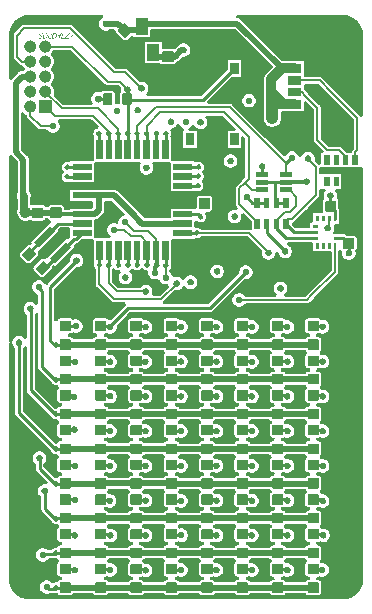
<source format=gbr>
%TF.GenerationSoftware,KiCad,Pcbnew,8.0.2*%
%TF.CreationDate,2024-08-28T15:29:28+05:30*%
%TF.ProjectId,CTF LED matrix,43544620-4c45-4442-906d-61747269782e,rev?*%
%TF.SameCoordinates,Original*%
%TF.FileFunction,Copper,L1,Top*%
%TF.FilePolarity,Positive*%
%FSLAX46Y46*%
G04 Gerber Fmt 4.6, Leading zero omitted, Abs format (unit mm)*
G04 Created by KiCad (PCBNEW 8.0.2) date 2024-08-28 15:29:28*
%MOMM*%
%LPD*%
G01*
G04 APERTURE LIST*
%ADD10C,0.125000*%
%TA.AperFunction,NonConductor*%
%ADD11C,0.125000*%
%TD*%
%ADD12C,0.300000*%
%TA.AperFunction,NonConductor*%
%ADD13C,0.300000*%
%TD*%
%TA.AperFunction,NonConductor*%
%ADD14C,0.000000*%
%TD*%
%TA.AperFunction,NonConductor*%
%ADD15C,0.150000*%
%TD*%
%TA.AperFunction,NonConductor*%
%ADD16C,0.250000*%
%TD*%
%TA.AperFunction,NonConductor*%
%ADD17C,0.550000*%
%TD*%
%TA.AperFunction,NonConductor*%
%ADD18C,0.500000*%
%TD*%
%TA.AperFunction,ViaPad*%
%ADD19C,0.700010*%
%TD*%
%TA.AperFunction,ViaPad*%
%ADD20C,0.300010*%
%TD*%
%TA.AperFunction,ViaPad*%
%ADD21C,0.500010*%
%TD*%
%TA.AperFunction,Conductor*%
%ADD22C,0.150000*%
%TD*%
%TA.AperFunction,Conductor*%
%ADD23C,0.254000*%
%TD*%
%TA.AperFunction,Conductor*%
%ADD24C,0.500000*%
%TD*%
%TA.AperFunction,Conductor*%
%ADD25C,0.300000*%
%TD*%
%TA.AperFunction,Conductor*%
%ADD26C,0.812800*%
%TD*%
%TA.AperFunction,Conductor*%
%ADD27C,1.016000*%
%TD*%
%TA.AperFunction,Conductor*%
%ADD28C,0.200000*%
%TD*%
G04 APERTURE END LIST*
D10*
D11*
G36*
X133815631Y-74490331D02*
G01*
X133824180Y-74454549D01*
X133845998Y-74467399D01*
X133869356Y-74476317D01*
X133879134Y-74478974D01*
X133903703Y-74483736D01*
X133929234Y-74486301D01*
X133946789Y-74486789D01*
X133974088Y-74485358D01*
X133998815Y-74481063D01*
X134023926Y-74472648D01*
X134045679Y-74460493D01*
X134050593Y-74456870D01*
X134069247Y-74438494D01*
X134081797Y-74417028D01*
X134088241Y-74392470D01*
X134089183Y-74377491D01*
X134086205Y-74353169D01*
X134075628Y-74331573D01*
X134057609Y-74313892D01*
X134042899Y-74305317D01*
X134019977Y-74296155D01*
X133995516Y-74288586D01*
X133971004Y-74280672D01*
X133947720Y-74271413D01*
X133932623Y-74264040D01*
X133911468Y-74249461D01*
X133894713Y-74230910D01*
X133892812Y-74228136D01*
X133882118Y-74204360D01*
X133878146Y-74179370D01*
X133877913Y-74170861D01*
X133880251Y-74145868D01*
X133888133Y-74120577D01*
X133897697Y-74102962D01*
X133913460Y-74083684D01*
X133933379Y-74067495D01*
X133955094Y-74055457D01*
X133979902Y-74046376D01*
X134004452Y-74041079D01*
X134031109Y-74038507D01*
X134043632Y-74038237D01*
X134068058Y-74039118D01*
X134095557Y-74042369D01*
X134121980Y-74048017D01*
X134147329Y-74056060D01*
X134164776Y-74063272D01*
X134156960Y-74102962D01*
X134134643Y-74091605D01*
X134111159Y-74083995D01*
X134105059Y-74082445D01*
X134080718Y-74077459D01*
X134055435Y-74074655D01*
X134042288Y-74074263D01*
X134015796Y-74076004D01*
X133989221Y-74082122D01*
X133966066Y-74092644D01*
X133952529Y-74102107D01*
X133934562Y-74121007D01*
X133923249Y-74143056D01*
X133918590Y-74168253D01*
X133918457Y-74173670D01*
X133923312Y-74198186D01*
X133937875Y-74218244D01*
X133959778Y-74232390D01*
X133984966Y-74242942D01*
X134010336Y-74251178D01*
X134013834Y-74252194D01*
X134037121Y-74259596D01*
X134061255Y-74269459D01*
X134074284Y-74276130D01*
X134095318Y-74291368D01*
X134111173Y-74309947D01*
X134114096Y-74314476D01*
X134124531Y-74338619D01*
X134128824Y-74363555D01*
X134129361Y-74377491D01*
X134126924Y-74405044D01*
X134119614Y-74430107D01*
X134107430Y-74452682D01*
X134090372Y-74472766D01*
X134078436Y-74483126D01*
X134054667Y-74498591D01*
X134031921Y-74508823D01*
X134006985Y-74516265D01*
X133979860Y-74520916D01*
X133950545Y-74522777D01*
X133945446Y-74522815D01*
X133920976Y-74521921D01*
X133894578Y-74518904D01*
X133874982Y-74515244D01*
X133850436Y-74508248D01*
X133826944Y-74497492D01*
X133815631Y-74490331D01*
G37*
G36*
X134428100Y-74047070D02*
G01*
X134454049Y-74050120D01*
X134480901Y-74056097D01*
X134504760Y-74064729D01*
X134510258Y-74067302D01*
X134532827Y-74080761D01*
X134551899Y-74097369D01*
X134567474Y-74117125D01*
X134574616Y-74129462D01*
X134584828Y-74153904D01*
X134591101Y-74178031D01*
X134594732Y-74204417D01*
X134595743Y-74229357D01*
X134594920Y-74254377D01*
X134591760Y-74283355D01*
X134586230Y-74311190D01*
X134578330Y-74337883D01*
X134568061Y-74363434D01*
X134562037Y-74375781D01*
X134548452Y-74399165D01*
X134532883Y-74420592D01*
X134515330Y-74440061D01*
X134495794Y-74457572D01*
X134474274Y-74473125D01*
X134466660Y-74477875D01*
X134442877Y-74490491D01*
X134417779Y-74500498D01*
X134391368Y-74507894D01*
X134363643Y-74512679D01*
X134334605Y-74514854D01*
X134324633Y-74515000D01*
X134203733Y-74515000D01*
X134210966Y-74479706D01*
X134250017Y-74479706D01*
X134321214Y-74479706D01*
X134347891Y-74478504D01*
X134373152Y-74474898D01*
X134396995Y-74468887D01*
X134423022Y-74458836D01*
X134447121Y-74445512D01*
X134469099Y-74429406D01*
X134488658Y-74411115D01*
X134505798Y-74390638D01*
X134520518Y-74367975D01*
X134527843Y-74354043D01*
X134538692Y-74328495D01*
X134546877Y-74301964D01*
X134552397Y-74274452D01*
X134555007Y-74250089D01*
X134555687Y-74229235D01*
X134554496Y-74202720D01*
X134550310Y-74176649D01*
X134542124Y-74152348D01*
X134536636Y-74142041D01*
X134520413Y-74120986D01*
X134500137Y-74104534D01*
X134484368Y-74096123D01*
X134459641Y-74087710D01*
X134433881Y-74083092D01*
X134408025Y-74081404D01*
X134401936Y-74081346D01*
X134330495Y-74081346D01*
X134250017Y-74479706D01*
X134210966Y-74479706D01*
X134299842Y-74046053D01*
X134399860Y-74046053D01*
X134428100Y-74047070D01*
G37*
G36*
X134877843Y-74462243D02*
G01*
X134874912Y-74481660D01*
X134878087Y-74488621D01*
X134892254Y-74490575D01*
X134915212Y-74487156D01*
X134906908Y-74519152D01*
X134882574Y-74522783D01*
X134879553Y-74522815D01*
X134855006Y-74518007D01*
X134849511Y-74514267D01*
X134840320Y-74491346D01*
X134839986Y-74483492D01*
X134842895Y-74471396D01*
X134827949Y-74487730D01*
X134807576Y-74503171D01*
X134791259Y-74511214D01*
X134767431Y-74518725D01*
X134742627Y-74522532D01*
X134733984Y-74522815D01*
X134707106Y-74520048D01*
X134680865Y-74509424D01*
X134661184Y-74490831D01*
X134648064Y-74464269D01*
X134642141Y-74436048D01*
X134640683Y-74409487D01*
X134640740Y-74408143D01*
X134678053Y-74408143D01*
X134679746Y-74434736D01*
X134686249Y-74458870D01*
X134695394Y-74472501D01*
X134715948Y-74485842D01*
X134737404Y-74489598D01*
X134762147Y-74486187D01*
X134786462Y-74475955D01*
X134807978Y-74460913D01*
X134815073Y-74454672D01*
X134832139Y-74436651D01*
X134846887Y-74415046D01*
X134856920Y-74392030D01*
X134860990Y-74375903D01*
X134884682Y-74254270D01*
X134868281Y-74235891D01*
X134853175Y-74224106D01*
X134829724Y-74214133D01*
X134807745Y-74211772D01*
X134782782Y-74214861D01*
X134758132Y-74225394D01*
X134738278Y-74241456D01*
X134736427Y-74243401D01*
X134719551Y-74264577D01*
X134706831Y-74286042D01*
X134696449Y-74309786D01*
X134692585Y-74321071D01*
X134685560Y-74346523D01*
X134680834Y-74371221D01*
X134678280Y-74397780D01*
X134678053Y-74408143D01*
X134640740Y-74408143D01*
X134641776Y-74383672D01*
X134645054Y-74358266D01*
X134650518Y-74333269D01*
X134658168Y-74308681D01*
X134663520Y-74294815D01*
X134674342Y-74271810D01*
X134688613Y-74248452D01*
X134704914Y-74228224D01*
X134723246Y-74211125D01*
X134725680Y-74209207D01*
X134748542Y-74194567D01*
X134773027Y-74184718D01*
X134799134Y-74179661D01*
X134814340Y-74178921D01*
X134841230Y-74181600D01*
X134866134Y-74191019D01*
X134885378Y-74207219D01*
X134894038Y-74220246D01*
X134935484Y-74006974D01*
X134971510Y-74006974D01*
X134877843Y-74462243D01*
G37*
G36*
X135200884Y-74047070D02*
G01*
X135226834Y-74050120D01*
X135253685Y-74056097D01*
X135277545Y-74064729D01*
X135283042Y-74067302D01*
X135305611Y-74080761D01*
X135324683Y-74097369D01*
X135340258Y-74117125D01*
X135347400Y-74129462D01*
X135357613Y-74153904D01*
X135363885Y-74178031D01*
X135367516Y-74204417D01*
X135368527Y-74229357D01*
X135367704Y-74254377D01*
X135364544Y-74283355D01*
X135359014Y-74311190D01*
X135351115Y-74337883D01*
X135340845Y-74363434D01*
X135334822Y-74375781D01*
X135321236Y-74399165D01*
X135305667Y-74420592D01*
X135288114Y-74440061D01*
X135268578Y-74457572D01*
X135247059Y-74473125D01*
X135239445Y-74477875D01*
X135215661Y-74490491D01*
X135190564Y-74500498D01*
X135164153Y-74507894D01*
X135136428Y-74512679D01*
X135107389Y-74514854D01*
X135097418Y-74515000D01*
X134976517Y-74515000D01*
X134983750Y-74479706D01*
X135022801Y-74479706D01*
X135093998Y-74479706D01*
X135120675Y-74478504D01*
X135145936Y-74474898D01*
X135169780Y-74468887D01*
X135195807Y-74458836D01*
X135219905Y-74445512D01*
X135241883Y-74429406D01*
X135261442Y-74411115D01*
X135278582Y-74390638D01*
X135293302Y-74367975D01*
X135300628Y-74354043D01*
X135311477Y-74328495D01*
X135319661Y-74301964D01*
X135325181Y-74274452D01*
X135327791Y-74250089D01*
X135328471Y-74229235D01*
X135327281Y-74202720D01*
X135323095Y-74176649D01*
X135314909Y-74152348D01*
X135309420Y-74142041D01*
X135293197Y-74120986D01*
X135272921Y-74104534D01*
X135257152Y-74096123D01*
X135232425Y-74087710D01*
X135206665Y-74083092D01*
X135180810Y-74081404D01*
X135174720Y-74081346D01*
X135103279Y-74081346D01*
X135022801Y-74479706D01*
X134983750Y-74479706D01*
X135072627Y-74046053D01*
X135172644Y-74046053D01*
X135200884Y-74047070D01*
G37*
G36*
X135441311Y-74046053D02*
G01*
X135478803Y-74046053D01*
X135534368Y-74360882D01*
X135538445Y-74386580D01*
X135541915Y-74410888D01*
X135545136Y-74436964D01*
X135547810Y-74464129D01*
X135548046Y-74467006D01*
X135546580Y-74466517D01*
X135556116Y-74442988D01*
X135566803Y-74420365D01*
X135578747Y-74396763D01*
X135590910Y-74373705D01*
X135763712Y-74046053D01*
X135805478Y-74046053D01*
X135554396Y-74515000D01*
X135522034Y-74515000D01*
X135441311Y-74046053D01*
G37*
G36*
X135767376Y-74515000D02*
G01*
X135863485Y-74046053D01*
X136112613Y-74046053D01*
X136104675Y-74081346D01*
X135895603Y-74081346D01*
X135859333Y-74257079D01*
X136052773Y-74257079D01*
X136045690Y-74292372D01*
X135851273Y-74292372D01*
X135813660Y-74479706D01*
X136036165Y-74479706D01*
X136027006Y-74515000D01*
X135767376Y-74515000D01*
G37*
G36*
X136105286Y-74515000D02*
G01*
X136109682Y-74489965D01*
X136428907Y-74081346D01*
X136184054Y-74081346D01*
X136194312Y-74046053D01*
X136489968Y-74046053D01*
X136484228Y-74071210D01*
X136165125Y-74479706D01*
X136418649Y-74479706D01*
X136411322Y-74515000D01*
X136105286Y-74515000D01*
G37*
G36*
X136482030Y-74647868D02*
G01*
X136700139Y-74222030D01*
X136491678Y-74222030D01*
X136497784Y-74186737D01*
X136752163Y-74186737D01*
X136746912Y-74210184D01*
X136520865Y-74647868D01*
X136482030Y-74647868D01*
G37*
D12*
D13*
X158725430Y-102281462D02*
X158654001Y-102495748D01*
X158654001Y-102495748D02*
X158654001Y-102852890D01*
X158654001Y-102852890D02*
X158725430Y-102995748D01*
X158725430Y-102995748D02*
X158796858Y-103067176D01*
X158796858Y-103067176D02*
X158939715Y-103138605D01*
X158939715Y-103138605D02*
X159082572Y-103138605D01*
X159082572Y-103138605D02*
X159225430Y-103067176D01*
X159225430Y-103067176D02*
X159296858Y-102995748D01*
X159296858Y-102995748D02*
X159368287Y-102852890D01*
X159368287Y-102852890D02*
X159439715Y-102567176D01*
X159439715Y-102567176D02*
X159511144Y-102424319D01*
X159511144Y-102424319D02*
X159582572Y-102352890D01*
X159582572Y-102352890D02*
X159725430Y-102281462D01*
X159725430Y-102281462D02*
X159868287Y-102281462D01*
X159868287Y-102281462D02*
X160011144Y-102352890D01*
X160011144Y-102352890D02*
X160082572Y-102424319D01*
X160082572Y-102424319D02*
X160154001Y-102567176D01*
X160154001Y-102567176D02*
X160154001Y-102924319D01*
X160154001Y-102924319D02*
X160082572Y-103138605D01*
X158654001Y-103781461D02*
X160154001Y-103781461D01*
X160154001Y-103781461D02*
X160154001Y-104138604D01*
X160154001Y-104138604D02*
X160082572Y-104352890D01*
X160082572Y-104352890D02*
X159939715Y-104495747D01*
X159939715Y-104495747D02*
X159796858Y-104567176D01*
X159796858Y-104567176D02*
X159511144Y-104638604D01*
X159511144Y-104638604D02*
X159296858Y-104638604D01*
X159296858Y-104638604D02*
X159011144Y-104567176D01*
X159011144Y-104567176D02*
X158868287Y-104495747D01*
X158868287Y-104495747D02*
X158725430Y-104352890D01*
X158725430Y-104352890D02*
X158654001Y-104138604D01*
X158654001Y-104138604D02*
X158654001Y-103781461D01*
X158654001Y-105924319D02*
X160154001Y-105924319D01*
X158725430Y-105924319D02*
X158654001Y-105781461D01*
X158654001Y-105781461D02*
X158654001Y-105495747D01*
X158654001Y-105495747D02*
X158725430Y-105352890D01*
X158725430Y-105352890D02*
X158796858Y-105281461D01*
X158796858Y-105281461D02*
X158939715Y-105210033D01*
X158939715Y-105210033D02*
X159368287Y-105210033D01*
X159368287Y-105210033D02*
X159511144Y-105281461D01*
X159511144Y-105281461D02*
X159582572Y-105352890D01*
X159582572Y-105352890D02*
X159654001Y-105495747D01*
X159654001Y-105495747D02*
X159654001Y-105781461D01*
X159654001Y-105781461D02*
X159582572Y-105924319D01*
X158654001Y-106638604D02*
X160154001Y-106638604D01*
X160154001Y-106638604D02*
X160154001Y-106995747D01*
X160154001Y-106995747D02*
X160082572Y-107210033D01*
X160082572Y-107210033D02*
X159939715Y-107352890D01*
X159939715Y-107352890D02*
X159796858Y-107424319D01*
X159796858Y-107424319D02*
X159511144Y-107495747D01*
X159511144Y-107495747D02*
X159296858Y-107495747D01*
X159296858Y-107495747D02*
X159011144Y-107424319D01*
X159011144Y-107424319D02*
X158868287Y-107352890D01*
X158868287Y-107352890D02*
X158725430Y-107210033D01*
X158725430Y-107210033D02*
X158654001Y-106995747D01*
X158654001Y-106995747D02*
X158654001Y-106638604D01*
X160154001Y-107924319D02*
X158654001Y-108424319D01*
X158654001Y-108424319D02*
X160154001Y-108924319D01*
X159439715Y-109424318D02*
X159439715Y-109924318D01*
X158654001Y-110138604D02*
X158654001Y-109424318D01*
X158654001Y-109424318D02*
X160154001Y-109424318D01*
X160154001Y-109424318D02*
X160154001Y-110138604D01*
X160154001Y-110638604D02*
X160154001Y-111638604D01*
X160154001Y-111638604D02*
X158654001Y-110638604D01*
X158654001Y-110638604D02*
X158654001Y-111638604D01*
X160154001Y-112067175D02*
X160154001Y-113067175D01*
X160154001Y-113067175D02*
X158654001Y-112424318D01*
D14*
%TA.AperFunction,NonConductor*%
G36*
X132664830Y-80875380D02*
G01*
X132665830Y-80876380D01*
X132803830Y-80955380D01*
X132843830Y-81025380D01*
X132843830Y-81052380D01*
X132856830Y-81106380D01*
X132857830Y-81108380D01*
X132865830Y-81148380D01*
X132869830Y-81158380D01*
X132908830Y-81209380D01*
X132911830Y-81214380D01*
X132925830Y-81235380D01*
X132929830Y-81238380D01*
X132937830Y-81243380D01*
X132950830Y-81254380D01*
X133812830Y-82116380D01*
X133820830Y-82126380D01*
X133831830Y-82142380D01*
X133875830Y-82169380D01*
X133879830Y-82171380D01*
X133915830Y-82196380D01*
X133918830Y-82197380D01*
X133967830Y-82205380D01*
X134025830Y-82215380D01*
X134026830Y-82215380D01*
X134037830Y-82213380D01*
X134052830Y-82211380D01*
X134497830Y-82211380D01*
X134565830Y-82249380D01*
X134584830Y-82280380D01*
X134590830Y-82288380D01*
X134689830Y-82390380D01*
X134698830Y-82396380D01*
X134821830Y-82467380D01*
X134824830Y-82468380D01*
X134973830Y-82509380D01*
X135121830Y-82509380D01*
X135272830Y-82468380D01*
X135395830Y-82396380D01*
X135398830Y-82394380D01*
X135506830Y-82286380D01*
X135579830Y-82161380D01*
X135620830Y-82010380D01*
X135620830Y-81862380D01*
X135579830Y-81712380D01*
X135510830Y-81593380D01*
X135451830Y-81534380D01*
X135528830Y-81349380D01*
X138304830Y-81349380D01*
X138359830Y-81372380D01*
X138934830Y-81947380D01*
X138890830Y-82114380D01*
X138750830Y-82152380D01*
X138749830Y-82153380D01*
X138646830Y-82212380D01*
X138562830Y-82296380D01*
X138506830Y-82397380D01*
X138475830Y-82513380D01*
X138475830Y-82627380D01*
X138506830Y-82742380D01*
X138508830Y-82746380D01*
X138541830Y-82807380D01*
X138526830Y-82905380D01*
X138502830Y-82929380D01*
X138502830Y-84816380D01*
X138414830Y-84904380D01*
X136527830Y-84904380D01*
X136465830Y-84966380D01*
X136386830Y-84986380D01*
X136312830Y-84965380D01*
X136194830Y-84965380D01*
X136078830Y-84996380D01*
X135975830Y-85058380D01*
X135899830Y-85133380D01*
X135892830Y-85142380D01*
X135835830Y-85242380D01*
X135804830Y-85356380D01*
X135804830Y-85471380D01*
X135836830Y-85590380D01*
X135893830Y-85687380D01*
X135953830Y-85747380D01*
X135953830Y-85871380D01*
X135893830Y-85931380D01*
X135891830Y-85934380D01*
X135835830Y-86032380D01*
X135833830Y-86038380D01*
X135803830Y-86151380D01*
X135803830Y-86265380D01*
X135834830Y-86380380D01*
X135835830Y-86381380D01*
X135893830Y-86482380D01*
X135976830Y-86565380D01*
X136077830Y-86623380D01*
X136078830Y-86624380D01*
X136193830Y-86655380D01*
X136309830Y-86655380D01*
X136437830Y-86621380D01*
X136515830Y-86642380D01*
X136527830Y-86654380D01*
X138527830Y-86654380D01*
X138527830Y-85017380D01*
X138615830Y-84929380D01*
X142425830Y-84929380D01*
X142511830Y-85079380D01*
X142424830Y-85230380D01*
X142383830Y-85381380D01*
X142383830Y-85528380D01*
X142424830Y-85680380D01*
X142425830Y-85681380D01*
X142497830Y-85805380D01*
X142606830Y-85914380D01*
X142739830Y-85990380D01*
X142879830Y-86027380D01*
X143033830Y-86027380D01*
X143173830Y-85990380D01*
X143306830Y-85914380D01*
X143415830Y-85805380D01*
X143487830Y-85681380D01*
X143488830Y-85680380D01*
X143529830Y-85528380D01*
X143529830Y-85381380D01*
X143488830Y-85230380D01*
X143401830Y-85079380D01*
X143487830Y-84929380D01*
X144939830Y-84929380D01*
X145027830Y-85017380D01*
X145027830Y-87454380D01*
X147027830Y-87454380D01*
X147076830Y-87405380D01*
X147154830Y-87385380D01*
X147277830Y-87418380D01*
X147391830Y-87418380D01*
X147506830Y-87387380D01*
X147507830Y-87386380D01*
X147605830Y-87330380D01*
X147614830Y-87323380D01*
X147690830Y-87246380D01*
X147752830Y-87142380D01*
X147754830Y-87139380D01*
X147781830Y-87031380D01*
X147781830Y-86909380D01*
X147754830Y-86802380D01*
X147752830Y-86798380D01*
X147693830Y-86698380D01*
X147690830Y-86694380D01*
X147635830Y-86639380D01*
X147635830Y-86515380D01*
X147713830Y-86437380D01*
X147767830Y-86344380D01*
X147768830Y-86342380D01*
X147800830Y-86223380D01*
X147800830Y-86108380D01*
X147769830Y-85994380D01*
X147710830Y-85890380D01*
X147675830Y-85837380D01*
X147684830Y-85732380D01*
X147746830Y-85668380D01*
X147751830Y-85663380D01*
X147806830Y-85568380D01*
X147838830Y-85449380D01*
X147838830Y-85334380D01*
X147808830Y-85222380D01*
X147807830Y-85219380D01*
X147750830Y-85120380D01*
X147743830Y-85111380D01*
X147667830Y-85036380D01*
X147564830Y-84974380D01*
X147519927Y-84962380D01*
X149507830Y-84962380D01*
X149548830Y-85109380D01*
X149624830Y-85239380D01*
X149722830Y-85340380D01*
X149731830Y-85346380D01*
X149854830Y-85417380D01*
X149857830Y-85418380D01*
X150006830Y-85459380D01*
X150154830Y-85459380D01*
X150305830Y-85418380D01*
X150428830Y-85346380D01*
X150431830Y-85344380D01*
X150538830Y-85237380D01*
X150612830Y-85111380D01*
X150653830Y-84962380D01*
X150653830Y-84812380D01*
X150612830Y-84663380D01*
X150540830Y-84537380D01*
X150534830Y-84528380D01*
X150433830Y-84430380D01*
X150303830Y-84354380D01*
X150154830Y-84313380D01*
X150006830Y-84313380D01*
X149857830Y-84354380D01*
X149855830Y-84355380D01*
X149729830Y-84426380D01*
X149620830Y-84535380D01*
X149548830Y-84663380D01*
X149507830Y-84812380D01*
X149507830Y-84962380D01*
X147519927Y-84962380D01*
X147448830Y-84943380D01*
X147332830Y-84943380D01*
X147167830Y-84987380D01*
X147089830Y-84967380D01*
X147027830Y-84904380D01*
X145140830Y-84904380D01*
X145052830Y-84816380D01*
X145052830Y-84812380D01*
X145052830Y-82929380D01*
X145009830Y-82886380D01*
X144994830Y-82789380D01*
X145023830Y-82735380D01*
X145027830Y-82726380D01*
X145057830Y-82612380D01*
X145057830Y-82500380D01*
X145028830Y-82389380D01*
X145026830Y-82382380D01*
X144970830Y-82283380D01*
X145028830Y-82148380D01*
X145250830Y-82089380D01*
X145251830Y-82089380D01*
X145380830Y-82015380D01*
X145389830Y-82009380D01*
X145488830Y-81907380D01*
X145492830Y-81901380D01*
X145494830Y-81899380D01*
X145579830Y-81754380D01*
X145753830Y-81756380D01*
X145847830Y-81925380D01*
X145955830Y-82033380D01*
X146131830Y-82133380D01*
X146151830Y-82280380D01*
X146078830Y-82353380D01*
X146078830Y-83753380D01*
X147228830Y-83753380D01*
X147228830Y-82353380D01*
X146548830Y-82353380D01*
X146488830Y-82131380D01*
X146660830Y-82030380D01*
X146761830Y-81932380D01*
X146762830Y-81930380D01*
X146824830Y-81822380D01*
X146998830Y-81820380D01*
X147074830Y-81952380D01*
X147080830Y-81960380D01*
X147185830Y-82067380D01*
X147295830Y-82128380D01*
X147276830Y-82203380D01*
X147346830Y-82149380D01*
X147462830Y-82180380D01*
X147616830Y-82180380D01*
X147751830Y-82142380D01*
X147759830Y-82139380D01*
X147887830Y-82067380D01*
X147996830Y-81958380D01*
X148069830Y-81832380D01*
X148110830Y-81683380D01*
X148110830Y-81535380D01*
X148069830Y-81382380D01*
X147957830Y-81191380D01*
X148043830Y-81040380D01*
X149416830Y-81040380D01*
X149471830Y-81063380D01*
X150575830Y-82168380D01*
X150498830Y-82353380D01*
X149828830Y-82353380D01*
X149828830Y-83753380D01*
X150978830Y-83753380D01*
X150978830Y-82833380D01*
X151163830Y-82756380D01*
X151318830Y-82911380D01*
X151341830Y-82966380D01*
X151341830Y-86234380D01*
X151318830Y-86289380D01*
X151083830Y-86523380D01*
X151074830Y-86531380D01*
X151063830Y-86539380D01*
X151061830Y-86543380D01*
X151049830Y-86558380D01*
X150615830Y-86991380D01*
X150606830Y-86999380D01*
X150590830Y-87010380D01*
X150562830Y-87056380D01*
X150560830Y-87059380D01*
X150539830Y-87090380D01*
X150535830Y-87100380D01*
X150520830Y-87189380D01*
X150520830Y-87192380D01*
X150519830Y-87198380D01*
X150518830Y-87203380D01*
X150518830Y-87204380D01*
X150519830Y-87209380D01*
X150521830Y-87225380D01*
X150521830Y-88510380D01*
X150519830Y-88526380D01*
X150518830Y-88531380D01*
X150527830Y-88570380D01*
X150528830Y-88573380D01*
X150539830Y-88628380D01*
X150546830Y-88641380D01*
X150575830Y-88679380D01*
X150577830Y-88682380D01*
X150604830Y-88720380D01*
X150618830Y-88730380D01*
X150630830Y-88740380D01*
X150726830Y-88836380D01*
X150628830Y-89029380D01*
X150514830Y-89012380D01*
X150362830Y-89012380D01*
X150211830Y-89053380D01*
X150085830Y-89127380D01*
X149978830Y-89234380D01*
X149976830Y-89237380D01*
X149901830Y-89368380D01*
X149864830Y-89508380D01*
X149864830Y-89662380D01*
X149902830Y-89804380D01*
X149903830Y-89807380D01*
X149976830Y-89934380D01*
X149984830Y-89945380D01*
X150084830Y-90042380D01*
X150213830Y-90117380D01*
X150362830Y-90158380D01*
X150510830Y-90158380D01*
X150659830Y-90117380D01*
X150786830Y-90046380D01*
X150896830Y-89936380D01*
X150966830Y-89812380D01*
X150968830Y-89808380D01*
X151009830Y-89659380D01*
X151009830Y-89508380D01*
X150991830Y-89395380D01*
X151185830Y-89296380D01*
X151876830Y-89987380D01*
X151899830Y-90042380D01*
X151899830Y-90624380D01*
X151792830Y-90714380D01*
X151616830Y-90683380D01*
X151605830Y-90685380D01*
X151590830Y-90687380D01*
X147615830Y-90687380D01*
X147559830Y-90664380D01*
X147500830Y-90603380D01*
X147498830Y-90602380D01*
X147400830Y-90546380D01*
X147398830Y-90545380D01*
X147281830Y-90514380D01*
X147115830Y-90514380D01*
X147027830Y-90426380D01*
X147027830Y-90007380D01*
X147196830Y-89925380D01*
X147274830Y-89986380D01*
X147375830Y-90043380D01*
X147489830Y-90074380D01*
X147603830Y-90074380D01*
X147717830Y-90044380D01*
X147719830Y-90043380D01*
X147820830Y-89987380D01*
X147903830Y-89904380D01*
X147962830Y-89803380D01*
X147963830Y-89800380D01*
X147995830Y-89684380D01*
X147995830Y-89569380D01*
X147964830Y-89454380D01*
X147962830Y-89450380D01*
X147885830Y-89315380D01*
X147972830Y-89166380D01*
X148273830Y-89166380D01*
X148293830Y-89164380D01*
X148325830Y-89156380D01*
X148357830Y-89146380D01*
X148393830Y-89128380D01*
X148420830Y-89111380D01*
X148423830Y-89109380D01*
X148425830Y-89108380D01*
X148426830Y-89107380D01*
X148444830Y-89091380D01*
X148452830Y-89083380D01*
X148468830Y-89065380D01*
X148472830Y-89059380D01*
X148489830Y-89033380D01*
X148508830Y-88994380D01*
X148516830Y-88968380D01*
X148525830Y-88932380D01*
X148527830Y-88912380D01*
X148527830Y-88065380D01*
X148525830Y-88050380D01*
X148517830Y-88015380D01*
X148509830Y-87990380D01*
X148494830Y-87955380D01*
X148492830Y-87951380D01*
X148470830Y-87921380D01*
X148452830Y-87899380D01*
X148448830Y-87894380D01*
X148420830Y-87872380D01*
X148417830Y-87869380D01*
X148404830Y-87859380D01*
X148396830Y-87854380D01*
X148356830Y-87835380D01*
X148322830Y-87824380D01*
X148320830Y-87823380D01*
X148286830Y-87816380D01*
X147469830Y-87816380D01*
X147423830Y-87826380D01*
X147403830Y-87832380D01*
X147401830Y-87833380D01*
X147398830Y-87834380D01*
X147357830Y-87852380D01*
X147351830Y-87856380D01*
X147324830Y-87879380D01*
X147323830Y-87880380D01*
X147302830Y-87898380D01*
X147290830Y-87913380D01*
X147289830Y-87914380D01*
X147264830Y-87944380D01*
X147262830Y-87948380D01*
X147245830Y-87987380D01*
X147244830Y-87991380D01*
X147243830Y-87992380D01*
X147237830Y-88012380D01*
X147227830Y-88060380D01*
X147227830Y-88816380D01*
X147139830Y-88904380D01*
X145027830Y-88904380D01*
X145027830Y-89641380D01*
X144939830Y-89729380D01*
X142827830Y-89729380D01*
X142772830Y-89706380D01*
X142122830Y-89055380D01*
X142120830Y-89054380D01*
X142121830Y-89054380D01*
X142109830Y-89044380D01*
X140519830Y-87453380D01*
X140517830Y-87451380D01*
X140509830Y-87442380D01*
X140508830Y-87441380D01*
X140466830Y-87411380D01*
X140465830Y-87410380D01*
X140450830Y-87399380D01*
X140443830Y-87395380D01*
X140432830Y-87387380D01*
X140429830Y-87385380D01*
X140430830Y-87385380D01*
X140384830Y-87367380D01*
X140376830Y-87363380D01*
X140358830Y-87353380D01*
X140353830Y-87352380D01*
X140344830Y-87349380D01*
X140336830Y-87346380D01*
X140335830Y-87345380D01*
X140314830Y-87342380D01*
X140306830Y-87341380D01*
X140265830Y-87331380D01*
X140248830Y-87331380D01*
X140235830Y-87330380D01*
X140228830Y-87329380D01*
X140217830Y-87328380D01*
X138583830Y-87328380D01*
X138528830Y-87305380D01*
X138527830Y-87304380D01*
X136527830Y-87304380D01*
X136527830Y-88254380D01*
X138375830Y-88254380D01*
X138463830Y-88342380D01*
X138463830Y-88816380D01*
X138375830Y-88904380D01*
X136527830Y-88904380D01*
X136527830Y-88941380D01*
X136439830Y-89029380D01*
X136062830Y-89029380D01*
X135974830Y-88941380D01*
X135974830Y-88842380D01*
X135966830Y-88803380D01*
X135965830Y-88803380D01*
X135953830Y-88768380D01*
X135941830Y-88743380D01*
X135919830Y-88707380D01*
X135918830Y-88705380D01*
X135893830Y-88680380D01*
X135890830Y-88678380D01*
X135871830Y-88661380D01*
X135870830Y-88660380D01*
X135842830Y-88639380D01*
X135835830Y-88634380D01*
X135811830Y-88624380D01*
X135811830Y-88625380D01*
X135774830Y-88612380D01*
X135774830Y-88611380D01*
X135736830Y-88603380D01*
X134865830Y-88603380D01*
X134831830Y-88610380D01*
X134829830Y-88611380D01*
X134794830Y-88622380D01*
X134757830Y-88640380D01*
X134731830Y-88657380D01*
X134727830Y-88659380D01*
X134704830Y-88680380D01*
X134678830Y-88711380D01*
X134645830Y-88764380D01*
X134577830Y-88803380D01*
X134461830Y-88803380D01*
X134400830Y-88775380D01*
X134359830Y-88725380D01*
X134344830Y-88709380D01*
X134341830Y-88705380D01*
X134318830Y-88682380D01*
X134288830Y-88660380D01*
X134283830Y-88657380D01*
X134249830Y-88642380D01*
X134220830Y-88632380D01*
X134176830Y-88623380D01*
X133309830Y-88623380D01*
X133196830Y-88646380D01*
X133085830Y-88556380D01*
X133085830Y-88135380D01*
X133095830Y-88097380D01*
X133126830Y-88044380D01*
X133169830Y-87884380D01*
X133169830Y-87733380D01*
X133128830Y-87578380D01*
X133051830Y-87446380D01*
X133046830Y-87439380D01*
X133011830Y-87404380D01*
X132988830Y-87349380D01*
X132988830Y-84744380D01*
X132989830Y-84733380D01*
X132988830Y-84727380D01*
X132981830Y-84681380D01*
X132980830Y-84678380D01*
X132978830Y-84658380D01*
X132974830Y-84642380D01*
X132974830Y-84639380D01*
X132955830Y-84592380D01*
X132953830Y-84588380D01*
X132946830Y-84567380D01*
X132943830Y-84563380D01*
X132937830Y-84551380D01*
X132933830Y-84542380D01*
X132933830Y-84540380D01*
X132921830Y-84524380D01*
X132916830Y-84517380D01*
X132896830Y-84482380D01*
X132879830Y-84465380D01*
X132872830Y-84457380D01*
X132869830Y-84453380D01*
X132867830Y-84450380D01*
X132359830Y-83941380D01*
X132336830Y-83886380D01*
X132336830Y-80807380D01*
X132522830Y-80731380D01*
X132664830Y-80875380D01*
G37*
%TD.AperFunction*%
%TA.AperFunction,NonConductor*%
G36*
X133794830Y-97793380D02*
G01*
X133794830Y-102349380D01*
X133801830Y-102378380D01*
X133802830Y-102383380D01*
X133807830Y-102410380D01*
X133810830Y-102418380D01*
X133815830Y-102429380D01*
X133820830Y-102444380D01*
X133821830Y-102448380D01*
X133834830Y-102466380D01*
X133840830Y-102477380D01*
X133850830Y-102499380D01*
X133868830Y-102518380D01*
X133874830Y-102526380D01*
X133880830Y-102533380D01*
X134845830Y-103499380D01*
X134864830Y-103531380D01*
X134868830Y-103546380D01*
X134869830Y-103548380D01*
X134926830Y-103649380D01*
X135013830Y-103737380D01*
X135110830Y-103792380D01*
X135112830Y-103793380D01*
X135229830Y-103824380D01*
X135373830Y-103824380D01*
X135436830Y-103855380D01*
X135465830Y-103894380D01*
X135469830Y-103898380D01*
X135471830Y-103901380D01*
X135485830Y-103918380D01*
X135494830Y-103927380D01*
X135553830Y-103977380D01*
X135553830Y-104114380D01*
X135486830Y-104173380D01*
X135485830Y-104174380D01*
X135465830Y-104197380D01*
X135462830Y-104202380D01*
X135448830Y-104225380D01*
X135429830Y-104263380D01*
X135420830Y-104292380D01*
X135412830Y-104327380D01*
X135410830Y-104342380D01*
X135410830Y-105110380D01*
X135412830Y-105131380D01*
X135419830Y-105166380D01*
X135429830Y-105195380D01*
X135445830Y-105228380D01*
X135464830Y-105259380D01*
X135492830Y-105291380D01*
X135493830Y-105292380D01*
X135511830Y-105308380D01*
X135517830Y-105312380D01*
X135545830Y-105330380D01*
X135580830Y-105347380D01*
X135615830Y-105358380D01*
X135617830Y-105359380D01*
X135651830Y-105366380D01*
X135804830Y-105366380D01*
X135818830Y-105651380D01*
X135646830Y-105668380D01*
X135608830Y-105677380D01*
X135581830Y-105686380D01*
X135543830Y-105704380D01*
X135517830Y-105721380D01*
X135511830Y-105725380D01*
X135493830Y-105741380D01*
X135485830Y-105749380D01*
X135465830Y-105772380D01*
X135462830Y-105777380D01*
X135426830Y-105832380D01*
X135359830Y-105869380D01*
X135232830Y-105869380D01*
X135177830Y-105846380D01*
X134348830Y-105016380D01*
X133512830Y-104180380D01*
X133489830Y-104125380D01*
X133489830Y-97868380D01*
X133512830Y-97813380D01*
X133609830Y-97716380D01*
X133794830Y-97793380D01*
G37*
%TD.AperFunction*%
%TA.AperFunction,NonConductor*%
G36*
X141438830Y-109732380D02*
G01*
X141467830Y-109778380D01*
X141469830Y-109781380D01*
X141485830Y-109799380D01*
X141488830Y-109802380D01*
X141549830Y-109852380D01*
X141556830Y-109985380D01*
X141487830Y-110054380D01*
X141486830Y-110056380D01*
X141464830Y-110081380D01*
X141445830Y-110107380D01*
X141442830Y-110111380D01*
X141431830Y-110138380D01*
X141420830Y-110170380D01*
X141412830Y-110207380D01*
X141410830Y-110232380D01*
X141410830Y-110993380D01*
X141412830Y-111013380D01*
X141421830Y-111048380D01*
X141429830Y-111075380D01*
X141448830Y-111114380D01*
X141449830Y-111116380D01*
X141462830Y-111136380D01*
X141467830Y-111144380D01*
X141485830Y-111164380D01*
X141493830Y-111172380D01*
X141511830Y-111188380D01*
X141513830Y-111189380D01*
X141513830Y-111190380D01*
X141517830Y-111192380D01*
X141544830Y-111209380D01*
X141581830Y-111227380D01*
X141608830Y-111236380D01*
X141646830Y-111245380D01*
X141818830Y-111262380D01*
X141804830Y-111547380D01*
X141651830Y-111547380D01*
X141617830Y-111554380D01*
X141615830Y-111555380D01*
X141580830Y-111566380D01*
X141545830Y-111583380D01*
X141517830Y-111600380D01*
X141510830Y-111606380D01*
X141488830Y-111628380D01*
X141486830Y-111631380D01*
X141464830Y-111656380D01*
X141430830Y-111702380D01*
X141367830Y-111734380D01*
X139804830Y-111734380D01*
X139741830Y-111702380D01*
X139707830Y-111656380D01*
X139685830Y-111631380D01*
X139683830Y-111628380D01*
X139661830Y-111606380D01*
X139654830Y-111600380D01*
X139626830Y-111583380D01*
X139591830Y-111566380D01*
X139556830Y-111555380D01*
X139554830Y-111554380D01*
X139520830Y-111547380D01*
X139367830Y-111547380D01*
X139353830Y-111262380D01*
X139525830Y-111245380D01*
X139563830Y-111236380D01*
X139564830Y-111236380D01*
X139587830Y-111228380D01*
X139631830Y-111226380D01*
X139793830Y-111269380D01*
X139945830Y-111269380D01*
X140086830Y-111232380D01*
X140089830Y-111231380D01*
X140218830Y-111157380D01*
X140227830Y-111151380D01*
X140325830Y-111050380D01*
X140402830Y-110919380D01*
X140442830Y-110770380D01*
X140442830Y-110624380D01*
X140402830Y-110474380D01*
X140325830Y-110343380D01*
X140229830Y-110244380D01*
X140218830Y-110236380D01*
X140091830Y-110163380D01*
X140088830Y-110162380D01*
X139945830Y-110124380D01*
X139781830Y-110124380D01*
X139721830Y-110097380D01*
X139685830Y-110056380D01*
X139684830Y-110054380D01*
X139615830Y-109985380D01*
X139622830Y-109852380D01*
X139683830Y-109802380D01*
X139686830Y-109799380D01*
X139702830Y-109781380D01*
X139704830Y-109778380D01*
X139733830Y-109732380D01*
X139801830Y-109694380D01*
X141370830Y-109694380D01*
X141438830Y-109732380D01*
G37*
%TD.AperFunction*%
%TA.AperFunction,NonConductor*%
G36*
X157551830Y-78361380D02*
G01*
X158426830Y-79237380D01*
X158436830Y-79245380D01*
X158441830Y-79250380D01*
X160526830Y-81337380D01*
X160549830Y-81392380D01*
X160549830Y-83774380D01*
X160526830Y-83830380D01*
X160442830Y-83912380D01*
X160435830Y-83918380D01*
X160428830Y-83923380D01*
X160425830Y-83926380D01*
X160410830Y-83951380D01*
X160409830Y-83954380D01*
X160373830Y-84006380D01*
X160348830Y-84146380D01*
X160265830Y-84216380D01*
X159959830Y-84216380D01*
X159904830Y-84193380D01*
X159461830Y-83750380D01*
X159453830Y-83741380D01*
X159443830Y-83727380D01*
X159442830Y-83726380D01*
X159416830Y-83710380D01*
X159411830Y-83707380D01*
X159362830Y-83673380D01*
X159359830Y-83672380D01*
X159349830Y-83669380D01*
X159327830Y-83666380D01*
X159325830Y-83666380D01*
X159250830Y-83653380D01*
X159249830Y-83653380D01*
X159238830Y-83655380D01*
X159223830Y-83657380D01*
X158396830Y-83657380D01*
X158341830Y-83634380D01*
X157734830Y-83027380D01*
X157711830Y-82972380D01*
X157711830Y-82914380D01*
X158696830Y-82914380D01*
X158713830Y-82979380D01*
X158743830Y-83030380D01*
X158749830Y-83038380D01*
X158790830Y-83079380D01*
X158795830Y-83082380D01*
X158848830Y-83114380D01*
X158913830Y-83131380D01*
X159675830Y-83131380D01*
X159740830Y-83114380D01*
X159793830Y-83082380D01*
X159798830Y-83079380D01*
X159839830Y-83038380D01*
X159845830Y-83030380D01*
X159875830Y-82979380D01*
X159892830Y-82914380D01*
X159892830Y-82852380D01*
X159875830Y-82787380D01*
X159843830Y-82734380D01*
X159839830Y-82728380D01*
X159798830Y-82687380D01*
X159793830Y-82684380D01*
X159740830Y-82652380D01*
X159675830Y-82635380D01*
X158913830Y-82635380D01*
X158848830Y-82652380D01*
X158795830Y-82684380D01*
X158790830Y-82687380D01*
X158748830Y-82729380D01*
X158745830Y-82734380D01*
X158713830Y-82787380D01*
X158696830Y-82852380D01*
X158696830Y-82914380D01*
X157711830Y-82914380D01*
X157711830Y-82852380D01*
X157711830Y-80401380D01*
X157712830Y-80390380D01*
X157715830Y-80373380D01*
X157714830Y-80370380D01*
X157701830Y-80311380D01*
X157700830Y-80309380D01*
X157693830Y-80274380D01*
X157691830Y-80267380D01*
X157690830Y-80264380D01*
X157653830Y-80216380D01*
X157651830Y-80214380D01*
X157631830Y-80184380D01*
X157621830Y-80178380D01*
X157608830Y-80167380D01*
X156611830Y-79169380D01*
X156605830Y-79164380D01*
X156600830Y-79159380D01*
X156324830Y-78882380D01*
X156316830Y-78873380D01*
X156303830Y-78854380D01*
X156287830Y-78838380D01*
X156264830Y-78783380D01*
X156264830Y-78426380D01*
X156352830Y-78338380D01*
X157496830Y-78338380D01*
X157551830Y-78361380D01*
G37*
%TD.AperFunction*%
%TA.AperFunction,NonConductor*%
G36*
X140318830Y-94054380D02*
G01*
X140320830Y-94055380D01*
X140419830Y-94114380D01*
X140535830Y-94145380D01*
X140704830Y-94145380D01*
X140781830Y-94330380D01*
X140714830Y-94397380D01*
X140711830Y-94401380D01*
X140637830Y-94531380D01*
X140600830Y-94673380D01*
X140600830Y-94826380D01*
X140637830Y-94965380D01*
X140713830Y-95098380D01*
X140822830Y-95207380D01*
X140824830Y-95208380D01*
X140947830Y-95280380D01*
X141098830Y-95321380D01*
X141246830Y-95321380D01*
X141398830Y-95280380D01*
X141397830Y-95280380D01*
X141525830Y-95206380D01*
X141629830Y-95101380D01*
X141704830Y-94971380D01*
X141745830Y-94823380D01*
X141745830Y-94674380D01*
X141705830Y-94527380D01*
X141629830Y-94396380D01*
X141511830Y-94277380D01*
X141532830Y-94130380D01*
X141664830Y-94055380D01*
X141666830Y-94054380D01*
X141728830Y-93992380D01*
X141852830Y-93992380D01*
X141911830Y-94051380D01*
X142014830Y-94112380D01*
X142017830Y-94114380D01*
X142125830Y-94141380D01*
X142247830Y-94141380D01*
X142355830Y-94114380D01*
X142358830Y-94112380D01*
X142461830Y-94051380D01*
X142528830Y-93983380D01*
X142652830Y-93983380D01*
X142728830Y-94057380D01*
X142731830Y-94059380D01*
X142831830Y-94119380D01*
X142947830Y-94150380D01*
X143025830Y-94150380D01*
X143113830Y-94238380D01*
X143113830Y-94414380D01*
X143154830Y-94564380D01*
X143229830Y-94693380D01*
X143333830Y-94798380D01*
X143467830Y-94875380D01*
X143610830Y-94912380D01*
X143763830Y-94912380D01*
X143944830Y-94865380D01*
X144048830Y-94921380D01*
X144067830Y-94980380D01*
X144070830Y-94987380D01*
X144143830Y-95113380D01*
X144252830Y-95222380D01*
X144385830Y-95298380D01*
X144525830Y-95335380D01*
X144786830Y-95335380D01*
X144863830Y-95520380D01*
X144105830Y-96277380D01*
X144050830Y-96300380D01*
X143514830Y-96300380D01*
X143424830Y-96182380D01*
X143471830Y-96011380D01*
X143471830Y-95861380D01*
X143430830Y-95712380D01*
X143356830Y-95584380D01*
X143258830Y-95483380D01*
X143247830Y-95475380D01*
X143118830Y-95401380D01*
X143117830Y-95401380D01*
X142974830Y-95363380D01*
X142821830Y-95363380D01*
X142681830Y-95400380D01*
X142548830Y-95476380D01*
X142423830Y-95601380D01*
X142368830Y-95624380D01*
X140632830Y-95624380D01*
X140577830Y-95601380D01*
X140065830Y-95088380D01*
X140042830Y-95033380D01*
X140042830Y-94040380D01*
X140227830Y-93963380D01*
X140318830Y-94054380D01*
G37*
%TD.AperFunction*%
%TA.AperFunction,NonConductor*%
G36*
X161314830Y-85447380D02*
G01*
X161314830Y-120250380D01*
X161313830Y-120299380D01*
X161313830Y-120301380D01*
X161310830Y-120369380D01*
X161310830Y-120371380D01*
X161302830Y-120471380D01*
X161299830Y-120474380D01*
X161298830Y-120484380D01*
X161298830Y-120487380D01*
X161291830Y-120529380D01*
X161291830Y-120530380D01*
X161283830Y-120580380D01*
X161282830Y-120583380D01*
X161267830Y-120650380D01*
X161267830Y-120653380D01*
X161256830Y-120694380D01*
X161256830Y-120696380D01*
X161237830Y-120762380D01*
X161236830Y-120764380D01*
X161219830Y-120815380D01*
X161219830Y-120817380D01*
X161200830Y-120870380D01*
X161199830Y-120873380D01*
X161180830Y-120921380D01*
X161179830Y-120923380D01*
X161156830Y-120975380D01*
X161156830Y-120976380D01*
X161139830Y-121013380D01*
X161137830Y-121017380D01*
X161111830Y-121065380D01*
X161110830Y-121067380D01*
X161077830Y-121127380D01*
X161075830Y-121130380D01*
X161047830Y-121175380D01*
X161024830Y-121214380D01*
X161022830Y-121216380D01*
X160983830Y-121273380D01*
X160981830Y-121276380D01*
X160974830Y-121286380D01*
X160975830Y-121289380D01*
X160887830Y-121395380D01*
X160885830Y-121397380D01*
X160848830Y-121437380D01*
X160846830Y-121439380D01*
X160799830Y-121488380D01*
X160797830Y-121489380D01*
X160755830Y-121530380D01*
X160753830Y-121532380D01*
X160713830Y-121569380D01*
X160711830Y-121571380D01*
X160605830Y-121659380D01*
X160602830Y-121658380D01*
X160592830Y-121665380D01*
X160589830Y-121667380D01*
X160532830Y-121706380D01*
X160530830Y-121708380D01*
X160491830Y-121732380D01*
X160490830Y-121732380D01*
X160433830Y-121767380D01*
X160430830Y-121768380D01*
X160383830Y-121795380D01*
X160381830Y-121796380D01*
X160333830Y-121821380D01*
X160329830Y-121823380D01*
X160292830Y-121840380D01*
X160290830Y-121840380D01*
X160229830Y-121867380D01*
X160227830Y-121868380D01*
X160189830Y-121883380D01*
X160186830Y-121884380D01*
X160133830Y-121903380D01*
X160130830Y-121904380D01*
X160074830Y-121921380D01*
X160073830Y-121922380D01*
X160013830Y-121939380D01*
X160010830Y-121940380D01*
X159969830Y-121951380D01*
X159966830Y-121951380D01*
X159899830Y-121966380D01*
X159896830Y-121967380D01*
X159846830Y-121975380D01*
X159845830Y-121975380D01*
X159803830Y-121982380D01*
X159800830Y-121982380D01*
X159790830Y-121983380D01*
X159787830Y-121986380D01*
X159687830Y-121994380D01*
X159685830Y-121994380D01*
X159617830Y-121997380D01*
X159615830Y-121997380D01*
X159560830Y-121998380D01*
X133068830Y-121998380D01*
X133013830Y-121997380D01*
X133011830Y-121997380D01*
X132943830Y-121994380D01*
X132941830Y-121994380D01*
X132841830Y-121986380D01*
X132838830Y-121983380D01*
X132828830Y-121982380D01*
X132825830Y-121982380D01*
X132783830Y-121975380D01*
X132782830Y-121975380D01*
X132732830Y-121967380D01*
X132729830Y-121966380D01*
X132662830Y-121951380D01*
X132659830Y-121951380D01*
X132618830Y-121940380D01*
X132615830Y-121939380D01*
X132555830Y-121922380D01*
X132554830Y-121921380D01*
X132498830Y-121904380D01*
X132495830Y-121903380D01*
X132442830Y-121884380D01*
X132439830Y-121883380D01*
X132401830Y-121868380D01*
X132399830Y-121867380D01*
X132338830Y-121840380D01*
X132336830Y-121840380D01*
X132299830Y-121823380D01*
X132295830Y-121821380D01*
X132247830Y-121795380D01*
X132245830Y-121794380D01*
X132185830Y-121761380D01*
X132182830Y-121759380D01*
X132137830Y-121731380D01*
X132098830Y-121708380D01*
X132096830Y-121706380D01*
X132039830Y-121667380D01*
X132036830Y-121665380D01*
X132026830Y-121658380D01*
X132023830Y-121659380D01*
X131917830Y-121571380D01*
X131915830Y-121569380D01*
X131875830Y-121532380D01*
X131873830Y-121530380D01*
X131824830Y-121483380D01*
X131823830Y-121481380D01*
X131782830Y-121439380D01*
X131780830Y-121437380D01*
X131743830Y-121397380D01*
X131741830Y-121395380D01*
X131653830Y-121289380D01*
X131655830Y-121286380D01*
X131639830Y-121264380D01*
X131637830Y-121261380D01*
X131606830Y-121216380D01*
X131604830Y-121213380D01*
X131580830Y-121175380D01*
X131580830Y-121174380D01*
X131545830Y-121117380D01*
X131544830Y-121114380D01*
X131517830Y-121067380D01*
X131516830Y-121065380D01*
X131491830Y-121017380D01*
X131489830Y-121013380D01*
X131472830Y-120976380D01*
X131472830Y-120974380D01*
X131445830Y-120913380D01*
X131444830Y-120911380D01*
X131429830Y-120873380D01*
X131428830Y-120871380D01*
X131405830Y-120806380D01*
X131404830Y-120803380D01*
X131388830Y-120750380D01*
X131387830Y-120748380D01*
X131372830Y-120696380D01*
X131372830Y-120694380D01*
X131358830Y-120641380D01*
X131358830Y-120638380D01*
X131346830Y-120583380D01*
X131345830Y-120580380D01*
X131337830Y-120530380D01*
X131337830Y-120529380D01*
X131330830Y-120487380D01*
X131330830Y-120484380D01*
X131329830Y-120474380D01*
X131326830Y-120471380D01*
X131318830Y-120371380D01*
X131318830Y-120369380D01*
X131315830Y-120301380D01*
X131315830Y-120299380D01*
X131314830Y-120244380D01*
X131314830Y-100302380D01*
X131574830Y-100267380D01*
X131634830Y-100483380D01*
X131709830Y-100613380D01*
X131817830Y-100722380D01*
X131839830Y-100777380D01*
X131839830Y-106273380D01*
X131846830Y-106301380D01*
X131847830Y-106307380D01*
X131852830Y-106333380D01*
X131853830Y-106338380D01*
X131858830Y-106348380D01*
X131863830Y-106362380D01*
X131865830Y-106371380D01*
X131866830Y-106373380D01*
X131881830Y-106395380D01*
X131886830Y-106404380D01*
X131895830Y-106424380D01*
X131912830Y-106440380D01*
X131923830Y-106455380D01*
X131925830Y-106458380D01*
X134846830Y-109380380D01*
X134867830Y-109419380D01*
X134869830Y-109431380D01*
X134925830Y-109530380D01*
X135009830Y-109614380D01*
X135012830Y-109616380D01*
X135116830Y-109676380D01*
X135225830Y-109704380D01*
X135375830Y-109704380D01*
X135441830Y-109739380D01*
X135462830Y-109771380D01*
X135469830Y-109781380D01*
X135485830Y-109799380D01*
X135488830Y-109802380D01*
X135549830Y-109852380D01*
X135556830Y-109985380D01*
X135487830Y-110054380D01*
X135486830Y-110056380D01*
X135464830Y-110081380D01*
X135445830Y-110107380D01*
X135442830Y-110111380D01*
X135431830Y-110138380D01*
X135420830Y-110170380D01*
X135412830Y-110207380D01*
X135410830Y-110232380D01*
X135410830Y-110993380D01*
X135412830Y-111013380D01*
X135421830Y-111048380D01*
X135429830Y-111075380D01*
X135448830Y-111114380D01*
X135449830Y-111116380D01*
X135462830Y-111136380D01*
X135467830Y-111144380D01*
X135485830Y-111164380D01*
X135493830Y-111172380D01*
X135511830Y-111188380D01*
X135513830Y-111189380D01*
X135513830Y-111190380D01*
X135517830Y-111192380D01*
X135544830Y-111209380D01*
X135581830Y-111227380D01*
X135608830Y-111236380D01*
X135646830Y-111245380D01*
X135818830Y-111262380D01*
X135804830Y-111547380D01*
X135651830Y-111547380D01*
X135617830Y-111554380D01*
X135615830Y-111555380D01*
X135580830Y-111566380D01*
X135545830Y-111583380D01*
X135517830Y-111600380D01*
X135510830Y-111606380D01*
X135488830Y-111628380D01*
X135486830Y-111631380D01*
X135468830Y-111652380D01*
X135420830Y-111717380D01*
X135356830Y-111749380D01*
X135233830Y-111749380D01*
X135178830Y-111726380D01*
X134259830Y-110807380D01*
X134236830Y-110752380D01*
X134236830Y-110550380D01*
X134259830Y-110495380D01*
X134370830Y-110384380D01*
X134441830Y-110258380D01*
X134482830Y-110109380D01*
X134482830Y-109961380D01*
X134441830Y-109812380D01*
X134367830Y-109684380D01*
X134262830Y-109577380D01*
X134128830Y-109500380D01*
X133985830Y-109463380D01*
X133832830Y-109463380D01*
X133692830Y-109500380D01*
X133559830Y-109576380D01*
X133450830Y-109685380D01*
X133374830Y-109818380D01*
X133337830Y-109958380D01*
X133337830Y-110113380D01*
X133375830Y-110254380D01*
X133376830Y-110257380D01*
X133449830Y-110384380D01*
X133455830Y-110393380D01*
X133559830Y-110494380D01*
X133582830Y-110550380D01*
X133582830Y-110951380D01*
X133590830Y-110983380D01*
X133591830Y-110991380D01*
X133595830Y-111019380D01*
X133603830Y-111035380D01*
X133608830Y-111053380D01*
X133608830Y-111055380D01*
X133621830Y-111074380D01*
X133638830Y-111108380D01*
X133643830Y-111114380D01*
X133659830Y-111132380D01*
X133662830Y-111134380D01*
X133667830Y-111140380D01*
X133698830Y-111171380D01*
X133706830Y-111180380D01*
X133751830Y-111225380D01*
X133761830Y-111234380D01*
X133764830Y-111237380D01*
X134589830Y-112063380D01*
X134512830Y-112248380D01*
X134273830Y-112248380D01*
X134124830Y-112288380D01*
X133996830Y-112363380D01*
X133888830Y-112471380D01*
X133814830Y-112599380D01*
X133774830Y-112748380D01*
X133774830Y-112901380D01*
X133775830Y-112905380D01*
X133811830Y-113033380D01*
X133812830Y-113034380D01*
X133812830Y-113036380D01*
X133816830Y-113045380D01*
X133887830Y-113171380D01*
X133993830Y-113277380D01*
X134031830Y-113298380D01*
X134073830Y-113369380D01*
X134073830Y-114374380D01*
X134074830Y-114391380D01*
X134079830Y-114409380D01*
X134081830Y-114417380D01*
X134085830Y-114444380D01*
X134088830Y-114454380D01*
X134092830Y-114465380D01*
X134094830Y-114469380D01*
X134097830Y-114479380D01*
X134104830Y-114494380D01*
X134115830Y-114510380D01*
X134120830Y-114518380D01*
X134131830Y-114541380D01*
X134143830Y-114553380D01*
X134153830Y-114565380D01*
X134156830Y-114569380D01*
X134845830Y-115258380D01*
X134866830Y-115296380D01*
X134869830Y-115309380D01*
X134926830Y-115409380D01*
X134928830Y-115412380D01*
X135008830Y-115492380D01*
X135014830Y-115497380D01*
X135112830Y-115553380D01*
X135113830Y-115554380D01*
X135228830Y-115585380D01*
X135381830Y-115585380D01*
X135453830Y-115630380D01*
X135469830Y-115661380D01*
X135485830Y-115679380D01*
X135486830Y-115680380D01*
X135553830Y-115739380D01*
X135553830Y-115875380D01*
X135486830Y-115934380D01*
X135485830Y-115935380D01*
X135465830Y-115958380D01*
X135462830Y-115963380D01*
X135448830Y-115986380D01*
X135429830Y-116024380D01*
X135420830Y-116054380D01*
X135412830Y-116086380D01*
X135410830Y-116101380D01*
X135410830Y-116875380D01*
X135412830Y-116893380D01*
X135419830Y-116924380D01*
X135420830Y-116925380D01*
X135421830Y-116931380D01*
X135430830Y-116958380D01*
X135443830Y-116988380D01*
X135446830Y-116993380D01*
X135468830Y-117023380D01*
X135471830Y-117027380D01*
X135485830Y-117044380D01*
X135489830Y-117048380D01*
X135517830Y-117071380D01*
X135520830Y-117074380D01*
X135533830Y-117084380D01*
X135541830Y-117089380D01*
X135582830Y-117109380D01*
X135614830Y-117120380D01*
X135620830Y-117121380D01*
X135652830Y-117125380D01*
X135812830Y-117144380D01*
X135810830Y-117413380D01*
X135646830Y-117429380D01*
X135608830Y-117438380D01*
X135581830Y-117447380D01*
X135543830Y-117465380D01*
X135517830Y-117482380D01*
X135511830Y-117486380D01*
X135492830Y-117503380D01*
X135485830Y-117510380D01*
X135465830Y-117533380D01*
X135462830Y-117538380D01*
X135425830Y-117594380D01*
X135359830Y-117629380D01*
X135228830Y-117629380D01*
X135113830Y-117660380D01*
X135112830Y-117661380D01*
X135013830Y-117718380D01*
X135005830Y-117724380D01*
X134903830Y-117827380D01*
X134847830Y-117850380D01*
X134652830Y-117850380D01*
X134596830Y-117827380D01*
X134543830Y-117772380D01*
X134534830Y-117766380D01*
X134407830Y-117693380D01*
X134408830Y-117693380D01*
X134258830Y-117653380D01*
X134106830Y-117653380D01*
X133971830Y-117691380D01*
X133961830Y-117695380D01*
X133835830Y-117766380D01*
X133726830Y-117875380D01*
X133650830Y-118007380D01*
X133613830Y-118150380D01*
X133613830Y-118301380D01*
X133650830Y-118444380D01*
X133727830Y-118577380D01*
X133835830Y-118685380D01*
X133968830Y-118761380D01*
X134108830Y-118798380D01*
X134261830Y-118798380D01*
X134404830Y-118761380D01*
X134538830Y-118684380D01*
X134643830Y-118577380D01*
X134651830Y-118567380D01*
X134669830Y-118539380D01*
X134735830Y-118504380D01*
X135139830Y-118504380D01*
X135158830Y-118507380D01*
X135227830Y-118525380D01*
X135373830Y-118525380D01*
X135436830Y-118556380D01*
X135465830Y-118595380D01*
X135469830Y-118599380D01*
X135471830Y-118602380D01*
X135485830Y-118619380D01*
X135494830Y-118628380D01*
X135553830Y-118678380D01*
X135553830Y-118815380D01*
X135486830Y-118874380D01*
X135485830Y-118875380D01*
X135465830Y-118898380D01*
X135462830Y-118903380D01*
X135448830Y-118926380D01*
X135430830Y-118963380D01*
X135421830Y-118990380D01*
X135412830Y-119028380D01*
X135410830Y-119043380D01*
X135410830Y-119811380D01*
X135412830Y-119832380D01*
X135419830Y-119867380D01*
X135432830Y-119903380D01*
X135442830Y-119928380D01*
X135446830Y-119934380D01*
X135464830Y-119958380D01*
X135486830Y-119983380D01*
X135488830Y-119986380D01*
X135510830Y-120008380D01*
X135517830Y-120014380D01*
X135545830Y-120031380D01*
X135580830Y-120048380D01*
X135615830Y-120059380D01*
X135617830Y-120060380D01*
X135651830Y-120067380D01*
X135804830Y-120067380D01*
X135818830Y-120352380D01*
X135646830Y-120369380D01*
X135608830Y-120378380D01*
X135581830Y-120387380D01*
X135543830Y-120405380D01*
X135517830Y-120422380D01*
X135511830Y-120426380D01*
X135493830Y-120442380D01*
X135485830Y-120450380D01*
X135465830Y-120473380D01*
X135462830Y-120478380D01*
X135425830Y-120534380D01*
X135359830Y-120569380D01*
X135228830Y-120569380D01*
X135103830Y-120603380D01*
X135065830Y-120616380D01*
X134983830Y-120597380D01*
X134871830Y-120486380D01*
X134741830Y-120411380D01*
X134592830Y-120370380D01*
X134444830Y-120370380D01*
X134295830Y-120411380D01*
X134165830Y-120487380D01*
X134064830Y-120585380D01*
X134058830Y-120594380D01*
X133987830Y-120717380D01*
X133986830Y-120720380D01*
X133945830Y-120870380D01*
X133945830Y-121017380D01*
X133986830Y-121168380D01*
X134059830Y-121293380D01*
X134168830Y-121402380D01*
X134293830Y-121475380D01*
X134444830Y-121516380D01*
X134592830Y-121516380D01*
X134743830Y-121475380D01*
X134777830Y-121454380D01*
X134816830Y-121444380D01*
X135138830Y-121444380D01*
X135157830Y-121446380D01*
X135228830Y-121465380D01*
X135373830Y-121465380D01*
X135436830Y-121496380D01*
X135464830Y-121533380D01*
X135486830Y-121558380D01*
X135488830Y-121561380D01*
X135510830Y-121583380D01*
X135517830Y-121589380D01*
X135545830Y-121606380D01*
X135580830Y-121623380D01*
X135615830Y-121634380D01*
X135617830Y-121635380D01*
X135651830Y-121642380D01*
X136520830Y-121642380D01*
X136554830Y-121635380D01*
X136556830Y-121634380D01*
X136591830Y-121623380D01*
X136626830Y-121606380D01*
X136654830Y-121589380D01*
X136661830Y-121583380D01*
X136683830Y-121561380D01*
X136685830Y-121558380D01*
X136707830Y-121533380D01*
X136731830Y-121500380D01*
X136795830Y-121467380D01*
X138376830Y-121467380D01*
X138440830Y-121500380D01*
X138464830Y-121533380D01*
X138486830Y-121558380D01*
X138488830Y-121561380D01*
X138510830Y-121583380D01*
X138517830Y-121589380D01*
X138545830Y-121606380D01*
X138580830Y-121623380D01*
X138615830Y-121634380D01*
X138617830Y-121635380D01*
X138651830Y-121642380D01*
X139520830Y-121642380D01*
X139554830Y-121635380D01*
X139556830Y-121634380D01*
X139591830Y-121623380D01*
X139626830Y-121606380D01*
X139654830Y-121589380D01*
X139661830Y-121583380D01*
X139683830Y-121561380D01*
X139685830Y-121558380D01*
X139702830Y-121539380D01*
X139741830Y-121487380D01*
X139804830Y-121455380D01*
X141367830Y-121455380D01*
X141430830Y-121487380D01*
X141469830Y-121539380D01*
X141486830Y-121558380D01*
X141488830Y-121561380D01*
X141510830Y-121583380D01*
X141517830Y-121589380D01*
X141545830Y-121606380D01*
X141580830Y-121623380D01*
X141615830Y-121634380D01*
X141617830Y-121635380D01*
X141651830Y-121642380D01*
X142520830Y-121642380D01*
X142554830Y-121635380D01*
X142556830Y-121634380D01*
X142591830Y-121623380D01*
X142626830Y-121606380D01*
X142654830Y-121589380D01*
X142661830Y-121583380D01*
X142683830Y-121561380D01*
X142685830Y-121558380D01*
X142702830Y-121539380D01*
X142741830Y-121487380D01*
X142804830Y-121455380D01*
X144367830Y-121455380D01*
X144430830Y-121487380D01*
X144469830Y-121539380D01*
X144486830Y-121558380D01*
X144488830Y-121561380D01*
X144510830Y-121583380D01*
X144517830Y-121589380D01*
X144545830Y-121606380D01*
X144580830Y-121623380D01*
X144615830Y-121634380D01*
X144617830Y-121635380D01*
X144651830Y-121642380D01*
X145520830Y-121642380D01*
X145554830Y-121635380D01*
X145556830Y-121634380D01*
X145591830Y-121623380D01*
X145626830Y-121606380D01*
X145654830Y-121589380D01*
X145661830Y-121583380D01*
X145683830Y-121561380D01*
X145685830Y-121558380D01*
X145707830Y-121533380D01*
X145731830Y-121500380D01*
X145795830Y-121467380D01*
X147376830Y-121467380D01*
X147440830Y-121500380D01*
X147464830Y-121533380D01*
X147486830Y-121558380D01*
X147488830Y-121561380D01*
X147510830Y-121583380D01*
X147517830Y-121589380D01*
X147545830Y-121606380D01*
X147580830Y-121623380D01*
X147615830Y-121634380D01*
X147617830Y-121635380D01*
X147651830Y-121642380D01*
X148520830Y-121642380D01*
X148554830Y-121635380D01*
X148556830Y-121634380D01*
X148591830Y-121623380D01*
X148626830Y-121606380D01*
X148654830Y-121589380D01*
X148661830Y-121583380D01*
X148683830Y-121561380D01*
X148685830Y-121558380D01*
X148707830Y-121533380D01*
X148731830Y-121500380D01*
X148795830Y-121467380D01*
X150376830Y-121467380D01*
X150440830Y-121500380D01*
X150464830Y-121533380D01*
X150486830Y-121558380D01*
X150488830Y-121561380D01*
X150510830Y-121583380D01*
X150517830Y-121589380D01*
X150545830Y-121606380D01*
X150580830Y-121623380D01*
X150615830Y-121634380D01*
X150617830Y-121635380D01*
X150651830Y-121642380D01*
X151520830Y-121642380D01*
X151554830Y-121635380D01*
X151556830Y-121634380D01*
X151591830Y-121623380D01*
X151626830Y-121606380D01*
X151654830Y-121589380D01*
X151661830Y-121583380D01*
X151683830Y-121561380D01*
X151685830Y-121558380D01*
X151707830Y-121533380D01*
X151731830Y-121500380D01*
X151795830Y-121467380D01*
X153376830Y-121467380D01*
X153440830Y-121500380D01*
X153464830Y-121533380D01*
X153486830Y-121558380D01*
X153488830Y-121561380D01*
X153510830Y-121583380D01*
X153517830Y-121589380D01*
X153545830Y-121606380D01*
X153580830Y-121623380D01*
X153615830Y-121634380D01*
X153617830Y-121635380D01*
X153651830Y-121642380D01*
X154520830Y-121642380D01*
X154554830Y-121635380D01*
X154556830Y-121634380D01*
X154591830Y-121623380D01*
X154626830Y-121606380D01*
X154654830Y-121589380D01*
X154661830Y-121583380D01*
X154683830Y-121561380D01*
X154685830Y-121558380D01*
X154707830Y-121533380D01*
X154731830Y-121500380D01*
X154795830Y-121467380D01*
X156376830Y-121467380D01*
X156440830Y-121500380D01*
X156464830Y-121533380D01*
X156486830Y-121558380D01*
X156488830Y-121561380D01*
X156510830Y-121583380D01*
X156517830Y-121589380D01*
X156545830Y-121606380D01*
X156580830Y-121623380D01*
X156615830Y-121634380D01*
X156617830Y-121635380D01*
X156651830Y-121642380D01*
X157520830Y-121642380D01*
X157554830Y-121635380D01*
X157556830Y-121634380D01*
X157591830Y-121623380D01*
X157626830Y-121606380D01*
X157654830Y-121589380D01*
X157661830Y-121583380D01*
X157683830Y-121561380D01*
X157685830Y-121558380D01*
X157705830Y-121535380D01*
X157729830Y-121503380D01*
X157739830Y-121478380D01*
X157752830Y-121442380D01*
X157758830Y-121413380D01*
X157761830Y-121386380D01*
X157761830Y-120616380D01*
X157759830Y-120601380D01*
X157751830Y-120569380D01*
X157742830Y-120539380D01*
X157723830Y-120501380D01*
X157709830Y-120478380D01*
X157706830Y-120473380D01*
X157686830Y-120450380D01*
X157678830Y-120442380D01*
X157660830Y-120426380D01*
X157654830Y-120422380D01*
X157628830Y-120405380D01*
X157590830Y-120387380D01*
X157563830Y-120378380D01*
X157525830Y-120369380D01*
X157353830Y-120352380D01*
X157367830Y-120067380D01*
X157520830Y-120067380D01*
X157554830Y-120060380D01*
X157556830Y-120059380D01*
X157608830Y-120043380D01*
X157651830Y-120041380D01*
X157777830Y-120075380D01*
X157923830Y-120075380D01*
X158073830Y-120035380D01*
X158075830Y-120034380D01*
X158198830Y-119964380D01*
X158202830Y-119961380D01*
X158310830Y-119853380D01*
X158386830Y-119721380D01*
X158423830Y-119578380D01*
X158423830Y-119429380D01*
X158386830Y-119284380D01*
X158310830Y-119152380D01*
X158201830Y-119043380D01*
X158069830Y-118967380D01*
X157926830Y-118930380D01*
X157770830Y-118930380D01*
X157712830Y-118904380D01*
X157686830Y-118875380D01*
X157685830Y-118874380D01*
X157618830Y-118815380D01*
X157618830Y-118678380D01*
X157677830Y-118628380D01*
X157678830Y-118627380D01*
X157706830Y-118595380D01*
X157723830Y-118569380D01*
X157742830Y-118530380D01*
X157750830Y-118504380D01*
X157759830Y-118468380D01*
X157761830Y-118448380D01*
X157761830Y-117676380D01*
X157759830Y-117661380D01*
X157751830Y-117629380D01*
X157742830Y-117599380D01*
X157723830Y-117561380D01*
X157709830Y-117538380D01*
X157706830Y-117533380D01*
X157686830Y-117510380D01*
X157679830Y-117503380D01*
X157660830Y-117486380D01*
X157654830Y-117482380D01*
X157628830Y-117465380D01*
X157590830Y-117447380D01*
X157563830Y-117438380D01*
X157525830Y-117429380D01*
X157361830Y-117413380D01*
X157359830Y-117144380D01*
X157519830Y-117125380D01*
X157551830Y-117121380D01*
X157557830Y-117120380D01*
X157622830Y-117098380D01*
X157666830Y-117096380D01*
X157842830Y-117144380D01*
X157991830Y-117144380D01*
X158143830Y-117103380D01*
X158142830Y-117103380D01*
X158270830Y-117029380D01*
X158374830Y-116924380D01*
X158449830Y-116795380D01*
X158490830Y-116647380D01*
X158490830Y-116498380D01*
X158449830Y-116348380D01*
X158379830Y-116223380D01*
X158266830Y-116111380D01*
X158142830Y-116039380D01*
X157991830Y-115998380D01*
X157840830Y-115998380D01*
X157796830Y-116005380D01*
X157723830Y-115978380D01*
X157681830Y-115931380D01*
X157618830Y-115875380D01*
X157618830Y-115739380D01*
X157685830Y-115680380D01*
X157686830Y-115679380D01*
X157702830Y-115661380D01*
X157706830Y-115655380D01*
X157723830Y-115629380D01*
X157742830Y-115590380D01*
X157750830Y-115563380D01*
X157759830Y-115528380D01*
X157761830Y-115510380D01*
X157761830Y-114736380D01*
X157759830Y-114721380D01*
X157751830Y-114687380D01*
X157741830Y-114657380D01*
X157728830Y-114626380D01*
X157725830Y-114621380D01*
X157703830Y-114591380D01*
X157701830Y-114588380D01*
X157686830Y-114570380D01*
X157682830Y-114566380D01*
X157654830Y-114543380D01*
X157651830Y-114540380D01*
X157638830Y-114530380D01*
X157630830Y-114525380D01*
X157589830Y-114505380D01*
X157557830Y-114494380D01*
X157551830Y-114493380D01*
X157519830Y-114489380D01*
X157359830Y-114470380D01*
X157361830Y-114201380D01*
X157525830Y-114185380D01*
X157565830Y-114174380D01*
X157625830Y-114182380D01*
X157656830Y-114201380D01*
X157807830Y-114242380D01*
X157955830Y-114242380D01*
X158104830Y-114201380D01*
X158231830Y-114130380D01*
X158341830Y-114020380D01*
X158413830Y-113892380D01*
X158454830Y-113744380D01*
X158454830Y-113595380D01*
X158413830Y-113446380D01*
X158337830Y-113316380D01*
X158241830Y-113217380D01*
X158230830Y-113209380D01*
X158107830Y-113138380D01*
X158104830Y-113137380D01*
X157955830Y-113096380D01*
X157803830Y-113096380D01*
X157739830Y-113064380D01*
X157701830Y-113013380D01*
X157686830Y-112995380D01*
X157678830Y-112987380D01*
X157618830Y-112936380D01*
X157618830Y-112799380D01*
X157685830Y-112740380D01*
X157686830Y-112739380D01*
X157702830Y-112721380D01*
X157706830Y-112715380D01*
X157723830Y-112689380D01*
X157742830Y-112650380D01*
X157750830Y-112625380D01*
X157750830Y-112624380D01*
X157759830Y-112586380D01*
X157761830Y-112566380D01*
X157761830Y-111803380D01*
X157759830Y-111782380D01*
X157752830Y-111747380D01*
X157739830Y-111711380D01*
X157729830Y-111686380D01*
X157726830Y-111682380D01*
X157707830Y-111656380D01*
X157685830Y-111631380D01*
X157683830Y-111628380D01*
X157661830Y-111606380D01*
X157654830Y-111600380D01*
X157626830Y-111583380D01*
X157591830Y-111566380D01*
X157556830Y-111555380D01*
X157554830Y-111554380D01*
X157520830Y-111547380D01*
X157367830Y-111547380D01*
X157353830Y-111262380D01*
X157525830Y-111245380D01*
X157563830Y-111236380D01*
X157602830Y-111223380D01*
X157646830Y-111223380D01*
X157813830Y-111268380D01*
X157962830Y-111268380D01*
X158114830Y-111227380D01*
X158112830Y-111227380D01*
X158237830Y-111155380D01*
X158349830Y-111044380D01*
X158420830Y-110918380D01*
X158461830Y-110769380D01*
X158461830Y-110621380D01*
X158420830Y-110472380D01*
X158347830Y-110346380D01*
X158345830Y-110343380D01*
X158242830Y-110238380D01*
X158113830Y-110163380D01*
X157962830Y-110122380D01*
X157778830Y-110122380D01*
X157718830Y-110095380D01*
X157684830Y-110055380D01*
X157684830Y-110054380D01*
X157615830Y-109985380D01*
X157622830Y-109852380D01*
X157683830Y-109802380D01*
X157686830Y-109799380D01*
X157702830Y-109781380D01*
X157706830Y-109775380D01*
X157723830Y-109749380D01*
X157742830Y-109710380D01*
X157750830Y-109685380D01*
X157750830Y-109684380D01*
X157759830Y-109646380D01*
X157761830Y-109630380D01*
X157761830Y-108863380D01*
X157759830Y-108842380D01*
X157752830Y-108807380D01*
X157743830Y-108782380D01*
X157742830Y-108779380D01*
X157726830Y-108745380D01*
X157707830Y-108714380D01*
X157679830Y-108682380D01*
X157660830Y-108665380D01*
X157654830Y-108661380D01*
X157628830Y-108644380D01*
X157591830Y-108626380D01*
X157556830Y-108615380D01*
X157554830Y-108614380D01*
X157520830Y-108607380D01*
X157367830Y-108607380D01*
X157353830Y-108322380D01*
X157525830Y-108305380D01*
X157563830Y-108296380D01*
X157599830Y-108284380D01*
X157643830Y-108284380D01*
X157814830Y-108330380D01*
X157962830Y-108330380D01*
X158111830Y-108289380D01*
X158240830Y-108214380D01*
X158342830Y-108115380D01*
X158348830Y-108106380D01*
X158421830Y-107979380D01*
X158422830Y-107977380D01*
X158460830Y-107835380D01*
X158460830Y-107681380D01*
X158424830Y-107542380D01*
X158424830Y-107541380D01*
X158347830Y-107407380D01*
X158238830Y-107298380D01*
X158113830Y-107225380D01*
X157962830Y-107184380D01*
X157783830Y-107184380D01*
X157724830Y-107158380D01*
X157686830Y-107114380D01*
X157684830Y-107112380D01*
X157619830Y-107059380D01*
X157617830Y-106920380D01*
X157682830Y-106863380D01*
X157707830Y-106834380D01*
X157726830Y-106803380D01*
X157742830Y-106770380D01*
X157752830Y-106741380D01*
X157758830Y-106712380D01*
X157761830Y-106686380D01*
X157761830Y-105917380D01*
X157759830Y-105902380D01*
X157750830Y-105864380D01*
X157742830Y-105838380D01*
X157723830Y-105800380D01*
X157709830Y-105777380D01*
X157706830Y-105772380D01*
X157686830Y-105749380D01*
X157678830Y-105741380D01*
X157660830Y-105725380D01*
X157654830Y-105721380D01*
X157628830Y-105704380D01*
X157590830Y-105686380D01*
X157563830Y-105677380D01*
X157525830Y-105668380D01*
X157353830Y-105651380D01*
X157367830Y-105366380D01*
X157520830Y-105366380D01*
X157554830Y-105359380D01*
X157556830Y-105358380D01*
X157599830Y-105345380D01*
X157641830Y-105343380D01*
X157810830Y-105387380D01*
X157961830Y-105387380D01*
X158104830Y-105350380D01*
X158236830Y-105274380D01*
X158344830Y-105166380D01*
X158417830Y-105037380D01*
X158420830Y-105030380D01*
X158421830Y-105028380D01*
X158421830Y-105027380D01*
X158458830Y-104894380D01*
X158458830Y-104742380D01*
X158418830Y-104596380D01*
X158418830Y-104595380D01*
X158347830Y-104466380D01*
X158346830Y-104464380D01*
X158239830Y-104358380D01*
X158108830Y-104282380D01*
X157959830Y-104242380D01*
X157781830Y-104242380D01*
X157721830Y-104215380D01*
X157682830Y-104170380D01*
X157618830Y-104114380D01*
X157618830Y-103977380D01*
X157677830Y-103927380D01*
X157686830Y-103918380D01*
X157700830Y-103901380D01*
X157703830Y-103897380D01*
X157725830Y-103867380D01*
X157728830Y-103862380D01*
X157741830Y-103832380D01*
X157750830Y-103805380D01*
X157759830Y-103767380D01*
X157761830Y-103748380D01*
X157761830Y-102975380D01*
X157759830Y-102960380D01*
X157751830Y-102928380D01*
X157742830Y-102898380D01*
X157723830Y-102860380D01*
X157709830Y-102837380D01*
X157706830Y-102832380D01*
X157686830Y-102809380D01*
X157678830Y-102801380D01*
X157660830Y-102785380D01*
X157654830Y-102781380D01*
X157628830Y-102764380D01*
X157590830Y-102746380D01*
X157563830Y-102737380D01*
X157525830Y-102728380D01*
X157353830Y-102711380D01*
X157367830Y-102426380D01*
X157520830Y-102426380D01*
X157558830Y-102418380D01*
X157602830Y-102404380D01*
X157644830Y-102404380D01*
X157808830Y-102448380D01*
X157955830Y-102448380D01*
X158104830Y-102408380D01*
X158235830Y-102332380D01*
X158337830Y-102231380D01*
X158339830Y-102228380D01*
X158417830Y-102094380D01*
X158454830Y-101951380D01*
X158454830Y-101798380D01*
X158417830Y-101658380D01*
X158341830Y-101525380D01*
X158233830Y-101417380D01*
X158100830Y-101340380D01*
X157957830Y-101303380D01*
X157782830Y-101303380D01*
X157723830Y-101276380D01*
X157682830Y-101230380D01*
X157618830Y-101174380D01*
X157618830Y-101038380D01*
X157685830Y-100979380D01*
X157686830Y-100978380D01*
X157702830Y-100960380D01*
X157706830Y-100954380D01*
X157723830Y-100928380D01*
X157742830Y-100889380D01*
X157750830Y-100862380D01*
X157759830Y-100827380D01*
X157761830Y-100809380D01*
X157761830Y-100035380D01*
X157759830Y-100020380D01*
X157751830Y-99988380D01*
X157742830Y-99958380D01*
X157723830Y-99920380D01*
X157709830Y-99897380D01*
X157706830Y-99892380D01*
X157686830Y-99869380D01*
X157678830Y-99861380D01*
X157660830Y-99845380D01*
X157648830Y-99837380D01*
X157604830Y-99810380D01*
X157549830Y-99792380D01*
X157551830Y-99792380D01*
X157519830Y-99788380D01*
X157360830Y-99769380D01*
X157360830Y-99503380D01*
X157519830Y-99484380D01*
X157551830Y-99480380D01*
X157557830Y-99479380D01*
X157618830Y-99458380D01*
X157662830Y-99456380D01*
X157801830Y-99493380D01*
X157953830Y-99493380D01*
X158096830Y-99456380D01*
X158230830Y-99379380D01*
X158334830Y-99274380D01*
X158409830Y-99144380D01*
X158450830Y-98994380D01*
X158450830Y-98847380D01*
X158410830Y-98699380D01*
X158334830Y-98568380D01*
X158231830Y-98463380D01*
X158230830Y-98463380D01*
X158096830Y-98385380D01*
X157953830Y-98348380D01*
X157769830Y-98348380D01*
X157711830Y-98322380D01*
X157686830Y-98294380D01*
X157681830Y-98289380D01*
X157660830Y-98270380D01*
X157648830Y-98262380D01*
X157604830Y-98235380D01*
X157550830Y-98217380D01*
X157519830Y-98213380D01*
X157502830Y-98211380D01*
X156669830Y-98211380D01*
X156652830Y-98213380D01*
X156621830Y-98217380D01*
X156567830Y-98235380D01*
X156523830Y-98262380D01*
X156511830Y-98270380D01*
X156490830Y-98289380D01*
X156485830Y-98294380D01*
X156465830Y-98317380D01*
X156462830Y-98322380D01*
X156448830Y-98345380D01*
X156429830Y-98383380D01*
X156420830Y-98413380D01*
X156412830Y-98445380D01*
X156410830Y-98460380D01*
X156410830Y-99232380D01*
X156412830Y-99252380D01*
X156421830Y-99287380D01*
X156429830Y-99314380D01*
X156448830Y-99353380D01*
X156462830Y-99375380D01*
X156469830Y-99385380D01*
X156485830Y-99403380D01*
X156493830Y-99411380D01*
X156511830Y-99427380D01*
X156517830Y-99431380D01*
X156525830Y-99437380D01*
X156567830Y-99462380D01*
X156621830Y-99480380D01*
X156652830Y-99484380D01*
X156811830Y-99503380D01*
X156811830Y-99769380D01*
X156652830Y-99788380D01*
X156621830Y-99792380D01*
X156567830Y-99810380D01*
X156523830Y-99837380D01*
X156511830Y-99845380D01*
X156493830Y-99861380D01*
X156485830Y-99869380D01*
X156465830Y-99892380D01*
X156462830Y-99897380D01*
X156429830Y-99949380D01*
X156361830Y-99986380D01*
X154810830Y-99986380D01*
X154742830Y-99949380D01*
X154709830Y-99897380D01*
X154706830Y-99892380D01*
X154686830Y-99869380D01*
X154678830Y-99861380D01*
X154660830Y-99845380D01*
X154648830Y-99837380D01*
X154604830Y-99810380D01*
X154549830Y-99792380D01*
X154551830Y-99792380D01*
X154519830Y-99788380D01*
X154360830Y-99769380D01*
X154360830Y-99503380D01*
X154519830Y-99484380D01*
X154551830Y-99480380D01*
X154553830Y-99480380D01*
X154605830Y-99463380D01*
X154648830Y-99461380D01*
X154812830Y-99504380D01*
X154963830Y-99504380D01*
X155106830Y-99467380D01*
X155236830Y-99392380D01*
X155238830Y-99391380D01*
X155345830Y-99284380D01*
X155348830Y-99280380D01*
X155419830Y-99157380D01*
X155460830Y-99006380D01*
X155460830Y-98860380D01*
X155421830Y-98712380D01*
X155420830Y-98708380D01*
X155349830Y-98584380D01*
X155348830Y-98582380D01*
X155238830Y-98472380D01*
X155112830Y-98400380D01*
X155110830Y-98399380D01*
X154960830Y-98359380D01*
X154777830Y-98359380D01*
X154717830Y-98332380D01*
X154681830Y-98289380D01*
X154660830Y-98270380D01*
X154648830Y-98262380D01*
X154604830Y-98235380D01*
X154550830Y-98217380D01*
X154519830Y-98213380D01*
X154502830Y-98211380D01*
X153669830Y-98211380D01*
X153652830Y-98213380D01*
X153621830Y-98217380D01*
X153567830Y-98235380D01*
X153523830Y-98262380D01*
X153511830Y-98270380D01*
X153490830Y-98289380D01*
X153485830Y-98294380D01*
X153465830Y-98317380D01*
X153462830Y-98322380D01*
X153448830Y-98345380D01*
X153429830Y-98383380D01*
X153420830Y-98413380D01*
X153412830Y-98445380D01*
X153410830Y-98460380D01*
X153410830Y-99232380D01*
X153412830Y-99252380D01*
X153421830Y-99287380D01*
X153429830Y-99314380D01*
X153448830Y-99353380D01*
X153462830Y-99375380D01*
X153469830Y-99385380D01*
X153485830Y-99403380D01*
X153493830Y-99411380D01*
X153511830Y-99427380D01*
X153517830Y-99431380D01*
X153525830Y-99437380D01*
X153567830Y-99462380D01*
X153621830Y-99480380D01*
X153652830Y-99484380D01*
X153811830Y-99503380D01*
X153811830Y-99769380D01*
X153652830Y-99788380D01*
X153621830Y-99792380D01*
X153567830Y-99810380D01*
X153523830Y-99837380D01*
X153511830Y-99845380D01*
X153493830Y-99861380D01*
X153485830Y-99869380D01*
X153465830Y-99892380D01*
X153462830Y-99897380D01*
X153429830Y-99949380D01*
X153361830Y-99986380D01*
X151810830Y-99986380D01*
X151742830Y-99949380D01*
X151709830Y-99897380D01*
X151706830Y-99892380D01*
X151686830Y-99869380D01*
X151678830Y-99861380D01*
X151660830Y-99845380D01*
X151648830Y-99837380D01*
X151604830Y-99810380D01*
X151549830Y-99792380D01*
X151551830Y-99792380D01*
X151519830Y-99788380D01*
X151360830Y-99769380D01*
X151360830Y-99503380D01*
X151519830Y-99484380D01*
X151551830Y-99480380D01*
X151557830Y-99479380D01*
X151595830Y-99466380D01*
X151639830Y-99464380D01*
X151813830Y-99512380D01*
X151961830Y-99512380D01*
X152113830Y-99471380D01*
X152112830Y-99471380D01*
X152240830Y-99397380D01*
X152343830Y-99292380D01*
X152419830Y-99163380D01*
X152460830Y-99014380D01*
X152460830Y-98866380D01*
X152419830Y-98716380D01*
X152345830Y-98588380D01*
X152241830Y-98482380D01*
X152112830Y-98407380D01*
X151961830Y-98366380D01*
X151783830Y-98366380D01*
X151723830Y-98339380D01*
X151681830Y-98289380D01*
X151660830Y-98270380D01*
X151648830Y-98262380D01*
X151604830Y-98235380D01*
X151550830Y-98217380D01*
X151519830Y-98213380D01*
X151502830Y-98211380D01*
X150669830Y-98211380D01*
X150652830Y-98213380D01*
X150621830Y-98217380D01*
X150567830Y-98235380D01*
X150523830Y-98262380D01*
X150511830Y-98270380D01*
X150490830Y-98289380D01*
X150485830Y-98294380D01*
X150465830Y-98317380D01*
X150462830Y-98322380D01*
X150448830Y-98345380D01*
X150429830Y-98383380D01*
X150420830Y-98413380D01*
X150412830Y-98445380D01*
X150410830Y-98460380D01*
X150410830Y-99232380D01*
X150412830Y-99252380D01*
X150421830Y-99287380D01*
X150429830Y-99314380D01*
X150448830Y-99353380D01*
X150462830Y-99375380D01*
X150469830Y-99385380D01*
X150485830Y-99403380D01*
X150493830Y-99411380D01*
X150511830Y-99427380D01*
X150517830Y-99431380D01*
X150525830Y-99437380D01*
X150567830Y-99462380D01*
X150621830Y-99480380D01*
X150652830Y-99484380D01*
X150811830Y-99503380D01*
X150811830Y-99769380D01*
X150652830Y-99788380D01*
X150621830Y-99792380D01*
X150567830Y-99810380D01*
X150523830Y-99837380D01*
X150511830Y-99845380D01*
X150493830Y-99861380D01*
X150485830Y-99869380D01*
X150465830Y-99892380D01*
X150462830Y-99897380D01*
X150429830Y-99949380D01*
X150361830Y-99986380D01*
X148810830Y-99986380D01*
X148742830Y-99949380D01*
X148709830Y-99897380D01*
X148706830Y-99892380D01*
X148686830Y-99869380D01*
X148678830Y-99861380D01*
X148660830Y-99845380D01*
X148648830Y-99837380D01*
X148604830Y-99810380D01*
X148549830Y-99792380D01*
X148551830Y-99792380D01*
X148519830Y-99788380D01*
X148360830Y-99769380D01*
X148360830Y-99503380D01*
X148519830Y-99484380D01*
X148551830Y-99480380D01*
X148556830Y-99479380D01*
X148599830Y-99464380D01*
X148658830Y-99468380D01*
X148674830Y-99476380D01*
X148811830Y-99512380D01*
X148964830Y-99512380D01*
X149107830Y-99475380D01*
X149241830Y-99398380D01*
X149345830Y-99293380D01*
X149420830Y-99164380D01*
X149461830Y-99014380D01*
X149461830Y-98866380D01*
X149421830Y-98717380D01*
X149348830Y-98591380D01*
X149346830Y-98588380D01*
X149240830Y-98482380D01*
X149113830Y-98408380D01*
X148962830Y-98367380D01*
X148784830Y-98367380D01*
X148725830Y-98340380D01*
X148681830Y-98289380D01*
X148660830Y-98270380D01*
X148648830Y-98262380D01*
X148604830Y-98235380D01*
X148550830Y-98217380D01*
X148519830Y-98213380D01*
X148502830Y-98211380D01*
X147669830Y-98211380D01*
X147652830Y-98213380D01*
X147621830Y-98217380D01*
X147567830Y-98235380D01*
X147523830Y-98262380D01*
X147511830Y-98270380D01*
X147490830Y-98289380D01*
X147485830Y-98294380D01*
X147465830Y-98317380D01*
X147462830Y-98322380D01*
X147448830Y-98345380D01*
X147429830Y-98383380D01*
X147420830Y-98413380D01*
X147412830Y-98445380D01*
X147410830Y-98460380D01*
X147410830Y-99232380D01*
X147412830Y-99252380D01*
X147421830Y-99287380D01*
X147429830Y-99314380D01*
X147448830Y-99353380D01*
X147462830Y-99375380D01*
X147469830Y-99385380D01*
X147485830Y-99403380D01*
X147493830Y-99411380D01*
X147511830Y-99427380D01*
X147517830Y-99431380D01*
X147525830Y-99437380D01*
X147567830Y-99462380D01*
X147621830Y-99480380D01*
X147652830Y-99484380D01*
X147811830Y-99503380D01*
X147811830Y-99769380D01*
X147652830Y-99788380D01*
X147621830Y-99792380D01*
X147567830Y-99810380D01*
X147523830Y-99837380D01*
X147511830Y-99845380D01*
X147493830Y-99861380D01*
X147485830Y-99869380D01*
X147465830Y-99892380D01*
X147462830Y-99897380D01*
X147429830Y-99949380D01*
X147361830Y-99986380D01*
X145810830Y-99986380D01*
X145742830Y-99949380D01*
X145709830Y-99897380D01*
X145706830Y-99892380D01*
X145686830Y-99869380D01*
X145678830Y-99861380D01*
X145660830Y-99845380D01*
X145648830Y-99837380D01*
X145604830Y-99810380D01*
X145549830Y-99792380D01*
X145551830Y-99792380D01*
X145519830Y-99788380D01*
X145360830Y-99769380D01*
X145360830Y-99503380D01*
X145519830Y-99484380D01*
X145551830Y-99480380D01*
X145553830Y-99479380D01*
X145616830Y-99460380D01*
X145660830Y-99459380D01*
X145813830Y-99500380D01*
X145961830Y-99500380D01*
X146113830Y-99459380D01*
X146111830Y-99459380D01*
X146236830Y-99387380D01*
X146349830Y-99275380D01*
X146418830Y-99152380D01*
X146419830Y-99150380D01*
X146460830Y-99003380D01*
X146460830Y-98854380D01*
X146419830Y-98704380D01*
X146345830Y-98576380D01*
X146240830Y-98469380D01*
X146112830Y-98395380D01*
X145961830Y-98354380D01*
X145774830Y-98354380D01*
X145714830Y-98327380D01*
X145681830Y-98289380D01*
X145660830Y-98270380D01*
X145648830Y-98262380D01*
X145604830Y-98235380D01*
X145550830Y-98217380D01*
X145519830Y-98213380D01*
X145502830Y-98211380D01*
X144669830Y-98211380D01*
X144652830Y-98213380D01*
X144621830Y-98217380D01*
X144567830Y-98235380D01*
X144523830Y-98262380D01*
X144511830Y-98270380D01*
X144490830Y-98289380D01*
X144485830Y-98294380D01*
X144465830Y-98317380D01*
X144462830Y-98322380D01*
X144448830Y-98345380D01*
X144429830Y-98383380D01*
X144420830Y-98413380D01*
X144412830Y-98445380D01*
X144410830Y-98460380D01*
X144410830Y-99232380D01*
X144412830Y-99252380D01*
X144421830Y-99287380D01*
X144429830Y-99314380D01*
X144448830Y-99353380D01*
X144462830Y-99375380D01*
X144469830Y-99385380D01*
X144485830Y-99403380D01*
X144493830Y-99411380D01*
X144511830Y-99427380D01*
X144517830Y-99431380D01*
X144525830Y-99437380D01*
X144567830Y-99462380D01*
X144621830Y-99480380D01*
X144652830Y-99484380D01*
X144811830Y-99503380D01*
X144811830Y-99769380D01*
X144652830Y-99788380D01*
X144621830Y-99792380D01*
X144567830Y-99810380D01*
X144523830Y-99837380D01*
X144511830Y-99845380D01*
X144493830Y-99861380D01*
X144485830Y-99869380D01*
X144465830Y-99892380D01*
X144462830Y-99897380D01*
X144435830Y-99938380D01*
X144369830Y-99973380D01*
X142802830Y-99973380D01*
X142736830Y-99938380D01*
X142709830Y-99897380D01*
X142706830Y-99892380D01*
X142686830Y-99869380D01*
X142678830Y-99861380D01*
X142660830Y-99845380D01*
X142648830Y-99837380D01*
X142604830Y-99810380D01*
X142549830Y-99792380D01*
X142551830Y-99792380D01*
X142519830Y-99788380D01*
X142360830Y-99769380D01*
X142360830Y-99503380D01*
X142519830Y-99484380D01*
X142551830Y-99480380D01*
X142554830Y-99479380D01*
X142594830Y-99467380D01*
X142637830Y-99466380D01*
X142810830Y-99512380D01*
X142958830Y-99512380D01*
X143110830Y-99471380D01*
X143108830Y-99471380D01*
X143235830Y-99398380D01*
X143344830Y-99289380D01*
X143415830Y-99163380D01*
X143418830Y-99157380D01*
X143420830Y-99152380D01*
X143420830Y-99151380D01*
X143457830Y-99019380D01*
X143457830Y-98866380D01*
X143419830Y-98725380D01*
X143417830Y-98719380D01*
X143345830Y-98588380D01*
X143238830Y-98482380D01*
X143107830Y-98406380D01*
X142958830Y-98366380D01*
X142783830Y-98366380D01*
X142723830Y-98339380D01*
X142681830Y-98289380D01*
X142660830Y-98270380D01*
X142648830Y-98262380D01*
X142604830Y-98235380D01*
X142550830Y-98217380D01*
X142519830Y-98213380D01*
X142502830Y-98211380D01*
X141669830Y-98211380D01*
X141652830Y-98213380D01*
X141621830Y-98217380D01*
X141567830Y-98235380D01*
X141523830Y-98262380D01*
X141511830Y-98270380D01*
X141490830Y-98289380D01*
X141485830Y-98294380D01*
X141465830Y-98317380D01*
X141462830Y-98322380D01*
X141448830Y-98345380D01*
X141429830Y-98383380D01*
X141420830Y-98413380D01*
X141412830Y-98445380D01*
X141410830Y-98460380D01*
X141410830Y-99232380D01*
X141412830Y-99252380D01*
X141421830Y-99287380D01*
X141429830Y-99314380D01*
X141448830Y-99353380D01*
X141462830Y-99375380D01*
X141469830Y-99385380D01*
X141485830Y-99403380D01*
X141493830Y-99411380D01*
X141511830Y-99427380D01*
X141517830Y-99431380D01*
X141525830Y-99437380D01*
X141567830Y-99462380D01*
X141621830Y-99480380D01*
X141652830Y-99484380D01*
X141811830Y-99503380D01*
X141811830Y-99769380D01*
X141652830Y-99788380D01*
X141621830Y-99792380D01*
X141567830Y-99810380D01*
X141523830Y-99837380D01*
X141511830Y-99845380D01*
X141493830Y-99861380D01*
X141485830Y-99869380D01*
X141465830Y-99892380D01*
X141462830Y-99897380D01*
X141435830Y-99938380D01*
X141369830Y-99973380D01*
X139802830Y-99973380D01*
X139736830Y-99938380D01*
X139709830Y-99897380D01*
X139706830Y-99892380D01*
X139686830Y-99869380D01*
X139678830Y-99861380D01*
X139660830Y-99845380D01*
X139648830Y-99837380D01*
X139604830Y-99810380D01*
X139549830Y-99792380D01*
X139551830Y-99792380D01*
X139519830Y-99788380D01*
X139360830Y-99769380D01*
X139360830Y-99503380D01*
X139519830Y-99484380D01*
X139551830Y-99480380D01*
X139557830Y-99479380D01*
X139601830Y-99464380D01*
X139645830Y-99462380D01*
X139815830Y-99508380D01*
X139962830Y-99508380D01*
X140111830Y-99468380D01*
X140241830Y-99392380D01*
X140341830Y-99295380D01*
X140349830Y-99284380D01*
X140423830Y-99154380D01*
X140461830Y-99013380D01*
X140461830Y-98861380D01*
X140452830Y-98828380D01*
X140472830Y-98749380D01*
X141275830Y-97946380D01*
X141521830Y-97701380D01*
X141576830Y-97678380D01*
X148344830Y-97678380D01*
X148355830Y-97677380D01*
X148359830Y-97677380D01*
X148379830Y-97672380D01*
X148388830Y-97670380D01*
X148422830Y-97665380D01*
X148436830Y-97658380D01*
X148450830Y-97653380D01*
X148459830Y-97651380D01*
X148458830Y-97651380D01*
X148470830Y-97643380D01*
X148479830Y-97638380D01*
X148514830Y-97620380D01*
X148517830Y-97619380D01*
X148534830Y-97602380D01*
X148537830Y-97600380D01*
X148596830Y-97541380D01*
X151245830Y-94893380D01*
X151300830Y-94870380D01*
X151455830Y-94870380D01*
X151595830Y-94833380D01*
X151728830Y-94757380D01*
X151836830Y-94649380D01*
X151913830Y-94515380D01*
X151950830Y-94376380D01*
X151950830Y-94222380D01*
X151913830Y-94080380D01*
X151838830Y-93949380D01*
X151832830Y-93940380D01*
X151731830Y-93842380D01*
X151601830Y-93766380D01*
X151452830Y-93725380D01*
X151304830Y-93725380D01*
X151153830Y-93766380D01*
X151029830Y-93838380D01*
X150916830Y-93950380D01*
X150846830Y-94075380D01*
X150805830Y-94224380D01*
X150805830Y-94376380D01*
X150782830Y-94431380D01*
X148211830Y-97001380D01*
X148156830Y-97024380D01*
X144404830Y-97024380D01*
X144325830Y-96845380D01*
X144392830Y-96772380D01*
X144398830Y-96764380D01*
X144408830Y-96751380D01*
X145317830Y-95842380D01*
X145397830Y-95821380D01*
X145437830Y-95833380D01*
X145585830Y-95833380D01*
X145736830Y-95792380D01*
X145859830Y-95720380D01*
X145861830Y-95719380D01*
X145970830Y-95610380D01*
X146049830Y-95474380D01*
X146196830Y-95456380D01*
X146343830Y-95606380D01*
X146471830Y-95680380D01*
X146622830Y-95721380D01*
X146770830Y-95721380D01*
X146921830Y-95680380D01*
X147046830Y-95607380D01*
X147154830Y-95499380D01*
X147230830Y-95368380D01*
X147231830Y-95366380D01*
X147268830Y-95225380D01*
X147268830Y-95071380D01*
X147231830Y-94931380D01*
X147155830Y-94798380D01*
X147046830Y-94689380D01*
X146921830Y-94616380D01*
X146770830Y-94575380D01*
X146622830Y-94575380D01*
X146471830Y-94616380D01*
X146343830Y-94690380D01*
X146341830Y-94692380D01*
X146238830Y-94797380D01*
X146160830Y-94931380D01*
X146015830Y-94950380D01*
X145861830Y-94802380D01*
X145734830Y-94728380D01*
X145585830Y-94687380D01*
X145437830Y-94687380D01*
X145277830Y-94730380D01*
X145169830Y-94668380D01*
X145135830Y-94541380D01*
X145058830Y-94409380D01*
X144955830Y-94303380D01*
X144946599Y-94298380D01*
X148373830Y-94298380D01*
X148414830Y-94447380D01*
X148490830Y-94576380D01*
X148588830Y-94677380D01*
X148597830Y-94683380D01*
X148727830Y-94757380D01*
X148870830Y-94795380D01*
X149023830Y-94795380D01*
X149163830Y-94758380D01*
X149294830Y-94683380D01*
X149296830Y-94682380D01*
X149405830Y-94573380D01*
X149478830Y-94448380D01*
X149519830Y-94298380D01*
X149519830Y-94150380D01*
X149480830Y-94003380D01*
X149478830Y-93999380D01*
X149405830Y-93872380D01*
X149296830Y-93763380D01*
X149170830Y-93692380D01*
X149160830Y-93688380D01*
X149025830Y-93650380D01*
X148872830Y-93650380D01*
X148726830Y-93690380D01*
X148725830Y-93691380D01*
X148594830Y-93763380D01*
X148488830Y-93871380D01*
X148412830Y-94002380D01*
X148412830Y-94003380D01*
X148373830Y-94150380D01*
X148373830Y-94298380D01*
X144946599Y-94298380D01*
X144931830Y-94290380D01*
X144896830Y-94249380D01*
X144888830Y-94226380D01*
X144866830Y-94189380D01*
X144871370Y-94150380D01*
X144878830Y-94086380D01*
X144954830Y-94011380D01*
X144956830Y-94009380D01*
X145012830Y-93908380D01*
X145043830Y-93792380D01*
X145043830Y-93679380D01*
X145005830Y-93532380D01*
X145026830Y-93455380D01*
X145052830Y-93429380D01*
X145052830Y-91542380D01*
X145140830Y-91454380D01*
X147026830Y-91454380D01*
X147055830Y-91425380D01*
X147124830Y-91403380D01*
X147166830Y-91410380D01*
X147282830Y-91410380D01*
X147397830Y-91379380D01*
X147398830Y-91378380D01*
X147501830Y-91319380D01*
X147560830Y-91260380D01*
X147615830Y-91237380D01*
X151477830Y-91237380D01*
X151532830Y-91260380D01*
X152490830Y-92219380D01*
X152500830Y-92228380D01*
X152725830Y-92453380D01*
X152745830Y-92532380D01*
X152731830Y-92581380D01*
X152731830Y-92732380D01*
X152772830Y-92882380D01*
X152847830Y-93011380D01*
X152951830Y-93116380D01*
X153085830Y-93193380D01*
X153228830Y-93230380D01*
X153381830Y-93230380D01*
X153521830Y-93193380D01*
X153654830Y-93117380D01*
X153763830Y-93008380D01*
X153839830Y-92876380D01*
X153904830Y-92628380D01*
X154135830Y-92628380D01*
X154170830Y-92758380D01*
X154171830Y-92759380D01*
X154244830Y-92884380D01*
X154352830Y-92992380D01*
X154485830Y-93068380D01*
X154625830Y-93105380D01*
X154779830Y-93105380D01*
X154919830Y-93068380D01*
X155052830Y-92992380D01*
X155160830Y-92884380D01*
X155233830Y-92759380D01*
X155275830Y-92607380D01*
X155275830Y-92459380D01*
X155234830Y-92310380D01*
X155233830Y-92308380D01*
X155162830Y-92184380D01*
X155156830Y-92175380D01*
X155055830Y-92077380D01*
X154864830Y-91965380D01*
X154924830Y-91743380D01*
X157012830Y-91743380D01*
X157100830Y-91831380D01*
X157100830Y-92516380D01*
X158562830Y-92516380D01*
X158650830Y-92604380D01*
X158650830Y-94127380D01*
X158627830Y-94182380D01*
X156720830Y-96088380D01*
X156717830Y-96092380D01*
X156712830Y-96097380D01*
X156463830Y-96345380D01*
X156408830Y-96368380D01*
X154692830Y-96368380D01*
X154615830Y-96183380D01*
X154779830Y-96019380D01*
X154849830Y-95895380D01*
X154851830Y-95891380D01*
X154892830Y-95742380D01*
X154892830Y-95594380D01*
X154851830Y-95445380D01*
X154778830Y-95319380D01*
X154777830Y-95317380D01*
X154679830Y-95216380D01*
X154668830Y-95208380D01*
X154539830Y-95134380D01*
X154538830Y-95134380D01*
X154395830Y-95096380D01*
X154242830Y-95096380D01*
X154102830Y-95133380D01*
X153969830Y-95209380D01*
X153861830Y-95317380D01*
X153784830Y-95451380D01*
X153747830Y-95592380D01*
X153747830Y-95744380D01*
X153785830Y-95887380D01*
X153859830Y-96017380D01*
X153865830Y-96026380D01*
X154024830Y-96181380D01*
X153948830Y-96368380D01*
X151367830Y-96368380D01*
X151299830Y-96329380D01*
X151277830Y-96294380D01*
X151276830Y-96292380D01*
X151168830Y-96184380D01*
X151035830Y-96108380D01*
X150895830Y-96071380D01*
X150742830Y-96071380D01*
X150599830Y-96108380D01*
X150465830Y-96185380D01*
X150361830Y-96290380D01*
X150285830Y-96421380D01*
X150245830Y-96570380D01*
X150245830Y-96717380D01*
X150285830Y-96866380D01*
X150360830Y-96994380D01*
X150468830Y-97102380D01*
X150596830Y-97176380D01*
X150745830Y-97216380D01*
X150897830Y-97216380D01*
X151032830Y-97178380D01*
X151040830Y-97175380D01*
X151168830Y-97103380D01*
X151275830Y-96996380D01*
X151295830Y-96960380D01*
X151366830Y-96918380D01*
X156535830Y-96918380D01*
X156546830Y-96919380D01*
X156563830Y-96922380D01*
X156566830Y-96921380D01*
X156632830Y-96906380D01*
X156635830Y-96905380D01*
X156665830Y-96899380D01*
X156672830Y-96897380D01*
X156674830Y-96896380D01*
X156729830Y-96854380D01*
X156731830Y-96853380D01*
X156753830Y-96837380D01*
X156756830Y-96833380D01*
X156761830Y-96826380D01*
X156769830Y-96817380D01*
X157137830Y-96449380D01*
X157140830Y-96445380D01*
X157145830Y-96440380D01*
X159111830Y-94475380D01*
X159120830Y-94467380D01*
X159129830Y-94460380D01*
X159132830Y-94455380D01*
X159137830Y-94448380D01*
X159186830Y-94376380D01*
X159205830Y-94265380D01*
X159202830Y-94250380D01*
X159200830Y-94234380D01*
X159200830Y-92598380D01*
X159223830Y-92543380D01*
X159335830Y-92431380D01*
X159520830Y-92508380D01*
X159520830Y-92761380D01*
X159560830Y-92907380D01*
X159563830Y-92913380D01*
X159634830Y-93040380D01*
X159739830Y-93144380D01*
X159870830Y-93220380D01*
X160019830Y-93260380D01*
X160166830Y-93260380D01*
X160315830Y-93220380D01*
X160446830Y-93143380D01*
X160545830Y-93047380D01*
X160553830Y-93036380D01*
X160627830Y-92906380D01*
X160665830Y-92765380D01*
X160665830Y-92611380D01*
X160643830Y-92526380D01*
X160659830Y-92454380D01*
X160702830Y-92404380D01*
X160719830Y-92378380D01*
X160738830Y-92339380D01*
X160746830Y-92312380D01*
X160755830Y-92277380D01*
X160757830Y-92257380D01*
X160757830Y-91460380D01*
X160755830Y-91445380D01*
X160748830Y-91414380D01*
X160738830Y-91382380D01*
X160724830Y-91350380D01*
X160721830Y-91345380D01*
X160699830Y-91315380D01*
X160682830Y-91294380D01*
X160678830Y-91290380D01*
X160650830Y-91267380D01*
X160648830Y-91265380D01*
X160634830Y-91254380D01*
X160628830Y-91250380D01*
X160586830Y-91230380D01*
X160552830Y-91219380D01*
X160550830Y-91218380D01*
X160516830Y-91211380D01*
X159928830Y-91211380D01*
X159873830Y-91188380D01*
X159847830Y-91162380D01*
X159815830Y-91143380D01*
X159808830Y-91138380D01*
X159786830Y-91122380D01*
X159783830Y-91121380D01*
X159768830Y-91115380D01*
X159756830Y-91108380D01*
X159755830Y-91108380D01*
X159732830Y-91104380D01*
X159724830Y-91102380D01*
X159696830Y-91093380D01*
X159673830Y-91092380D01*
X159661830Y-91090380D01*
X159660830Y-91090380D01*
X159650830Y-91089380D01*
X159075830Y-91089380D01*
X159069830Y-91090380D01*
X159056830Y-91091380D01*
X158832830Y-91091380D01*
X158746830Y-90941380D01*
X158838830Y-90781380D01*
X158875830Y-90638380D01*
X158875830Y-90488380D01*
X158828830Y-90307380D01*
X158918830Y-90191380D01*
X159250830Y-90191380D01*
X159250830Y-89795380D01*
X159251830Y-89786380D01*
X159251830Y-89780380D01*
X159252830Y-89767380D01*
X159252830Y-89065380D01*
X159253830Y-89037380D01*
X159243830Y-89003380D01*
X159241830Y-88992380D01*
X159239830Y-88977380D01*
X159238830Y-88972380D01*
X159233830Y-88960380D01*
X159225830Y-88934380D01*
X159222830Y-88912380D01*
X159222830Y-88294380D01*
X159220830Y-88279380D01*
X159212830Y-88247380D01*
X159203830Y-88217380D01*
X159185830Y-88180380D01*
X159170830Y-88156380D01*
X159167830Y-88151380D01*
X159147830Y-88128380D01*
X159143830Y-88124380D01*
X159109830Y-88096380D01*
X159083830Y-88012380D01*
X159116830Y-87890380D01*
X159116830Y-87743380D01*
X159075830Y-87591380D01*
X159004830Y-87468380D01*
X158939830Y-87385380D01*
X159021830Y-87216380D01*
X159433830Y-87216380D01*
X159433830Y-86016380D01*
X157683830Y-86016380D01*
X157595830Y-85928380D01*
X157595830Y-85504380D01*
X157683830Y-85416380D01*
X161083830Y-85416380D01*
X161129830Y-85370380D01*
X161314830Y-85447380D01*
G37*
%TD.AperFunction*%
%TA.AperFunction,NonConductor*%
G36*
X150440830Y-118560380D02*
G01*
X150465830Y-118595380D01*
X150468830Y-118598380D01*
X150471830Y-118602380D01*
X150485830Y-118619380D01*
X150494830Y-118628380D01*
X150553830Y-118678380D01*
X150553830Y-118815380D01*
X150486830Y-118874380D01*
X150485830Y-118875380D01*
X150465830Y-118898380D01*
X150462830Y-118903380D01*
X150448830Y-118926380D01*
X150430830Y-118963380D01*
X150421830Y-118990380D01*
X150412830Y-119028380D01*
X150410830Y-119043380D01*
X150410830Y-119811380D01*
X150412830Y-119832380D01*
X150419830Y-119867380D01*
X150432830Y-119903380D01*
X150442830Y-119928380D01*
X150446830Y-119934380D01*
X150464830Y-119958380D01*
X150486830Y-119983380D01*
X150488830Y-119986380D01*
X150510830Y-120008380D01*
X150517830Y-120014380D01*
X150545830Y-120031380D01*
X150580830Y-120048380D01*
X150615830Y-120059380D01*
X150617830Y-120060380D01*
X150651830Y-120067380D01*
X150804830Y-120067380D01*
X150818830Y-120352380D01*
X150646830Y-120369380D01*
X150608830Y-120378380D01*
X150581830Y-120387380D01*
X150543830Y-120405380D01*
X150517830Y-120422380D01*
X150511830Y-120426380D01*
X150493830Y-120442380D01*
X150485830Y-120450380D01*
X150465830Y-120473380D01*
X150462830Y-120478380D01*
X150429830Y-120530380D01*
X150361830Y-120567380D01*
X148810830Y-120567380D01*
X148742830Y-120530380D01*
X148709830Y-120478380D01*
X148706830Y-120473380D01*
X148686830Y-120450380D01*
X148678830Y-120442380D01*
X148660830Y-120426380D01*
X148654830Y-120422380D01*
X148628830Y-120405380D01*
X148590830Y-120387380D01*
X148563830Y-120378380D01*
X148525830Y-120369380D01*
X148353830Y-120352380D01*
X148367830Y-120067380D01*
X148520830Y-120067380D01*
X148559830Y-120059380D01*
X148600830Y-120045380D01*
X148644830Y-120043380D01*
X148808830Y-120088380D01*
X148956830Y-120088380D01*
X149107830Y-120047380D01*
X149232830Y-119974380D01*
X149340830Y-119866380D01*
X149413830Y-119741380D01*
X149455830Y-119589380D01*
X149455830Y-119441380D01*
X149415830Y-119295380D01*
X149413830Y-119290380D01*
X149342830Y-119166380D01*
X149336830Y-119157380D01*
X149235830Y-119059380D01*
X149105830Y-118983380D01*
X148956830Y-118942380D01*
X148779830Y-118942380D01*
X148720830Y-118915380D01*
X148686830Y-118875380D01*
X148685830Y-118874380D01*
X148618830Y-118815380D01*
X148618830Y-118678380D01*
X148677830Y-118628380D01*
X148678830Y-118627380D01*
X148705830Y-118596380D01*
X148730830Y-118561380D01*
X148795830Y-118527380D01*
X150376830Y-118527380D01*
X150440830Y-118560380D01*
G37*
%TD.AperFunction*%
%TA.AperFunction,NonConductor*%
G36*
X132835830Y-100662380D02*
G01*
X132835830Y-104328380D01*
X132843830Y-104359380D01*
X132843830Y-104364380D01*
X132848830Y-104390380D01*
X132851830Y-104400380D01*
X132854830Y-104407380D01*
X132856830Y-104411380D01*
X132860830Y-104424380D01*
X132875830Y-104448380D01*
X132881830Y-104458380D01*
X132893830Y-104483380D01*
X132893830Y-104484380D01*
X132906830Y-104497380D01*
X132911830Y-104503380D01*
X132914830Y-104507380D01*
X134846830Y-106440380D01*
X134867830Y-106479380D01*
X134869830Y-106491380D01*
X134925830Y-106590380D01*
X135012830Y-106677380D01*
X135113830Y-106733380D01*
X135115830Y-106734380D01*
X135229830Y-106764380D01*
X135380830Y-106764380D01*
X135452830Y-106809380D01*
X135465830Y-106835380D01*
X135489830Y-106863380D01*
X135554830Y-106920380D01*
X135552830Y-107059380D01*
X135489830Y-107110380D01*
X135464830Y-107139380D01*
X135445830Y-107170380D01*
X135429830Y-107204380D01*
X135428830Y-107207380D01*
X135419830Y-107232380D01*
X135412830Y-107267380D01*
X135410830Y-107292380D01*
X135410830Y-108051380D01*
X135412830Y-108071380D01*
X135420830Y-108106380D01*
X135429830Y-108135380D01*
X135448830Y-108174380D01*
X135462830Y-108196380D01*
X135464830Y-108198380D01*
X135467830Y-108204380D01*
X135485830Y-108224380D01*
X135493830Y-108232380D01*
X135511830Y-108248380D01*
X135517830Y-108252380D01*
X135544830Y-108269380D01*
X135581830Y-108287380D01*
X135608830Y-108296380D01*
X135646830Y-108305380D01*
X135818830Y-108322380D01*
X135804830Y-108607380D01*
X135651830Y-108607380D01*
X135617830Y-108614380D01*
X135615830Y-108615380D01*
X135580830Y-108626380D01*
X135543830Y-108644380D01*
X135517830Y-108661380D01*
X135511830Y-108665380D01*
X135492830Y-108682380D01*
X135461830Y-108718380D01*
X135427830Y-108772380D01*
X135360830Y-108809380D01*
X135233830Y-108809380D01*
X135178830Y-108786380D01*
X132516830Y-106124380D01*
X132493830Y-106069380D01*
X132493830Y-100774380D01*
X132516830Y-100719380D01*
X132650830Y-100585380D01*
X132835830Y-100662380D01*
G37*
%TD.AperFunction*%
%TA.AperFunction,NonConductor*%
G36*
X150440830Y-103859380D02*
G01*
X150465830Y-103894380D01*
X150468830Y-103897380D01*
X150471830Y-103901380D01*
X150485830Y-103918380D01*
X150494830Y-103927380D01*
X150553830Y-103977380D01*
X150553830Y-104114380D01*
X150486830Y-104173380D01*
X150485830Y-104174380D01*
X150465830Y-104197380D01*
X150462830Y-104202380D01*
X150448830Y-104225380D01*
X150429830Y-104263380D01*
X150420830Y-104292380D01*
X150412830Y-104327380D01*
X150410830Y-104342380D01*
X150410830Y-105110380D01*
X150412830Y-105131380D01*
X150419830Y-105166380D01*
X150429830Y-105195380D01*
X150445830Y-105228380D01*
X150464830Y-105259380D01*
X150492830Y-105291380D01*
X150493830Y-105292380D01*
X150511830Y-105308380D01*
X150517830Y-105312380D01*
X150545830Y-105330380D01*
X150580830Y-105347380D01*
X150615830Y-105358380D01*
X150617830Y-105359380D01*
X150651830Y-105366380D01*
X150804830Y-105366380D01*
X150818830Y-105651380D01*
X150646830Y-105668380D01*
X150608830Y-105677380D01*
X150581830Y-105686380D01*
X150543830Y-105704380D01*
X150517830Y-105721380D01*
X150511830Y-105725380D01*
X150493830Y-105741380D01*
X150485830Y-105749380D01*
X150465830Y-105772380D01*
X150462830Y-105777380D01*
X150429830Y-105829380D01*
X150361830Y-105866380D01*
X148810830Y-105866380D01*
X148742830Y-105829380D01*
X148709830Y-105777380D01*
X148706830Y-105772380D01*
X148686830Y-105749380D01*
X148678830Y-105741380D01*
X148660830Y-105725380D01*
X148654830Y-105721380D01*
X148628830Y-105704380D01*
X148590830Y-105686380D01*
X148563830Y-105677380D01*
X148525830Y-105668380D01*
X148353830Y-105651380D01*
X148367830Y-105366380D01*
X148520830Y-105366380D01*
X148553830Y-105359380D01*
X148559830Y-105357380D01*
X148598830Y-105346380D01*
X148639830Y-105346380D01*
X148809830Y-105392380D01*
X148957830Y-105392380D01*
X149106830Y-105351380D01*
X149235830Y-105276380D01*
X149338830Y-105175380D01*
X149340830Y-105173380D01*
X149418830Y-105038380D01*
X149455830Y-104895380D01*
X149455830Y-104743380D01*
X149419830Y-104604380D01*
X149419830Y-104602380D01*
X149344830Y-104472380D01*
X149342830Y-104469380D01*
X149234830Y-104361380D01*
X149101830Y-104284380D01*
X148960830Y-104247380D01*
X148784830Y-104247380D01*
X148725830Y-104220380D01*
X148681830Y-104170380D01*
X148618830Y-104114380D01*
X148618830Y-103977380D01*
X148677830Y-103927380D01*
X148686830Y-103918380D01*
X148700830Y-103901380D01*
X148703830Y-103897380D01*
X148731830Y-103859380D01*
X148795830Y-103826380D01*
X150376830Y-103826380D01*
X150440830Y-103859380D01*
G37*
%TD.AperFunction*%
%TA.AperFunction,NonConductor*%
G36*
X141438830Y-112672380D02*
G01*
X141467830Y-112718380D01*
X141469830Y-112721380D01*
X141485830Y-112739380D01*
X141486830Y-112740380D01*
X141553830Y-112799380D01*
X141553830Y-112936380D01*
X141493830Y-112987380D01*
X141462830Y-113023380D01*
X141448830Y-113046380D01*
X141430830Y-113082380D01*
X141420830Y-113114380D01*
X141412830Y-113146380D01*
X141410830Y-113161380D01*
X141410830Y-113935380D01*
X141412830Y-113953380D01*
X141421830Y-113989380D01*
X141429830Y-114015380D01*
X141448830Y-114054380D01*
X141462830Y-114076380D01*
X141469830Y-114086380D01*
X141485830Y-114104380D01*
X141493830Y-114112380D01*
X141511830Y-114128380D01*
X141517830Y-114132380D01*
X141544830Y-114149380D01*
X141581830Y-114167380D01*
X141608830Y-114176380D01*
X141646830Y-114185380D01*
X141810830Y-114201380D01*
X141812830Y-114470380D01*
X141652830Y-114489380D01*
X141620830Y-114493380D01*
X141614830Y-114494380D01*
X141582830Y-114505380D01*
X141541830Y-114525380D01*
X141533830Y-114530380D01*
X141520830Y-114540380D01*
X141517830Y-114543380D01*
X141490830Y-114565380D01*
X141462830Y-114598380D01*
X141435830Y-114639380D01*
X141369830Y-114674380D01*
X139804830Y-114674380D01*
X139741830Y-114642380D01*
X139703830Y-114591380D01*
X139701830Y-114588380D01*
X139686830Y-114570380D01*
X139682830Y-114566380D01*
X139654830Y-114543380D01*
X139651830Y-114540380D01*
X139638830Y-114530380D01*
X139630830Y-114525380D01*
X139589830Y-114505380D01*
X139557830Y-114494380D01*
X139551830Y-114493380D01*
X139519830Y-114489380D01*
X139359830Y-114470380D01*
X139361830Y-114201380D01*
X139524830Y-114185380D01*
X139560830Y-114176380D01*
X139610830Y-114181380D01*
X139631830Y-114190380D01*
X139772830Y-114227380D01*
X139926830Y-114227380D01*
X140066830Y-114190380D01*
X140199830Y-114114380D01*
X140308830Y-114005380D01*
X140381830Y-113880380D01*
X140422830Y-113728380D01*
X140422830Y-113582380D01*
X140381830Y-113430380D01*
X140308830Y-113304380D01*
X140199830Y-113195380D01*
X140066830Y-113119380D01*
X139926830Y-113082380D01*
X139789830Y-113082380D01*
X139723830Y-113047380D01*
X139701830Y-113013380D01*
X139686830Y-112995380D01*
X139678830Y-112987380D01*
X139618830Y-112936380D01*
X139618830Y-112799380D01*
X139685830Y-112740380D01*
X139686830Y-112739380D01*
X139702830Y-112721380D01*
X139704830Y-112718380D01*
X139733830Y-112672380D01*
X139801830Y-112634380D01*
X141370830Y-112634380D01*
X141438830Y-112672380D01*
G37*
%TD.AperFunction*%
%TA.AperFunction,NonConductor*%
G36*
X144438830Y-115612380D02*
G01*
X144467830Y-115658380D01*
X144469830Y-115661380D01*
X144485830Y-115679380D01*
X144486830Y-115680380D01*
X144553830Y-115739380D01*
X144553830Y-115875380D01*
X144486830Y-115934380D01*
X144485830Y-115935380D01*
X144465830Y-115958380D01*
X144462830Y-115963380D01*
X144448830Y-115986380D01*
X144429830Y-116024380D01*
X144420830Y-116054380D01*
X144412830Y-116086380D01*
X144410830Y-116101380D01*
X144410830Y-116875380D01*
X144412830Y-116893380D01*
X144419830Y-116924380D01*
X144420830Y-116925380D01*
X144421830Y-116931380D01*
X144430830Y-116958380D01*
X144443830Y-116988380D01*
X144446830Y-116993380D01*
X144468830Y-117023380D01*
X144471830Y-117027380D01*
X144485830Y-117044380D01*
X144489830Y-117049380D01*
X144517830Y-117071380D01*
X144520830Y-117074380D01*
X144533830Y-117084380D01*
X144541830Y-117089380D01*
X144582830Y-117109380D01*
X144614830Y-117120380D01*
X144620830Y-117121380D01*
X144652830Y-117125380D01*
X144812830Y-117144380D01*
X144810830Y-117413380D01*
X144646830Y-117429380D01*
X144608830Y-117438380D01*
X144581830Y-117447380D01*
X144543830Y-117465380D01*
X144517830Y-117482380D01*
X144511830Y-117486380D01*
X144492830Y-117503380D01*
X144485830Y-117510380D01*
X144467830Y-117531380D01*
X144438830Y-117577380D01*
X144370830Y-117615380D01*
X142801830Y-117615380D01*
X142733830Y-117577380D01*
X142704830Y-117531380D01*
X142686830Y-117510380D01*
X142679830Y-117503380D01*
X142660830Y-117486380D01*
X142654830Y-117482380D01*
X142628830Y-117465380D01*
X142590830Y-117447380D01*
X142563830Y-117438380D01*
X142525830Y-117429380D01*
X142361830Y-117413380D01*
X142359830Y-117144380D01*
X142519830Y-117125380D01*
X142552830Y-117121380D01*
X142583830Y-117109380D01*
X142645830Y-117113380D01*
X142664830Y-117123380D01*
X142809830Y-117162380D01*
X142956830Y-117162380D01*
X143108830Y-117121380D01*
X143106830Y-117121380D01*
X143233830Y-117048380D01*
X143342830Y-116939380D01*
X143418830Y-116807380D01*
X143455830Y-116667380D01*
X143455830Y-116514380D01*
X143418830Y-116372380D01*
X143341830Y-116238380D01*
X143234830Y-116131380D01*
X143106830Y-116057380D01*
X143108830Y-116057380D01*
X142956830Y-116016380D01*
X142791830Y-116016380D01*
X142732830Y-115989380D01*
X142686830Y-115935380D01*
X142685830Y-115934380D01*
X142618830Y-115875380D01*
X142618830Y-115739380D01*
X142685830Y-115680380D01*
X142686830Y-115679380D01*
X142702830Y-115661380D01*
X142704830Y-115658380D01*
X142733830Y-115612380D01*
X142801830Y-115574380D01*
X144370830Y-115574380D01*
X144438830Y-115612380D01*
G37*
%TD.AperFunction*%
%TA.AperFunction,NonConductor*%
G36*
X141430830Y-103846380D02*
G01*
X141468830Y-103897380D01*
X141471830Y-103901380D01*
X141485830Y-103918380D01*
X141494830Y-103927380D01*
X141553830Y-103977380D01*
X141553830Y-104114380D01*
X141486830Y-104173380D01*
X141485830Y-104174380D01*
X141465830Y-104197380D01*
X141462830Y-104202380D01*
X141448830Y-104225380D01*
X141429830Y-104263380D01*
X141420830Y-104292380D01*
X141412830Y-104327380D01*
X141410830Y-104342380D01*
X141410830Y-105110380D01*
X141412830Y-105131380D01*
X141419830Y-105166380D01*
X141429830Y-105195380D01*
X141445830Y-105228380D01*
X141464830Y-105259380D01*
X141492830Y-105291380D01*
X141493830Y-105292380D01*
X141511830Y-105308380D01*
X141517830Y-105312380D01*
X141545830Y-105330380D01*
X141580830Y-105347380D01*
X141615830Y-105358380D01*
X141617830Y-105359380D01*
X141651830Y-105366380D01*
X141804830Y-105366380D01*
X141818830Y-105651380D01*
X141646830Y-105668380D01*
X141608830Y-105677380D01*
X141581830Y-105686380D01*
X141543830Y-105704380D01*
X141517830Y-105721380D01*
X141511830Y-105725380D01*
X141493830Y-105741380D01*
X141485830Y-105749380D01*
X141467830Y-105770380D01*
X141438830Y-105816380D01*
X141370830Y-105854380D01*
X139801830Y-105854380D01*
X139733830Y-105816380D01*
X139704830Y-105770380D01*
X139686830Y-105749380D01*
X139678830Y-105741380D01*
X139660830Y-105725380D01*
X139654830Y-105721380D01*
X139628830Y-105704380D01*
X139590830Y-105686380D01*
X139563830Y-105677380D01*
X139525830Y-105668380D01*
X139353830Y-105651380D01*
X139367830Y-105366380D01*
X139520830Y-105366380D01*
X139554830Y-105359380D01*
X139556830Y-105358380D01*
X139589830Y-105348380D01*
X139606830Y-105339380D01*
X139661830Y-105334380D01*
X139812830Y-105375380D01*
X139958830Y-105375380D01*
X140107830Y-105335380D01*
X140237830Y-105259380D01*
X140337830Y-105162380D01*
X140345830Y-105151380D01*
X140419830Y-105021380D01*
X140457830Y-104879380D01*
X140457830Y-104727380D01*
X140421830Y-104587380D01*
X140421830Y-104585380D01*
X140343830Y-104451380D01*
X140235830Y-104343380D01*
X140108830Y-104270380D01*
X140110830Y-104270380D01*
X139958830Y-104229380D01*
X139770830Y-104229380D01*
X139712830Y-104203380D01*
X139686830Y-104174380D01*
X139685830Y-104173380D01*
X139618830Y-104114380D01*
X139618830Y-103977380D01*
X139677830Y-103927380D01*
X139686830Y-103918380D01*
X139700830Y-103901380D01*
X139702830Y-103898380D01*
X139741830Y-103846380D01*
X139804830Y-103814380D01*
X141367830Y-103814380D01*
X141430830Y-103846380D01*
G37*
%TD.AperFunction*%
%TA.AperFunction,NonConductor*%
G36*
X132065830Y-84921380D02*
G01*
X132088830Y-84976380D01*
X132088830Y-87430380D01*
X132078830Y-87468380D01*
X132014830Y-87580380D01*
X132013830Y-87583380D01*
X131974830Y-87733380D01*
X131974830Y-87886380D01*
X132015830Y-88040380D01*
X132078830Y-88149380D01*
X132088830Y-88187380D01*
X132088830Y-88890380D01*
X132077830Y-88929380D01*
X132059830Y-88960380D01*
X132058830Y-88963380D01*
X132014830Y-89135380D01*
X132014830Y-89320380D01*
X132060830Y-89495380D01*
X132152830Y-89653380D01*
X132153830Y-89654380D01*
X132281830Y-89783380D01*
X132440830Y-89874380D01*
X132441830Y-89875380D01*
X132619830Y-89923380D01*
X132800830Y-89923380D01*
X132978830Y-89875380D01*
X132980830Y-89874380D01*
X133045830Y-89835380D01*
X133133830Y-89839380D01*
X133175830Y-89868380D01*
X133202830Y-89885380D01*
X133238830Y-89903380D01*
X133270830Y-89913380D01*
X133302830Y-89921380D01*
X133322830Y-89923380D01*
X134164830Y-89923380D01*
X134184830Y-89921380D01*
X134219830Y-89913380D01*
X134249830Y-89903380D01*
X134279830Y-89890380D01*
X134283830Y-89888380D01*
X134314830Y-89865380D01*
X134318830Y-89862380D01*
X134335830Y-89848380D01*
X134338830Y-89845380D01*
X134362830Y-89816380D01*
X134363830Y-89815380D01*
X134375830Y-89800380D01*
X134380830Y-89792380D01*
X134399830Y-89750380D01*
X134473830Y-89703380D01*
X134575830Y-89703380D01*
X134643830Y-89740380D01*
X134676830Y-89792380D01*
X134683830Y-89802380D01*
X134699830Y-89820380D01*
X134707830Y-89828380D01*
X134725830Y-89844380D01*
X134727830Y-89845380D01*
X134728830Y-89846380D01*
X134761830Y-89868380D01*
X134835830Y-89900380D01*
X134864830Y-90055380D01*
X133184830Y-91734380D01*
X133247830Y-91797380D01*
X133170830Y-91982380D01*
X133067830Y-91982380D01*
X133034830Y-91985380D01*
X133002830Y-91993380D01*
X132970830Y-92003380D01*
X132933830Y-92021380D01*
X132907830Y-92038380D01*
X132883830Y-92059380D01*
X132300830Y-92642380D01*
X132286830Y-92660380D01*
X132282830Y-92664380D01*
X132270830Y-92680380D01*
X132265830Y-92689380D01*
X132247830Y-92726380D01*
X132236830Y-92760380D01*
X132232830Y-92791380D01*
X132228830Y-92824380D01*
X132228830Y-92828380D01*
X132231830Y-92855380D01*
X132232830Y-92857380D01*
X132232830Y-92866380D01*
X132234830Y-92882380D01*
X132235830Y-92883380D01*
X132235830Y-92888380D01*
X132237830Y-92896380D01*
X132247830Y-92925380D01*
X132270830Y-92971380D01*
X132272830Y-92974380D01*
X132283830Y-92988380D01*
X132286830Y-92991380D01*
X132304830Y-93013380D01*
X132777830Y-93486380D01*
X132801830Y-93507380D01*
X132828830Y-93524380D01*
X132864830Y-93542380D01*
X132896830Y-93552380D01*
X132928830Y-93560380D01*
X132961830Y-93563380D01*
X132968830Y-93563380D01*
X133003830Y-93560380D01*
X133037830Y-93553380D01*
X133072830Y-93540380D01*
X133096830Y-93530380D01*
X133101830Y-93527380D01*
X133127830Y-93508380D01*
X133152830Y-93486380D01*
X133155830Y-93484380D01*
X133732830Y-92908380D01*
X133753830Y-92884380D01*
X133769830Y-92860380D01*
X133770830Y-92858380D01*
X133789830Y-92819380D01*
X133799830Y-92786380D01*
X133800830Y-92784380D01*
X133806830Y-92755380D01*
X133807830Y-92752380D01*
X133807830Y-92690380D01*
X133800830Y-92655380D01*
X133799830Y-92652380D01*
X133771830Y-92563380D01*
X133861830Y-92441380D01*
X133891830Y-92441380D01*
X135518830Y-90815380D01*
X135458830Y-90755380D01*
X135458830Y-90631380D01*
X135560830Y-90529380D01*
X135615830Y-90506380D01*
X136439830Y-90506380D01*
X136527830Y-90594380D01*
X136527830Y-91292380D01*
X136504830Y-91347380D01*
X136339830Y-91512380D01*
X136215830Y-91512380D01*
X136154830Y-91451380D01*
X134528830Y-93078380D01*
X134528830Y-93100380D01*
X134405830Y-93190380D01*
X134304830Y-93158380D01*
X134302830Y-93157380D01*
X134268830Y-93150380D01*
X134205830Y-93150380D01*
X134167830Y-93158380D01*
X134167830Y-93159380D01*
X134136830Y-93170380D01*
X134095830Y-93188380D01*
X134064830Y-93214380D01*
X134051830Y-93225380D01*
X133473830Y-93802380D01*
X133471830Y-93805380D01*
X133449830Y-93830380D01*
X133431830Y-93855380D01*
X133428830Y-93860380D01*
X133413830Y-93895380D01*
X133404830Y-93924380D01*
X133396830Y-93963380D01*
X133396830Y-94018380D01*
X133397830Y-94028380D01*
X133404830Y-94063380D01*
X133405830Y-94063380D01*
X133418830Y-94100380D01*
X133417830Y-94100380D01*
X133429830Y-94127380D01*
X133431830Y-94130380D01*
X133449830Y-94154380D01*
X133471830Y-94179380D01*
X133473830Y-94182380D01*
X133474830Y-94183380D01*
X133941830Y-94649380D01*
X133943830Y-94651380D01*
X133962830Y-94671380D01*
X134056830Y-94728380D01*
X134162830Y-94728380D01*
X134196830Y-94721380D01*
X134198830Y-94720380D01*
X134233830Y-94709380D01*
X134262830Y-94695380D01*
X134298830Y-94673380D01*
X134304830Y-94668380D01*
X134322830Y-94649380D01*
X134323830Y-94648380D01*
X134897830Y-94075380D01*
X134900830Y-94071380D01*
X134915830Y-94055380D01*
X134934830Y-94034380D01*
X134938830Y-94028380D01*
X134955830Y-93989380D01*
X134968830Y-93949380D01*
X134971830Y-93926380D01*
X134971830Y-93922380D01*
X134975830Y-93891380D01*
X134975830Y-93787380D01*
X135160830Y-93710380D01*
X135235830Y-93785380D01*
X136861830Y-92158380D01*
X136801830Y-92098380D01*
X136801830Y-91972380D01*
X136903830Y-91873380D01*
X136958830Y-91851380D01*
X137005830Y-91851380D01*
X137022830Y-91850380D01*
X137040830Y-91845380D01*
X137048830Y-91843380D01*
X137075830Y-91839380D01*
X137085830Y-91836380D01*
X137096830Y-91832380D01*
X137100830Y-91830380D01*
X137110830Y-91827380D01*
X137117830Y-91824380D01*
X137138830Y-91811380D01*
X137145830Y-91807380D01*
X137171830Y-91794380D01*
X137182830Y-91782380D01*
X137190830Y-91776380D01*
X137199830Y-91769380D01*
X137492830Y-91477380D01*
X137547830Y-91454380D01*
X138414830Y-91454380D01*
X138502830Y-91542380D01*
X138502830Y-93429380D01*
X138541830Y-93468380D01*
X138561830Y-93546380D01*
X138538830Y-93633380D01*
X138538830Y-93747380D01*
X138570830Y-93864380D01*
X138571830Y-93866380D01*
X138626830Y-93961380D01*
X138631830Y-93968380D01*
X138688830Y-94025380D01*
X138711830Y-94080380D01*
X138711830Y-95317380D01*
X138710830Y-95331380D01*
X138706830Y-95349380D01*
X138733830Y-95458380D01*
X138777830Y-95515380D01*
X138778830Y-95518380D01*
X138791830Y-95536380D01*
X138792830Y-95537380D01*
X138800830Y-95542380D01*
X138812830Y-95552380D01*
X140022830Y-96762380D01*
X140030830Y-96772380D01*
X140037830Y-96781380D01*
X140052830Y-96790380D01*
X140056830Y-96793380D01*
X140119830Y-96836380D01*
X140230830Y-96855380D01*
X140245830Y-96852380D01*
X140261830Y-96850380D01*
X141185830Y-96850380D01*
X141262830Y-97035380D01*
X139957830Y-98339380D01*
X139902830Y-98362380D01*
X139781830Y-98362380D01*
X139721830Y-98335380D01*
X139681830Y-98289380D01*
X139660830Y-98270380D01*
X139648830Y-98262380D01*
X139604830Y-98235380D01*
X139550830Y-98217380D01*
X139519830Y-98213380D01*
X139502830Y-98211380D01*
X138669830Y-98211380D01*
X138652830Y-98213380D01*
X138621830Y-98217380D01*
X138567830Y-98235380D01*
X138523830Y-98262380D01*
X138511830Y-98270380D01*
X138490830Y-98289380D01*
X138485830Y-98294380D01*
X138465830Y-98317380D01*
X138462830Y-98322380D01*
X138448830Y-98345380D01*
X138429830Y-98383380D01*
X138420830Y-98413380D01*
X138412830Y-98445380D01*
X138410830Y-98460380D01*
X138410830Y-99232380D01*
X138412830Y-99252380D01*
X138421830Y-99287380D01*
X138429830Y-99314380D01*
X138448830Y-99353380D01*
X138462830Y-99375380D01*
X138469830Y-99385380D01*
X138485830Y-99403380D01*
X138493830Y-99411380D01*
X138511830Y-99427380D01*
X138517830Y-99431380D01*
X138525830Y-99437380D01*
X138567830Y-99462380D01*
X138621830Y-99480380D01*
X138652830Y-99484380D01*
X138811830Y-99503380D01*
X138811830Y-99769380D01*
X138652830Y-99788380D01*
X138621830Y-99792380D01*
X138567830Y-99810380D01*
X138523830Y-99837380D01*
X138511830Y-99845380D01*
X138493830Y-99861380D01*
X138485830Y-99869380D01*
X138465830Y-99892380D01*
X138462830Y-99897380D01*
X138429830Y-99949380D01*
X138361830Y-99986380D01*
X136810830Y-99986380D01*
X136742830Y-99949380D01*
X136709830Y-99897380D01*
X136706830Y-99892380D01*
X136686830Y-99869380D01*
X136678830Y-99861380D01*
X136660830Y-99845380D01*
X136648830Y-99837380D01*
X136604830Y-99810380D01*
X136549830Y-99792380D01*
X136551830Y-99792380D01*
X136519830Y-99788380D01*
X136360830Y-99769380D01*
X136360830Y-99503380D01*
X136519830Y-99484380D01*
X136551830Y-99480380D01*
X136549830Y-99480380D01*
X136604830Y-99462380D01*
X136646830Y-99437380D01*
X136651830Y-99433380D01*
X136673830Y-99411380D01*
X136751830Y-99391380D01*
X136907830Y-99433380D01*
X137053830Y-99433380D01*
X137205830Y-99392380D01*
X137203830Y-99392380D01*
X137330830Y-99319380D01*
X137438830Y-99211380D01*
X137511830Y-99082380D01*
X137514830Y-99074380D01*
X137515830Y-99073380D01*
X137515830Y-99072380D01*
X137552830Y-98939380D01*
X137552830Y-98781380D01*
X137514830Y-98646380D01*
X137511830Y-98638380D01*
X137439830Y-98510380D01*
X137331830Y-98402380D01*
X137203830Y-98328380D01*
X137205830Y-98328380D01*
X137053830Y-98287380D01*
X136906830Y-98287380D01*
X136773830Y-98323380D01*
X136700830Y-98306380D01*
X136654830Y-98266380D01*
X136648830Y-98262380D01*
X136604830Y-98235380D01*
X136550830Y-98217380D01*
X136519830Y-98213380D01*
X136502830Y-98211380D01*
X135669830Y-98211380D01*
X135652830Y-98213380D01*
X135621830Y-98217380D01*
X135567830Y-98235380D01*
X135523830Y-98262380D01*
X135511830Y-98270380D01*
X135490830Y-98289380D01*
X135485830Y-98294380D01*
X135465830Y-98317380D01*
X135462830Y-98322380D01*
X135448830Y-98345380D01*
X135406830Y-98449380D01*
X135163830Y-98402380D01*
X135163830Y-95689380D01*
X135186830Y-95634380D01*
X136906830Y-93915380D01*
X136961830Y-93892380D01*
X137114830Y-93892380D01*
X137257830Y-93854380D01*
X137258830Y-93854380D01*
X137387830Y-93780380D01*
X137396830Y-93774380D01*
X137494830Y-93673380D01*
X137570830Y-93543380D01*
X137611830Y-93394380D01*
X137611830Y-93246380D01*
X137570830Y-93097380D01*
X137498830Y-92969380D01*
X137389830Y-92860380D01*
X137261830Y-92788380D01*
X137112830Y-92747380D01*
X136964830Y-92747380D01*
X136815830Y-92788380D01*
X136685830Y-92864380D01*
X136584830Y-92962380D01*
X136578830Y-92971380D01*
X136506830Y-93096380D01*
X136465830Y-93246380D01*
X136465830Y-93399380D01*
X136442830Y-93454380D01*
X134596830Y-95299380D01*
X134540830Y-95355380D01*
X134394830Y-95336380D01*
X134311830Y-95196380D01*
X134204830Y-95089380D01*
X134065830Y-95009380D01*
X133999830Y-94976380D01*
X133777830Y-94976380D01*
X133637830Y-95013380D01*
X133504830Y-95089380D01*
X133395830Y-95198380D01*
X133393830Y-95201380D01*
X133322830Y-95324380D01*
X133281830Y-95475380D01*
X133281830Y-95624380D01*
X133322830Y-95774380D01*
X133323830Y-95775380D01*
X133396830Y-95901380D01*
X133501830Y-96005380D01*
X133634830Y-96082380D01*
X133733830Y-96109380D01*
X133794830Y-96189380D01*
X133794830Y-96977380D01*
X133608830Y-97053380D01*
X133483830Y-96926380D01*
X133355830Y-96852380D01*
X133204830Y-96811380D01*
X133056830Y-96811380D01*
X132905830Y-96852380D01*
X132780830Y-96925380D01*
X132672830Y-97033380D01*
X132595830Y-97167380D01*
X132558830Y-97308380D01*
X132558830Y-97460380D01*
X132596830Y-97603380D01*
X132596830Y-97604380D01*
X132670830Y-97733380D01*
X132676830Y-97742380D01*
X132776830Y-97839380D01*
X132800830Y-97855380D01*
X132835830Y-97921380D01*
X132835830Y-99858380D01*
X132650830Y-99935380D01*
X132516830Y-99801380D01*
X132391830Y-99728380D01*
X132240830Y-99687380D01*
X132092830Y-99687380D01*
X131941830Y-99728380D01*
X131813830Y-99802380D01*
X131811830Y-99804380D01*
X131709830Y-99907380D01*
X131634830Y-100037380D01*
X131574830Y-100253380D01*
X131314830Y-100218380D01*
X131314830Y-84432380D01*
X131499830Y-84355380D01*
X132065830Y-84921380D01*
G37*
%TD.AperFunction*%
%TA.AperFunction,NonConductor*%
G36*
X141440830Y-106794380D02*
G01*
X141465830Y-106835380D01*
X141489830Y-106863380D01*
X141554830Y-106920380D01*
X141552830Y-107059380D01*
X141489830Y-107110380D01*
X141464830Y-107139380D01*
X141445830Y-107170380D01*
X141429830Y-107204380D01*
X141428830Y-107207380D01*
X141419830Y-107232380D01*
X141412830Y-107267380D01*
X141410830Y-107292380D01*
X141410830Y-108051380D01*
X141412830Y-108071380D01*
X141420830Y-108106380D01*
X141429830Y-108135380D01*
X141448830Y-108174380D01*
X141462830Y-108196380D01*
X141464830Y-108198380D01*
X141467830Y-108204380D01*
X141485830Y-108224380D01*
X141493830Y-108232380D01*
X141511830Y-108248380D01*
X141517830Y-108252380D01*
X141544830Y-108269380D01*
X141581830Y-108287380D01*
X141608830Y-108296380D01*
X141646830Y-108305380D01*
X141818830Y-108322380D01*
X141804830Y-108607380D01*
X141651830Y-108607380D01*
X141617830Y-108614380D01*
X141615830Y-108615380D01*
X141580830Y-108626380D01*
X141543830Y-108644380D01*
X141517830Y-108661380D01*
X141511830Y-108665380D01*
X141492830Y-108682380D01*
X141465830Y-108713380D01*
X141440830Y-108754380D01*
X141371830Y-108794380D01*
X139800830Y-108794380D01*
X139731830Y-108754380D01*
X139706830Y-108713380D01*
X139679830Y-108682380D01*
X139660830Y-108665380D01*
X139654830Y-108661380D01*
X139628830Y-108644380D01*
X139591830Y-108626380D01*
X139556830Y-108615380D01*
X139554830Y-108614380D01*
X139520830Y-108607380D01*
X139367830Y-108607380D01*
X139353830Y-108322380D01*
X139525830Y-108305380D01*
X139559830Y-108297380D01*
X139605830Y-108283380D01*
X139647830Y-108281380D01*
X139806830Y-108323380D01*
X139958830Y-108323380D01*
X140099830Y-108286380D01*
X140102830Y-108285380D01*
X140231830Y-108211380D01*
X140240830Y-108205380D01*
X140338830Y-108104380D01*
X140414830Y-107975380D01*
X140455830Y-107826380D01*
X140455830Y-107677380D01*
X140415830Y-107528380D01*
X140340830Y-107399380D01*
X140235830Y-107292380D01*
X140235830Y-107291380D01*
X140103830Y-107219380D01*
X140102830Y-107218380D01*
X139956830Y-107178380D01*
X139776830Y-107178380D01*
X139716830Y-107150380D01*
X139686830Y-107114380D01*
X139684830Y-107112380D01*
X139619830Y-107059380D01*
X139617830Y-106920380D01*
X139682830Y-106863380D01*
X139706830Y-106835380D01*
X139731830Y-106794380D01*
X139800830Y-106754380D01*
X141371830Y-106754380D01*
X141440830Y-106794380D01*
G37*
%TD.AperFunction*%
%TA.AperFunction,NonConductor*%
G36*
X158148830Y-87401380D02*
G01*
X158086830Y-87463380D01*
X158010830Y-87593380D01*
X157970830Y-87743380D01*
X157970830Y-87890380D01*
X158014830Y-88054380D01*
X158000830Y-88123380D01*
X157964830Y-88170380D01*
X157958830Y-88180380D01*
X157940830Y-88217380D01*
X157928830Y-88254380D01*
X157922830Y-88302380D01*
X157922830Y-89145380D01*
X157930830Y-89217380D01*
X157841830Y-89316380D01*
X157100830Y-89316380D01*
X157100830Y-90003380D01*
X157012830Y-90091380D01*
X156825830Y-90091380D01*
X156825830Y-90501380D01*
X156737830Y-90589380D01*
X155608830Y-90589380D01*
X155553830Y-90566380D01*
X155270830Y-90283380D01*
X155270830Y-90159380D01*
X155329830Y-90100380D01*
X155365830Y-90079380D01*
X155370830Y-90078380D01*
X155404830Y-90052380D01*
X155406830Y-90051380D01*
X155443830Y-90026380D01*
X155450830Y-90019380D01*
X155456830Y-90009380D01*
X155466830Y-89996380D01*
X156429830Y-89034380D01*
X156430830Y-89033380D01*
X156607830Y-88857380D01*
X156614830Y-88849380D01*
X157508830Y-87956380D01*
X157517830Y-87948380D01*
X157527830Y-87941380D01*
X157540830Y-87920380D01*
X157542830Y-87918380D01*
X157580830Y-87860380D01*
X157600830Y-87749380D01*
X157597830Y-87738380D01*
X157595830Y-87720380D01*
X157595830Y-87304380D01*
X157683830Y-87216380D01*
X158071830Y-87216380D01*
X158148830Y-87401380D01*
G37*
%TD.AperFunction*%
%TA.AperFunction,NonConductor*%
G36*
X159615830Y-72499380D02*
G01*
X159617830Y-72499380D01*
X159685830Y-72502380D01*
X159687830Y-72502380D01*
X159787830Y-72510380D01*
X159790830Y-72513380D01*
X159800830Y-72514380D01*
X159803830Y-72514380D01*
X159845830Y-72521380D01*
X159846830Y-72521380D01*
X159897830Y-72529380D01*
X159902830Y-72530380D01*
X159967830Y-72545380D01*
X159969830Y-72545380D01*
X160010830Y-72556380D01*
X160013830Y-72557380D01*
X160073830Y-72574380D01*
X160074830Y-72575380D01*
X160130830Y-72592380D01*
X160133830Y-72593380D01*
X160186830Y-72612380D01*
X160189830Y-72613380D01*
X160227830Y-72628380D01*
X160229830Y-72629380D01*
X160290830Y-72656380D01*
X160292830Y-72656380D01*
X160329830Y-72673380D01*
X160333830Y-72675380D01*
X160383830Y-72702380D01*
X160386830Y-72703380D01*
X160443830Y-72735380D01*
X160446830Y-72737380D01*
X160491830Y-72765380D01*
X160530830Y-72788380D01*
X160532830Y-72790380D01*
X160589830Y-72829380D01*
X160592830Y-72831380D01*
X160602830Y-72839380D01*
X160606830Y-72837380D01*
X160712830Y-72926380D01*
X160714830Y-72928380D01*
X160753830Y-72964380D01*
X160755830Y-72966380D01*
X160804830Y-73013380D01*
X160805830Y-73015380D01*
X160846830Y-73057380D01*
X160848830Y-73059380D01*
X160885830Y-73099380D01*
X160887830Y-73101380D01*
X160975830Y-73207380D01*
X160973830Y-73210380D01*
X160989830Y-73232380D01*
X160991830Y-73235380D01*
X161022830Y-73280380D01*
X161024830Y-73283380D01*
X161048830Y-73321380D01*
X161048830Y-73322380D01*
X161083830Y-73379380D01*
X161084830Y-73382380D01*
X161111830Y-73429380D01*
X161112830Y-73431380D01*
X161137830Y-73479380D01*
X161139830Y-73483380D01*
X161156830Y-73520380D01*
X161156830Y-73522380D01*
X161183830Y-73583380D01*
X161184830Y-73585380D01*
X161199830Y-73623380D01*
X161200830Y-73625380D01*
X161223830Y-73690380D01*
X161224830Y-73693380D01*
X161240830Y-73746380D01*
X161241830Y-73748380D01*
X161256830Y-73800380D01*
X161256830Y-73802380D01*
X161270830Y-73855380D01*
X161270830Y-73858380D01*
X161282830Y-73913380D01*
X161283830Y-73916380D01*
X161291830Y-73966380D01*
X161291830Y-73967380D01*
X161298830Y-74009380D01*
X161298830Y-74012380D01*
X161299830Y-74022380D01*
X161302830Y-74025380D01*
X161310830Y-74125380D01*
X161310830Y-74127380D01*
X161313830Y-74195380D01*
X161313830Y-74197380D01*
X161314830Y-74252380D01*
X161314830Y-81093380D01*
X161129830Y-81170380D01*
X161052830Y-81094380D01*
X161044830Y-81084380D01*
X161017830Y-81046380D01*
X161009830Y-81041380D01*
X160996830Y-81030380D01*
X158788830Y-78820380D01*
X158778830Y-78812380D01*
X158773830Y-78807380D01*
X157847830Y-77880380D01*
X157841830Y-77873380D01*
X157831830Y-77860380D01*
X157828830Y-77857380D01*
X157802830Y-77841380D01*
X157797830Y-77838380D01*
X157748830Y-77804380D01*
X157745830Y-77803380D01*
X157735830Y-77800380D01*
X157713830Y-77797380D01*
X157711830Y-77797380D01*
X157636830Y-77784380D01*
X157635830Y-77784380D01*
X157624830Y-77786380D01*
X157609830Y-77788380D01*
X156352830Y-77788380D01*
X156264830Y-77700380D01*
X156264830Y-76443380D01*
X155552830Y-76443380D01*
X155501830Y-76437380D01*
X154717830Y-76437380D01*
X154708830Y-76436380D01*
X154683830Y-76437380D01*
X154518830Y-76437380D01*
X154463830Y-76414380D01*
X152326442Y-74276380D01*
X154896830Y-74276380D01*
X154913830Y-74339380D01*
X154943830Y-74390380D01*
X154949830Y-74398380D01*
X154990830Y-74439380D01*
X154995830Y-74442380D01*
X155048830Y-74474380D01*
X155113830Y-74491380D01*
X155875830Y-74491380D01*
X155940830Y-74474380D01*
X155993830Y-74442380D01*
X155998830Y-74439380D01*
X156039830Y-74398380D01*
X156045830Y-74390380D01*
X156075830Y-74339380D01*
X156092830Y-74276380D01*
X158696830Y-74276380D01*
X158713830Y-74339380D01*
X158743830Y-74390380D01*
X158749830Y-74398380D01*
X158790830Y-74439380D01*
X158795830Y-74442380D01*
X158848830Y-74474380D01*
X158913830Y-74491380D01*
X159675830Y-74491380D01*
X159740830Y-74474380D01*
X159793830Y-74442380D01*
X159798830Y-74439380D01*
X159839830Y-74398380D01*
X159845830Y-74390380D01*
X159875830Y-74339380D01*
X159892830Y-74276380D01*
X159892830Y-74212380D01*
X159875830Y-74147380D01*
X159845830Y-74096380D01*
X159839830Y-74088380D01*
X159798830Y-74047380D01*
X159793830Y-74044380D01*
X159740830Y-74012380D01*
X159675830Y-73995380D01*
X158913830Y-73995380D01*
X158848830Y-74012380D01*
X158795830Y-74044380D01*
X158790830Y-74047380D01*
X158749830Y-74088380D01*
X158743830Y-74096380D01*
X158713830Y-74147380D01*
X158696830Y-74212380D01*
X158696830Y-74276380D01*
X156092830Y-74276380D01*
X156092830Y-74212380D01*
X156075830Y-74147380D01*
X156045830Y-74096380D01*
X156039830Y-74088380D01*
X155998830Y-74047380D01*
X155993830Y-74044380D01*
X155940830Y-74012380D01*
X155875830Y-73995380D01*
X155113830Y-73995380D01*
X155048830Y-74012380D01*
X154995830Y-74044380D01*
X154990830Y-74047380D01*
X154949830Y-74088380D01*
X154943830Y-74096380D01*
X154913830Y-74147380D01*
X154896830Y-74212380D01*
X154896830Y-74276380D01*
X152326442Y-74276380D01*
X152262460Y-74212380D01*
X150969830Y-72919380D01*
X150967830Y-72917380D01*
X150897830Y-72862380D01*
X150889830Y-72857380D01*
X150885830Y-72855380D01*
X150874830Y-72849380D01*
X150861830Y-72844380D01*
X150854830Y-72841380D01*
X150805830Y-72816380D01*
X150802830Y-72815380D01*
X150791830Y-72811380D01*
X150791830Y-72812380D01*
X150787830Y-72811380D01*
X150787830Y-72810380D01*
X150772830Y-72807380D01*
X150771830Y-72807380D01*
X150586830Y-72763380D01*
X150618830Y-72498380D01*
X159560830Y-72498380D01*
X159615830Y-72499380D01*
G37*
%TD.AperFunction*%
%TA.AperFunction,NonConductor*%
G36*
X140044830Y-88251380D02*
G01*
X141123830Y-89330380D01*
X141077830Y-89498380D01*
X140937830Y-89535380D01*
X140804830Y-89611380D01*
X140696830Y-89719380D01*
X140618830Y-89854380D01*
X140618830Y-89855380D01*
X140582830Y-89994380D01*
X140582830Y-90097380D01*
X140464830Y-90187380D01*
X140276830Y-90136380D01*
X140128830Y-90136380D01*
X139979830Y-90177380D01*
X139977830Y-90178380D01*
X139851830Y-90249380D01*
X139742830Y-90358380D01*
X139670830Y-90486380D01*
X139629830Y-90635380D01*
X139629830Y-90783380D01*
X139670830Y-90932380D01*
X139746830Y-91062380D01*
X139925830Y-91246380D01*
X139848830Y-91429380D01*
X138615830Y-91429380D01*
X138527830Y-91341380D01*
X138527830Y-89909380D01*
X138615830Y-89821380D01*
X138671830Y-89821380D01*
X138692830Y-89819380D01*
X138693830Y-89818380D01*
X138697830Y-89817380D01*
X138710830Y-89813380D01*
X138712830Y-89813380D01*
X138714830Y-89810380D01*
X138780830Y-89788380D01*
X138802830Y-89777380D01*
X138807830Y-89775380D01*
X138829830Y-89760380D01*
X138834830Y-89757380D01*
X138867830Y-89738380D01*
X138884830Y-89721380D01*
X138892830Y-89714380D01*
X138895830Y-89712380D01*
X138903830Y-89705380D01*
X139240830Y-89367380D01*
X139251830Y-89356380D01*
X139264830Y-89337380D01*
X139266830Y-89334380D01*
X139293830Y-89298380D01*
X139307830Y-89276380D01*
X139319830Y-89247380D01*
X139337830Y-89211380D01*
X139337830Y-89209380D01*
X139344830Y-89188380D01*
X139346830Y-89184380D01*
X139347830Y-89177380D01*
X139348830Y-89168380D01*
X139361830Y-89114380D01*
X139361830Y-89087380D01*
X139363830Y-89072380D01*
X139363830Y-88316380D01*
X139451830Y-88228380D01*
X139989830Y-88228380D01*
X140044830Y-88251380D01*
G37*
%TD.AperFunction*%
%TA.AperFunction,NonConductor*%
G36*
X144435830Y-100909380D02*
G01*
X144462830Y-100950380D01*
X144469830Y-100960380D01*
X144485830Y-100978380D01*
X144486830Y-100979380D01*
X144553830Y-101038380D01*
X144553830Y-101174380D01*
X144486830Y-101233380D01*
X144485830Y-101234380D01*
X144465830Y-101257380D01*
X144462830Y-101262380D01*
X144448830Y-101285380D01*
X144430830Y-101321380D01*
X144420830Y-101353380D01*
X144412830Y-101385380D01*
X144410830Y-101400380D01*
X144410830Y-102172380D01*
X144412830Y-102192380D01*
X144419830Y-102223380D01*
X144420830Y-102224380D01*
X144421830Y-102230380D01*
X144422830Y-102231380D01*
X144430830Y-102257380D01*
X144443830Y-102287380D01*
X144446830Y-102293380D01*
X144468830Y-102322380D01*
X144471830Y-102326380D01*
X144485830Y-102343380D01*
X144491830Y-102349380D01*
X144517830Y-102370380D01*
X144521830Y-102374380D01*
X144533830Y-102383380D01*
X144541830Y-102388380D01*
X144581830Y-102407380D01*
X144615830Y-102418380D01*
X144617830Y-102419380D01*
X144651830Y-102426380D01*
X144804830Y-102426380D01*
X144818830Y-102711380D01*
X144646830Y-102728380D01*
X144608830Y-102737380D01*
X144581830Y-102746380D01*
X144543830Y-102764380D01*
X144517830Y-102781380D01*
X144511830Y-102785380D01*
X144493830Y-102801380D01*
X144485830Y-102809380D01*
X144467830Y-102830380D01*
X144438830Y-102876380D01*
X144370830Y-102914380D01*
X142801830Y-102914380D01*
X142733830Y-102876380D01*
X142704830Y-102830380D01*
X142686830Y-102809380D01*
X142678830Y-102801380D01*
X142660830Y-102785380D01*
X142654830Y-102781380D01*
X142628830Y-102764380D01*
X142590830Y-102746380D01*
X142563830Y-102737380D01*
X142525830Y-102728380D01*
X142353830Y-102711380D01*
X142367830Y-102426380D01*
X142520830Y-102426380D01*
X142553830Y-102419380D01*
X142569830Y-102412380D01*
X142619830Y-102409380D01*
X142788830Y-102453380D01*
X142941830Y-102453380D01*
X143081830Y-102416380D01*
X143212830Y-102341380D01*
X143214830Y-102340380D01*
X143322830Y-102232380D01*
X143395830Y-102107380D01*
X143437830Y-101957380D01*
X143437830Y-101808380D01*
X143397830Y-101661380D01*
X143395830Y-101655380D01*
X143324830Y-101532380D01*
X143318830Y-101523380D01*
X143217830Y-101425380D01*
X143087830Y-101349380D01*
X142938830Y-101308380D01*
X142785830Y-101308380D01*
X142726830Y-101281380D01*
X142686830Y-101234380D01*
X142685830Y-101233380D01*
X142618830Y-101174380D01*
X142618830Y-101038380D01*
X142685830Y-100979380D01*
X142686830Y-100978380D01*
X142702830Y-100960380D01*
X142707830Y-100953380D01*
X142736830Y-100909380D01*
X142802830Y-100874380D01*
X144369830Y-100874380D01*
X144435830Y-100909380D01*
G37*
%TD.AperFunction*%
%TA.AperFunction,NonConductor*%
G36*
X147441830Y-100920380D02*
G01*
X147469830Y-100960380D01*
X147485830Y-100978380D01*
X147486830Y-100979380D01*
X147553830Y-101038380D01*
X147553830Y-101174380D01*
X147486830Y-101233380D01*
X147485830Y-101234380D01*
X147465830Y-101257380D01*
X147462830Y-101262380D01*
X147448830Y-101285380D01*
X147430830Y-101321380D01*
X147420830Y-101353380D01*
X147412830Y-101385380D01*
X147410830Y-101400380D01*
X147410830Y-102172380D01*
X147412830Y-102192380D01*
X147419830Y-102223380D01*
X147420830Y-102224380D01*
X147421830Y-102230380D01*
X147422830Y-102231380D01*
X147430830Y-102257380D01*
X147443830Y-102287380D01*
X147446830Y-102293380D01*
X147468830Y-102322380D01*
X147471830Y-102326380D01*
X147485830Y-102343380D01*
X147491830Y-102349380D01*
X147517830Y-102370380D01*
X147521830Y-102374380D01*
X147533830Y-102383380D01*
X147541830Y-102388380D01*
X147581830Y-102407380D01*
X147615830Y-102418380D01*
X147617830Y-102419380D01*
X147651830Y-102426380D01*
X147804830Y-102426380D01*
X147818830Y-102711380D01*
X147646830Y-102728380D01*
X147608830Y-102737380D01*
X147581830Y-102746380D01*
X147543830Y-102764380D01*
X147517830Y-102781380D01*
X147511830Y-102785380D01*
X147493830Y-102801380D01*
X147485830Y-102809380D01*
X147465830Y-102832380D01*
X147462830Y-102837380D01*
X147429830Y-102889380D01*
X147361830Y-102926380D01*
X145810830Y-102926380D01*
X145742830Y-102889380D01*
X145709830Y-102837380D01*
X145706830Y-102832380D01*
X145686830Y-102809380D01*
X145678830Y-102801380D01*
X145660830Y-102785380D01*
X145654830Y-102781380D01*
X145628830Y-102764380D01*
X145590830Y-102746380D01*
X145563830Y-102737380D01*
X145525830Y-102728380D01*
X145353830Y-102711380D01*
X145367830Y-102426380D01*
X145520830Y-102426380D01*
X145554830Y-102419380D01*
X145556830Y-102418380D01*
X145590830Y-102408380D01*
X145610830Y-102397380D01*
X145665830Y-102392380D01*
X145808830Y-102431380D01*
X145954830Y-102431380D01*
X146106830Y-102390380D01*
X146104830Y-102390380D01*
X146231830Y-102317380D01*
X146340830Y-102208380D01*
X146416830Y-102075380D01*
X146453830Y-101935380D01*
X146453830Y-101781380D01*
X146417830Y-101642380D01*
X146340830Y-101508380D01*
X146232830Y-101400380D01*
X146105830Y-101326380D01*
X145954830Y-101285380D01*
X145765830Y-101285380D01*
X145705830Y-101258380D01*
X145681830Y-101229380D01*
X145618830Y-101174380D01*
X145618830Y-101038380D01*
X145685830Y-100979380D01*
X145686830Y-100978380D01*
X145702830Y-100960380D01*
X145730830Y-100920380D01*
X145795830Y-100886380D01*
X147376830Y-100886380D01*
X147441830Y-100920380D01*
G37*
%TD.AperFunction*%
%TA.AperFunction,NonConductor*%
G36*
X147440830Y-118560380D02*
G01*
X147465830Y-118595380D01*
X147468830Y-118598380D01*
X147471830Y-118602380D01*
X147485830Y-118619380D01*
X147494830Y-118628380D01*
X147553830Y-118678380D01*
X147553830Y-118815380D01*
X147486830Y-118874380D01*
X147485830Y-118875380D01*
X147465830Y-118898380D01*
X147462830Y-118903380D01*
X147448830Y-118926380D01*
X147430830Y-118963380D01*
X147421830Y-118990380D01*
X147412830Y-119028380D01*
X147410830Y-119043380D01*
X147410830Y-119811380D01*
X147412830Y-119832380D01*
X147419830Y-119867380D01*
X147432830Y-119903380D01*
X147442830Y-119928380D01*
X147446830Y-119934380D01*
X147464830Y-119958380D01*
X147486830Y-119983380D01*
X147488830Y-119986380D01*
X147510830Y-120008380D01*
X147517830Y-120014380D01*
X147545830Y-120031380D01*
X147580830Y-120048380D01*
X147615830Y-120059380D01*
X147617830Y-120060380D01*
X147651830Y-120067380D01*
X147804830Y-120067380D01*
X147818830Y-120352380D01*
X147646830Y-120369380D01*
X147608830Y-120378380D01*
X147581830Y-120387380D01*
X147543830Y-120405380D01*
X147517830Y-120422380D01*
X147511830Y-120426380D01*
X147493830Y-120442380D01*
X147485830Y-120450380D01*
X147465830Y-120473380D01*
X147462830Y-120478380D01*
X147429830Y-120530380D01*
X147361830Y-120567380D01*
X145810830Y-120567380D01*
X145742830Y-120530380D01*
X145709830Y-120478380D01*
X145706830Y-120473380D01*
X145686830Y-120450380D01*
X145678830Y-120442380D01*
X145660830Y-120426380D01*
X145654830Y-120422380D01*
X145628830Y-120405380D01*
X145590830Y-120387380D01*
X145563830Y-120378380D01*
X145525830Y-120369380D01*
X145353830Y-120352380D01*
X145367830Y-120067380D01*
X145520830Y-120067380D01*
X145559830Y-120059380D01*
X145600830Y-120045380D01*
X145644830Y-120043380D01*
X145811830Y-120089380D01*
X145959830Y-120089380D01*
X146110830Y-120048380D01*
X146235830Y-119975380D01*
X146343830Y-119867380D01*
X146417830Y-119741380D01*
X146458830Y-119590380D01*
X146458830Y-119443380D01*
X146417830Y-119291380D01*
X146346830Y-119169380D01*
X146344830Y-119166380D01*
X146236830Y-119058380D01*
X146110830Y-118984380D01*
X145959830Y-118943380D01*
X145781830Y-118943380D01*
X145721830Y-118916380D01*
X145682830Y-118871380D01*
X145618830Y-118815380D01*
X145618830Y-118678380D01*
X145677830Y-118628380D01*
X145678830Y-118627380D01*
X145705830Y-118596380D01*
X145730830Y-118561380D01*
X145795830Y-118527380D01*
X147376830Y-118527380D01*
X147440830Y-118560380D01*
G37*
%TD.AperFunction*%
%TA.AperFunction,NonConductor*%
G36*
X144430830Y-103846380D02*
G01*
X144468830Y-103897380D01*
X144471830Y-103901380D01*
X144485830Y-103918380D01*
X144494830Y-103927380D01*
X144553830Y-103977380D01*
X144553830Y-104114380D01*
X144486830Y-104173380D01*
X144485830Y-104174380D01*
X144465830Y-104197380D01*
X144462830Y-104202380D01*
X144448830Y-104225380D01*
X144429830Y-104263380D01*
X144420830Y-104292380D01*
X144412830Y-104327380D01*
X144410830Y-104342380D01*
X144410830Y-105110380D01*
X144412830Y-105131380D01*
X144419830Y-105166380D01*
X144429830Y-105195380D01*
X144445830Y-105228380D01*
X144464830Y-105259380D01*
X144492830Y-105291380D01*
X144493830Y-105292380D01*
X144511830Y-105308380D01*
X144517830Y-105312380D01*
X144545830Y-105330380D01*
X144580830Y-105347380D01*
X144615830Y-105358380D01*
X144617830Y-105359380D01*
X144651830Y-105366380D01*
X144804830Y-105366380D01*
X144818830Y-105651380D01*
X144646830Y-105668380D01*
X144608830Y-105677380D01*
X144581830Y-105686380D01*
X144543830Y-105704380D01*
X144517830Y-105721380D01*
X144511830Y-105725380D01*
X144493830Y-105741380D01*
X144485830Y-105749380D01*
X144467830Y-105770380D01*
X144438830Y-105816380D01*
X144370830Y-105854380D01*
X142801830Y-105854380D01*
X142733830Y-105816380D01*
X142704830Y-105770380D01*
X142686830Y-105749380D01*
X142678830Y-105741380D01*
X142660830Y-105725380D01*
X142654830Y-105721380D01*
X142628830Y-105704380D01*
X142590830Y-105686380D01*
X142563830Y-105677380D01*
X142525830Y-105668380D01*
X142353830Y-105651380D01*
X142367830Y-105366380D01*
X142520830Y-105366380D01*
X142553830Y-105359380D01*
X142559830Y-105357380D01*
X142598830Y-105346380D01*
X142639830Y-105346380D01*
X142805830Y-105391380D01*
X142954830Y-105391380D01*
X143106830Y-105350380D01*
X143105830Y-105350380D01*
X143233830Y-105276380D01*
X143337830Y-105171380D01*
X143412830Y-105042380D01*
X143453830Y-104893380D01*
X143453830Y-104745380D01*
X143412830Y-104595380D01*
X143337830Y-104466380D01*
X143234830Y-104361380D01*
X143105830Y-104286380D01*
X143106830Y-104286380D01*
X142954830Y-104245380D01*
X142782830Y-104245380D01*
X142722830Y-104217380D01*
X142686830Y-104174380D01*
X142685830Y-104173380D01*
X142618830Y-104114380D01*
X142618830Y-103977380D01*
X142677830Y-103927380D01*
X142686830Y-103918380D01*
X142700830Y-103901380D01*
X142702830Y-103898380D01*
X142741830Y-103846380D01*
X142804830Y-103814380D01*
X144367830Y-103814380D01*
X144430830Y-103846380D01*
G37*
%TD.AperFunction*%
%TA.AperFunction,NonConductor*%
G36*
X141435830Y-100909380D02*
G01*
X141462830Y-100950380D01*
X141469830Y-100960380D01*
X141485830Y-100978380D01*
X141486830Y-100979380D01*
X141553830Y-101038380D01*
X141553830Y-101174380D01*
X141486830Y-101233380D01*
X141485830Y-101234380D01*
X141465830Y-101257380D01*
X141462830Y-101262380D01*
X141448830Y-101285380D01*
X141430830Y-101321380D01*
X141420830Y-101353380D01*
X141412830Y-101385380D01*
X141410830Y-101400380D01*
X141410830Y-102172380D01*
X141412830Y-102192380D01*
X141419830Y-102223380D01*
X141420830Y-102224380D01*
X141421830Y-102230380D01*
X141422830Y-102231380D01*
X141430830Y-102257380D01*
X141443830Y-102287380D01*
X141446830Y-102293380D01*
X141468830Y-102322380D01*
X141471830Y-102326380D01*
X141485830Y-102343380D01*
X141491830Y-102349380D01*
X141517830Y-102370380D01*
X141521830Y-102374380D01*
X141533830Y-102383380D01*
X141541830Y-102388380D01*
X141581830Y-102407380D01*
X141615830Y-102418380D01*
X141617830Y-102419380D01*
X141651830Y-102426380D01*
X141804830Y-102426380D01*
X141818830Y-102711380D01*
X141646830Y-102728380D01*
X141608830Y-102737380D01*
X141581830Y-102746380D01*
X141543830Y-102764380D01*
X141517830Y-102781380D01*
X141511830Y-102785380D01*
X141493830Y-102801380D01*
X141485830Y-102809380D01*
X141467830Y-102830380D01*
X141438830Y-102876380D01*
X141370830Y-102914380D01*
X139801830Y-102914380D01*
X139733830Y-102876380D01*
X139704830Y-102830380D01*
X139686830Y-102809380D01*
X139678830Y-102801380D01*
X139660830Y-102785380D01*
X139654830Y-102781380D01*
X139628830Y-102764380D01*
X139590830Y-102746380D01*
X139563830Y-102737380D01*
X139525830Y-102728380D01*
X139353830Y-102711380D01*
X139367830Y-102426380D01*
X139520830Y-102426380D01*
X139559830Y-102418380D01*
X139596830Y-102405380D01*
X139640830Y-102403380D01*
X139807830Y-102447380D01*
X139959830Y-102447380D01*
X140100830Y-102410380D01*
X140103830Y-102409380D01*
X140232830Y-102335380D01*
X140241830Y-102329380D01*
X140339830Y-102228380D01*
X140415830Y-102098380D01*
X140456830Y-101948380D01*
X140456830Y-101801380D01*
X140416830Y-101653380D01*
X140340830Y-101521380D01*
X140235830Y-101415380D01*
X140236830Y-101415380D01*
X140104830Y-101343380D01*
X140103830Y-101342380D01*
X139957830Y-101302380D01*
X139781830Y-101302380D01*
X139721830Y-101275380D01*
X139682830Y-101230380D01*
X139618830Y-101174380D01*
X139618830Y-101038380D01*
X139685830Y-100979380D01*
X139686830Y-100978380D01*
X139702830Y-100960380D01*
X139707830Y-100953380D01*
X139736830Y-100909380D01*
X139802830Y-100874380D01*
X141369830Y-100874380D01*
X141435830Y-100909380D01*
G37*
%TD.AperFunction*%
%TA.AperFunction,NonConductor*%
G36*
X136611830Y-75496380D02*
G01*
X139480830Y-78366380D01*
X139488830Y-78376380D01*
X139498830Y-78389380D01*
X139551830Y-78420380D01*
X139556830Y-78424380D01*
X139580830Y-78441380D01*
X139585830Y-78443380D01*
X139592830Y-78446380D01*
X139663830Y-78457380D01*
X139678830Y-78459380D01*
X139688830Y-78461380D01*
X139692830Y-78460380D01*
X139708830Y-78458380D01*
X140572830Y-78458380D01*
X140627830Y-78481380D01*
X140774830Y-78628380D01*
X140795830Y-78705380D01*
X140781830Y-78759380D01*
X140781830Y-78909380D01*
X140802830Y-78987380D01*
X140788830Y-79057380D01*
X140755830Y-79100380D01*
X140752830Y-79105380D01*
X140739830Y-79136380D01*
X140729830Y-79166380D01*
X140721830Y-79200380D01*
X140719830Y-79215380D01*
X140719830Y-79977380D01*
X140609830Y-80067380D01*
X140550830Y-80055380D01*
X140357830Y-80055380D01*
X140269830Y-79967380D01*
X140269830Y-79209380D01*
X140260830Y-79166380D01*
X140250830Y-79136380D01*
X140237830Y-79105380D01*
X140234830Y-79100380D01*
X140213830Y-79071380D01*
X140195830Y-79049380D01*
X140191830Y-79045380D01*
X140163830Y-79022380D01*
X140134830Y-79000380D01*
X140106830Y-78988380D01*
X140069830Y-78975380D01*
X140069830Y-78974380D01*
X140031830Y-78966380D01*
X139310830Y-78966380D01*
X139276830Y-78973380D01*
X139274830Y-78974380D01*
X139240830Y-78985380D01*
X139198830Y-79005380D01*
X139192830Y-79009380D01*
X139178830Y-79020380D01*
X139153830Y-79045380D01*
X139075830Y-79065380D01*
X138982830Y-79040380D01*
X138827830Y-79040380D01*
X138673830Y-79081380D01*
X138536830Y-79163380D01*
X138534830Y-79164380D01*
X138427830Y-79269380D01*
X138348830Y-79407380D01*
X138347830Y-79408380D01*
X138307830Y-79561380D01*
X138307830Y-79715380D01*
X138347830Y-79866380D01*
X138413830Y-79980380D01*
X138327830Y-80131380D01*
X135935830Y-80131380D01*
X135880830Y-80108380D01*
X135114830Y-79343380D01*
X135094830Y-79265380D01*
X135137830Y-79105380D01*
X135137830Y-78912380D01*
X135085830Y-78720380D01*
X134987830Y-78549380D01*
X134873830Y-78435380D01*
X134873830Y-78311380D01*
X134987830Y-78197380D01*
X135085830Y-78027380D01*
X135137830Y-77833380D01*
X135137830Y-77643380D01*
X135087830Y-77455380D01*
X135085830Y-77450380D01*
X134987830Y-77279380D01*
X134873830Y-77165380D01*
X134873830Y-77041380D01*
X134987830Y-76927380D01*
X135085830Y-76757380D01*
X135137830Y-76563380D01*
X135137830Y-76373380D01*
X135086830Y-76182380D01*
X134987830Y-76009380D01*
X134874830Y-75897380D01*
X134874830Y-75773380D01*
X134986830Y-75658380D01*
X134987830Y-75657380D01*
X135070830Y-75513380D01*
X135140830Y-75473380D01*
X136556830Y-75473380D01*
X136611830Y-75496380D01*
G37*
%TD.AperFunction*%
%TA.AperFunction,NonConductor*%
G36*
X144440830Y-106794380D02*
G01*
X144465830Y-106835380D01*
X144489830Y-106863380D01*
X144554830Y-106920380D01*
X144552830Y-107059380D01*
X144489830Y-107110380D01*
X144464830Y-107139380D01*
X144445830Y-107170380D01*
X144429830Y-107204380D01*
X144428830Y-107207380D01*
X144419830Y-107232380D01*
X144412830Y-107267380D01*
X144410830Y-107292380D01*
X144410830Y-108051380D01*
X144412830Y-108071380D01*
X144420830Y-108106380D01*
X144429830Y-108135380D01*
X144448830Y-108174380D01*
X144462830Y-108196380D01*
X144464830Y-108198380D01*
X144467830Y-108204380D01*
X144485830Y-108224380D01*
X144493830Y-108232380D01*
X144511830Y-108248380D01*
X144517830Y-108252380D01*
X144544830Y-108269380D01*
X144581830Y-108287380D01*
X144608830Y-108296380D01*
X144646830Y-108305380D01*
X144818830Y-108322380D01*
X144804830Y-108607380D01*
X144651830Y-108607380D01*
X144617830Y-108614380D01*
X144615830Y-108615380D01*
X144580830Y-108626380D01*
X144543830Y-108644380D01*
X144517830Y-108661380D01*
X144511830Y-108665380D01*
X144492830Y-108682380D01*
X144465830Y-108713380D01*
X144440830Y-108754380D01*
X144371830Y-108794380D01*
X142800830Y-108794380D01*
X142731830Y-108754380D01*
X142706830Y-108713380D01*
X142679830Y-108682380D01*
X142660830Y-108665380D01*
X142654830Y-108661380D01*
X142628830Y-108644380D01*
X142591830Y-108626380D01*
X142556830Y-108615380D01*
X142554830Y-108614380D01*
X142520830Y-108607380D01*
X142367830Y-108607380D01*
X142353830Y-108322380D01*
X142525830Y-108305380D01*
X142562830Y-108296380D01*
X142602830Y-108284380D01*
X142643830Y-108284380D01*
X142805830Y-108326380D01*
X142959830Y-108326380D01*
X143099830Y-108289380D01*
X143230830Y-108214380D01*
X143232830Y-108213380D01*
X143340830Y-108105380D01*
X143417830Y-107972380D01*
X143454830Y-107832380D01*
X143454830Y-107678380D01*
X143417830Y-107537380D01*
X143417830Y-107536380D01*
X143342830Y-107405380D01*
X143336830Y-107396380D01*
X143235830Y-107298380D01*
X143105830Y-107222380D01*
X142956830Y-107181380D01*
X142779830Y-107181380D01*
X142720830Y-107154380D01*
X142686830Y-107114380D01*
X142684830Y-107112380D01*
X142619830Y-107059380D01*
X142617830Y-106920380D01*
X142682830Y-106863380D01*
X142706830Y-106835380D01*
X142731830Y-106794380D01*
X142800830Y-106754380D01*
X144371830Y-106754380D01*
X144440830Y-106794380D01*
G37*
%TD.AperFunction*%
%TA.AperFunction,NonConductor*%
G36*
X147440830Y-106800380D02*
G01*
X147463830Y-106832380D01*
X147489830Y-106863380D01*
X147554830Y-106920380D01*
X147552830Y-107059380D01*
X147489830Y-107110380D01*
X147464830Y-107139380D01*
X147445830Y-107170380D01*
X147429830Y-107204380D01*
X147428830Y-107207380D01*
X147419830Y-107232380D01*
X147412830Y-107267380D01*
X147410830Y-107292380D01*
X147410830Y-108051380D01*
X147412830Y-108071380D01*
X147420830Y-108106380D01*
X147429830Y-108135380D01*
X147448830Y-108174380D01*
X147462830Y-108196380D01*
X147464830Y-108198380D01*
X147467830Y-108204380D01*
X147485830Y-108224380D01*
X147493830Y-108232380D01*
X147511830Y-108248380D01*
X147517830Y-108252380D01*
X147544830Y-108269380D01*
X147581830Y-108287380D01*
X147608830Y-108296380D01*
X147646830Y-108305380D01*
X147818830Y-108322380D01*
X147804830Y-108607380D01*
X147651830Y-108607380D01*
X147617830Y-108614380D01*
X147615830Y-108615380D01*
X147580830Y-108626380D01*
X147543830Y-108644380D01*
X147517830Y-108661380D01*
X147511830Y-108665380D01*
X147492830Y-108682380D01*
X147464830Y-108715380D01*
X147431830Y-108768380D01*
X147363830Y-108807380D01*
X145808830Y-108807380D01*
X145740830Y-108768380D01*
X145707830Y-108715380D01*
X145679830Y-108682380D01*
X145660830Y-108665380D01*
X145654830Y-108661380D01*
X145628830Y-108644380D01*
X145591830Y-108626380D01*
X145556830Y-108615380D01*
X145554830Y-108614380D01*
X145520830Y-108607380D01*
X145367830Y-108607380D01*
X145353830Y-108322380D01*
X145525830Y-108305380D01*
X145563830Y-108296380D01*
X145602830Y-108283380D01*
X145646830Y-108283380D01*
X145806830Y-108328380D01*
X145958830Y-108328380D01*
X146108830Y-108288380D01*
X146107830Y-108288380D01*
X146235830Y-108215380D01*
X146343830Y-108106380D01*
X146417830Y-107979380D01*
X146458830Y-107829380D01*
X146458830Y-107682380D01*
X146418830Y-107534380D01*
X146343830Y-107404380D01*
X146238830Y-107297380D01*
X146104830Y-107220380D01*
X145961830Y-107183380D01*
X145782830Y-107183380D01*
X145723830Y-107156380D01*
X145682830Y-107110380D01*
X145619830Y-107059380D01*
X145617830Y-106920380D01*
X145682830Y-106863380D01*
X145708830Y-106832380D01*
X145731830Y-106800380D01*
X145796830Y-106766380D01*
X147375830Y-106766380D01*
X147440830Y-106800380D01*
G37*
%TD.AperFunction*%
%TA.AperFunction,NonConductor*%
G36*
X139312830Y-72722380D02*
G01*
X139164830Y-72806380D01*
X139056830Y-72914380D01*
X138980830Y-73046380D01*
X138943830Y-73190380D01*
X138943830Y-73340380D01*
X138980830Y-73483380D01*
X139056830Y-73615380D01*
X139164830Y-73723380D01*
X139167830Y-73725380D01*
X139298830Y-73800380D01*
X139438830Y-73837380D01*
X139591830Y-73837380D01*
X139734830Y-73800380D01*
X139864830Y-73725380D01*
X139902830Y-73715380D01*
X140242830Y-73715380D01*
X140328830Y-73794380D01*
X140332830Y-73852380D01*
X140339830Y-73883380D01*
X140350830Y-73917380D01*
X140363830Y-73947380D01*
X140366830Y-73952380D01*
X140384830Y-73977380D01*
X140406830Y-74002380D01*
X140408830Y-74005380D01*
X140987830Y-74584380D01*
X141007830Y-74600380D01*
X141011830Y-74604380D01*
X141024830Y-74614380D01*
X141032830Y-74619380D01*
X141072830Y-74638380D01*
X141106830Y-74649380D01*
X141108830Y-74650380D01*
X141142830Y-74657380D01*
X141203830Y-74657380D01*
X141237830Y-74650380D01*
X141239830Y-74649380D01*
X141273830Y-74638380D01*
X141313830Y-74619380D01*
X141321830Y-74614380D01*
X141334830Y-74604380D01*
X141338830Y-74600380D01*
X141363830Y-74580380D01*
X141637830Y-74306380D01*
X141692830Y-74283380D01*
X141810830Y-74283380D01*
X141898830Y-74371380D01*
X141898830Y-74415380D01*
X143298830Y-74415380D01*
X143298830Y-73780380D01*
X143386830Y-73692380D01*
X150437830Y-73692380D01*
X150492830Y-73715380D01*
X153646830Y-76870380D01*
X153646830Y-76994380D01*
X153458830Y-77182380D01*
X153450830Y-77189380D01*
X153091830Y-77547380D01*
X153085830Y-77553380D01*
X153045830Y-77605380D01*
X153043830Y-77607380D01*
X153034830Y-77618380D01*
X153031830Y-77623380D01*
X153021830Y-77636380D01*
X153020830Y-77637380D01*
X152972830Y-77732380D01*
X152958830Y-77775380D01*
X152956830Y-77781380D01*
X152949830Y-77799380D01*
X152944830Y-77822380D01*
X152940830Y-77838380D01*
X152937830Y-77863380D01*
X152936830Y-77867380D01*
X152930830Y-77903380D01*
X152930830Y-77939380D01*
X152928830Y-77954380D01*
X152928830Y-79071380D01*
X152927830Y-79080380D01*
X152928830Y-79089380D01*
X152928830Y-79973380D01*
X152914830Y-80091380D01*
X152914830Y-81274380D01*
X152923830Y-81380380D01*
X152945830Y-81479380D01*
X152987830Y-81583380D01*
X152990830Y-81589380D01*
X153046830Y-81683380D01*
X153047830Y-81684380D01*
X153108830Y-81756380D01*
X153110830Y-81758380D01*
X153191830Y-81831380D01*
X153280830Y-81889380D01*
X153281830Y-81889380D01*
X153387830Y-81937380D01*
X153485830Y-81963380D01*
X153494830Y-81965380D01*
X153596830Y-81978380D01*
X153713830Y-81971380D01*
X153809830Y-81952380D01*
X153816830Y-81950380D01*
X153910830Y-81916380D01*
X153916830Y-81913380D01*
X154007830Y-81864380D01*
X154018830Y-81857380D01*
X154095830Y-81797380D01*
X154100830Y-81793380D01*
X154175830Y-81712380D01*
X154231830Y-81631380D01*
X154280830Y-81533380D01*
X154283830Y-81526380D01*
X154314830Y-81426380D01*
X154330830Y-81286380D01*
X154330830Y-80777380D01*
X154418830Y-80689380D01*
X155503830Y-80689380D01*
X155560830Y-80683380D01*
X156264830Y-80683380D01*
X156264830Y-79861380D01*
X156449830Y-79784380D01*
X157138830Y-80474380D01*
X157161830Y-80529380D01*
X157161830Y-83099380D01*
X157160830Y-83110380D01*
X157157830Y-83127380D01*
X157158830Y-83134380D01*
X157171830Y-83190380D01*
X157172830Y-83192380D01*
X157179830Y-83227380D01*
X157183830Y-83237380D01*
X157222830Y-83289380D01*
X157225830Y-83294380D01*
X157239830Y-83315380D01*
X157243830Y-83318380D01*
X157251830Y-83323380D01*
X157264830Y-83334380D01*
X157961830Y-84031380D01*
X157884830Y-84216380D01*
X157783830Y-84216380D01*
X157783830Y-85172380D01*
X157575830Y-85239380D01*
X157515830Y-85155380D01*
X157513830Y-85154380D01*
X157506830Y-85149380D01*
X157494830Y-85139380D01*
X157220830Y-84865380D01*
X157200830Y-84782380D01*
X157212830Y-84747380D01*
X157212830Y-84594380D01*
X157174830Y-84459380D01*
X157173830Y-84455380D01*
X157099830Y-84323380D01*
X157100830Y-84323380D01*
X156992830Y-84216380D01*
X156990830Y-84214380D01*
X156863830Y-84141380D01*
X156865830Y-84141380D01*
X156713830Y-84100380D01*
X156566830Y-84100380D01*
X156415830Y-84141380D01*
X156289830Y-84214380D01*
X156180830Y-84323380D01*
X156055830Y-84540380D01*
X155857830Y-84515380D01*
X155827830Y-84405380D01*
X155750830Y-84271380D01*
X155642830Y-84163380D01*
X155509830Y-84086380D01*
X155366830Y-84049380D01*
X155215830Y-84049380D01*
X155072830Y-84086380D01*
X154939830Y-84163380D01*
X154832830Y-84270380D01*
X154724830Y-84457380D01*
X154577830Y-84476380D01*
X153015830Y-82914380D01*
X154896830Y-82914380D01*
X154913830Y-82979380D01*
X154943830Y-83030380D01*
X154949830Y-83038380D01*
X154990830Y-83079380D01*
X154995830Y-83082380D01*
X155048830Y-83114380D01*
X155113830Y-83131380D01*
X155875830Y-83131380D01*
X155940830Y-83114380D01*
X155993830Y-83082380D01*
X155998830Y-83079380D01*
X156039830Y-83038380D01*
X156045830Y-83030380D01*
X156075830Y-82979380D01*
X156092830Y-82914380D01*
X156092830Y-82852380D01*
X156075830Y-82787380D01*
X156043830Y-82734380D01*
X156039830Y-82728380D01*
X155998830Y-82687380D01*
X155993830Y-82684380D01*
X155940830Y-82652380D01*
X155875830Y-82635380D01*
X155113830Y-82635380D01*
X155048830Y-82652380D01*
X154995830Y-82684380D01*
X154990830Y-82687380D01*
X154948830Y-82729380D01*
X154945830Y-82734380D01*
X154913830Y-82787380D01*
X154896830Y-82852380D01*
X154896830Y-82914380D01*
X153015830Y-82914380D01*
X152953830Y-82852380D01*
X150223830Y-80122380D01*
X150216830Y-80114380D01*
X150198830Y-80090380D01*
X150195830Y-80087380D01*
X150139830Y-80054380D01*
X150135830Y-80051380D01*
X150113830Y-80036380D01*
X150108830Y-80034380D01*
X150018830Y-80019380D01*
X150018830Y-80018380D01*
X150008830Y-80017380D01*
X150001830Y-80017380D01*
X149996830Y-80018380D01*
X149980830Y-80020380D01*
X148160830Y-80020380D01*
X148092154Y-79855380D01*
X151077830Y-79855380D01*
X151114830Y-79995380D01*
X151190830Y-80128380D01*
X151299830Y-80237380D01*
X151424830Y-80310380D01*
X151575830Y-80351380D01*
X151723830Y-80351380D01*
X151875830Y-80310380D01*
X151874830Y-80310380D01*
X152002830Y-80236380D01*
X152105830Y-80131380D01*
X152181830Y-80001380D01*
X152222830Y-79852380D01*
X152222830Y-79705380D01*
X152181830Y-79555380D01*
X152106830Y-79425380D01*
X152002830Y-79320380D01*
X151874830Y-79246380D01*
X151875830Y-79246380D01*
X151723830Y-79205380D01*
X151575830Y-79205380D01*
X151424830Y-79246380D01*
X151299830Y-79319380D01*
X151190830Y-79428380D01*
X151114830Y-79561380D01*
X151077830Y-79703380D01*
X151077830Y-79855380D01*
X148092154Y-79855380D01*
X148083830Y-79835380D01*
X148215890Y-79703380D01*
X150143830Y-77776380D01*
X150198830Y-77753380D01*
X150978830Y-77753380D01*
X150978830Y-76353380D01*
X149828830Y-76353380D01*
X149828830Y-77134380D01*
X149805830Y-77189380D01*
X147644830Y-79349380D01*
X147589830Y-79372380D01*
X142971830Y-79372380D01*
X142894830Y-79187380D01*
X142997830Y-79084380D01*
X143071830Y-78957380D01*
X143112830Y-78807380D01*
X143112830Y-78659380D01*
X143072830Y-78510380D01*
X142998830Y-78382380D01*
X142889830Y-78273380D01*
X142756830Y-78197380D01*
X142616830Y-78160380D01*
X142463830Y-78160380D01*
X142424830Y-78171380D01*
X142345830Y-78151380D01*
X141352830Y-77157380D01*
X141344830Y-77148380D01*
X141331830Y-77131380D01*
X141288830Y-77104380D01*
X141284830Y-77102380D01*
X141248830Y-77077380D01*
X141246830Y-77076380D01*
X141245830Y-77076380D01*
X141196830Y-77068380D01*
X141138830Y-77058380D01*
X141137830Y-77058380D01*
X141126830Y-77060380D01*
X141111830Y-77062380D01*
X140338830Y-77062380D01*
X140283830Y-77039380D01*
X139859830Y-76615380D01*
X142848830Y-76615380D01*
X144146830Y-76615380D01*
X144201830Y-76638380D01*
X144215830Y-76652380D01*
X144242830Y-76672380D01*
X144246830Y-76675380D01*
X144270830Y-76685380D01*
X144270830Y-76684380D01*
X144307830Y-76697380D01*
X144307830Y-76698380D01*
X144345830Y-76706380D01*
X145216830Y-76706380D01*
X145250830Y-76699380D01*
X145252830Y-76698380D01*
X145287830Y-76687380D01*
X145323830Y-76669380D01*
X145350830Y-76652380D01*
X145353830Y-76650380D01*
X145355830Y-76649380D01*
X145356830Y-76648380D01*
X145374830Y-76632380D01*
X145375830Y-76631380D01*
X145403830Y-76599380D01*
X145424830Y-76565380D01*
X145443830Y-76523380D01*
X145488830Y-76480380D01*
X145537830Y-76463380D01*
X145550830Y-76456380D01*
X145563830Y-76450380D01*
X145566830Y-76448380D01*
X145574830Y-76442380D01*
X145580830Y-76438380D01*
X145616830Y-76417380D01*
X145625830Y-76410380D01*
X145645830Y-76392380D01*
X145647830Y-76389380D01*
X145656830Y-76382380D01*
X145950830Y-76088380D01*
X146005830Y-76065380D01*
X146171830Y-76065380D01*
X146320830Y-76024380D01*
X146450830Y-75948380D01*
X146551830Y-75850380D01*
X146557830Y-75841380D01*
X146628830Y-75718380D01*
X146629830Y-75715380D01*
X146670830Y-75566380D01*
X146670830Y-75419380D01*
X146629830Y-75267380D01*
X146556830Y-75142380D01*
X146447830Y-75033380D01*
X146314830Y-74957380D01*
X146174830Y-74920380D01*
X146020830Y-74920380D01*
X145880830Y-74957380D01*
X145747830Y-75033380D01*
X145672830Y-75108380D01*
X145657830Y-75120380D01*
X145632830Y-75135380D01*
X145631830Y-75136380D01*
X145610830Y-75156380D01*
X145604830Y-75161380D01*
X145364830Y-75401380D01*
X145290830Y-75423380D01*
X145229830Y-75409380D01*
X145225830Y-75408380D01*
X145203830Y-75406380D01*
X144336830Y-75406380D01*
X144248830Y-75318380D01*
X144248830Y-74815380D01*
X142848830Y-74815380D01*
X142848830Y-76615380D01*
X139859830Y-76615380D01*
X138059830Y-74815380D01*
X136720830Y-73476380D01*
X136713830Y-73468380D01*
X136701830Y-73452380D01*
X136700830Y-73451380D01*
X136676830Y-73438380D01*
X136670830Y-73434380D01*
X136621830Y-73400380D01*
X136613830Y-73398380D01*
X136610830Y-73397380D01*
X136575830Y-73391380D01*
X136572830Y-73390380D01*
X136512830Y-73378380D01*
X136511830Y-73378380D01*
X136495830Y-73381380D01*
X136480830Y-73383380D01*
X132612830Y-73383380D01*
X132601830Y-73382380D01*
X132578830Y-73378380D01*
X132575830Y-73379380D01*
X132486830Y-73399380D01*
X132483830Y-73400380D01*
X132468830Y-73403380D01*
X132409830Y-73448380D01*
X132406830Y-73450380D01*
X132388830Y-73463380D01*
X132384830Y-73469380D01*
X132373830Y-73483380D01*
X131806830Y-74049380D01*
X131798830Y-74056380D01*
X131782830Y-74068380D01*
X131766830Y-74095380D01*
X131763830Y-74100380D01*
X131727830Y-74151380D01*
X131708830Y-74262380D01*
X131710830Y-74272380D01*
X131712830Y-74287380D01*
X131712830Y-76042380D01*
X131711830Y-76053380D01*
X131709830Y-76065380D01*
X131710830Y-76069380D01*
X131717830Y-76101380D01*
X131718830Y-76104380D01*
X131730830Y-76164380D01*
X131732830Y-76169380D01*
X131734830Y-76172380D01*
X131736830Y-76177380D01*
X131762830Y-76211380D01*
X131764830Y-76213380D01*
X131794830Y-76256380D01*
X131820830Y-76274380D01*
X132193830Y-76649380D01*
X132201830Y-76659380D01*
X132211830Y-76673380D01*
X132212830Y-76674380D01*
X132256830Y-76701380D01*
X132260830Y-76703380D01*
X132296830Y-76728380D01*
X132299830Y-76729380D01*
X132348830Y-76737380D01*
X132385830Y-76742380D01*
X132443830Y-76781380D01*
X132527830Y-76927380D01*
X132640830Y-77043380D01*
X132640830Y-77167380D01*
X132541830Y-77265380D01*
X132486830Y-77288380D01*
X132387830Y-77288380D01*
X132368830Y-77287380D01*
X132361830Y-77288380D01*
X132316830Y-77295380D01*
X132312830Y-77296380D01*
X132290830Y-77299380D01*
X132289830Y-77299380D01*
X132281830Y-77301380D01*
X132263830Y-77305380D01*
X132225830Y-77321380D01*
X132200830Y-77329380D01*
X132185830Y-77338380D01*
X132169830Y-77346380D01*
X132161830Y-77352380D01*
X132155830Y-77356380D01*
X132119830Y-77377380D01*
X132110830Y-77384380D01*
X132090830Y-77402380D01*
X132088830Y-77405380D01*
X132079830Y-77412380D01*
X131499830Y-77992380D01*
X131314830Y-77915380D01*
X131314830Y-74246380D01*
X131315830Y-74197380D01*
X131315830Y-74195380D01*
X131318830Y-74127380D01*
X131318830Y-74125380D01*
X131326830Y-74025380D01*
X131329830Y-74022380D01*
X131330830Y-74012380D01*
X131330830Y-74009380D01*
X131337830Y-73967380D01*
X131337830Y-73966380D01*
X131345830Y-73916380D01*
X131346830Y-73913380D01*
X131358830Y-73858380D01*
X131358830Y-73855380D01*
X131372830Y-73802380D01*
X131372830Y-73800380D01*
X131387830Y-73748380D01*
X131388830Y-73746380D01*
X131404830Y-73693380D01*
X131405830Y-73690380D01*
X131428830Y-73625380D01*
X131429830Y-73623380D01*
X131444830Y-73585380D01*
X131445830Y-73583380D01*
X131472830Y-73522380D01*
X131472830Y-73520380D01*
X131489830Y-73483380D01*
X131491830Y-73479380D01*
X131516830Y-73431380D01*
X131517830Y-73429380D01*
X131544830Y-73382380D01*
X131545830Y-73379380D01*
X131580830Y-73322380D01*
X131580830Y-73321380D01*
X131604830Y-73283380D01*
X131606830Y-73280380D01*
X131637830Y-73235380D01*
X131639830Y-73232380D01*
X131655830Y-73210380D01*
X131653830Y-73207380D01*
X131741830Y-73101380D01*
X131743830Y-73099380D01*
X131780830Y-73059380D01*
X131782830Y-73057380D01*
X131823830Y-73015380D01*
X131824830Y-73013380D01*
X131873830Y-72966380D01*
X131875830Y-72964380D01*
X131914830Y-72928380D01*
X131916830Y-72926380D01*
X132022830Y-72837380D01*
X132026830Y-72839380D01*
X132036830Y-72831380D01*
X132039830Y-72829380D01*
X132096830Y-72790380D01*
X132099830Y-72788380D01*
X132138830Y-72764380D01*
X132183830Y-72736380D01*
X132185830Y-72735380D01*
X132242830Y-72703380D01*
X132245830Y-72702380D01*
X132295830Y-72675380D01*
X132299830Y-72673380D01*
X132336830Y-72656380D01*
X132338830Y-72656380D01*
X132399830Y-72629380D01*
X132401830Y-72628380D01*
X132439830Y-72613380D01*
X132442830Y-72612380D01*
X132495830Y-72593380D01*
X132498830Y-72592380D01*
X132554830Y-72575380D01*
X132555830Y-72574380D01*
X132615830Y-72557380D01*
X132618830Y-72556380D01*
X132659830Y-72545380D01*
X132661830Y-72545380D01*
X132726830Y-72530380D01*
X132731830Y-72529380D01*
X132782830Y-72521380D01*
X132783830Y-72521380D01*
X132825830Y-72514380D01*
X132828830Y-72514380D01*
X132838830Y-72513380D01*
X132841830Y-72510380D01*
X132941830Y-72502380D01*
X132943830Y-72502380D01*
X133011830Y-72499380D01*
X133013830Y-72499380D01*
X133068830Y-72498380D01*
X139254830Y-72498380D01*
X139312830Y-72722380D01*
G37*
%TD.AperFunction*%
%TA.AperFunction,NonConductor*%
G36*
X156440830Y-103859380D02*
G01*
X156465830Y-103894380D01*
X156468830Y-103897380D01*
X156471830Y-103901380D01*
X156485830Y-103918380D01*
X156494830Y-103927380D01*
X156553830Y-103977380D01*
X156553830Y-104114380D01*
X156486830Y-104173380D01*
X156485830Y-104174380D01*
X156465830Y-104197380D01*
X156462830Y-104202380D01*
X156448830Y-104225380D01*
X156429830Y-104263380D01*
X156420830Y-104292380D01*
X156412830Y-104327380D01*
X156410830Y-104342380D01*
X156410830Y-105110380D01*
X156412830Y-105131380D01*
X156419830Y-105166380D01*
X156429830Y-105195380D01*
X156445830Y-105228380D01*
X156464830Y-105259380D01*
X156492830Y-105291380D01*
X156493830Y-105292380D01*
X156511830Y-105308380D01*
X156517830Y-105312380D01*
X156545830Y-105330380D01*
X156580830Y-105347380D01*
X156615830Y-105358380D01*
X156617830Y-105359380D01*
X156651830Y-105366380D01*
X156804830Y-105366380D01*
X156818830Y-105651380D01*
X156646830Y-105668380D01*
X156608830Y-105677380D01*
X156581830Y-105686380D01*
X156543830Y-105704380D01*
X156517830Y-105721380D01*
X156511830Y-105725380D01*
X156493830Y-105741380D01*
X156485830Y-105749380D01*
X156465830Y-105772380D01*
X156462830Y-105777380D01*
X156429830Y-105829380D01*
X156361830Y-105866380D01*
X154810830Y-105866380D01*
X154742830Y-105829380D01*
X154709830Y-105777380D01*
X154706830Y-105772380D01*
X154686830Y-105749380D01*
X154678830Y-105741380D01*
X154660830Y-105725380D01*
X154654830Y-105721380D01*
X154628830Y-105704380D01*
X154590830Y-105686380D01*
X154563830Y-105677380D01*
X154525830Y-105668380D01*
X154353830Y-105651380D01*
X154367830Y-105366380D01*
X154520830Y-105366380D01*
X154553830Y-105359380D01*
X154559830Y-105357380D01*
X154597830Y-105346380D01*
X154638830Y-105346380D01*
X154806830Y-105390380D01*
X154959830Y-105390380D01*
X155099830Y-105353380D01*
X155230830Y-105278380D01*
X155233830Y-105276380D01*
X155341830Y-105168380D01*
X155417830Y-105036380D01*
X155454830Y-104893380D01*
X155454830Y-104743380D01*
X155417830Y-104599380D01*
X155340830Y-104466380D01*
X155232830Y-104358380D01*
X155106830Y-104287380D01*
X155096830Y-104283380D01*
X154961830Y-104245380D01*
X154782830Y-104245380D01*
X154722830Y-104217380D01*
X154686830Y-104174380D01*
X154685830Y-104173380D01*
X154618830Y-104114380D01*
X154618830Y-103977380D01*
X154677830Y-103927380D01*
X154686830Y-103918380D01*
X154700830Y-103901380D01*
X154703830Y-103897380D01*
X154731830Y-103859380D01*
X154795830Y-103826380D01*
X156376830Y-103826380D01*
X156440830Y-103859380D01*
G37*
%TD.AperFunction*%
%TA.AperFunction,NonConductor*%
G36*
X153440830Y-118560380D02*
G01*
X153465830Y-118595380D01*
X153468830Y-118598380D01*
X153471830Y-118602380D01*
X153485830Y-118619380D01*
X153494830Y-118628380D01*
X153553830Y-118678380D01*
X153553830Y-118815380D01*
X153486830Y-118874380D01*
X153485830Y-118875380D01*
X153465830Y-118898380D01*
X153462830Y-118903380D01*
X153448830Y-118926380D01*
X153430830Y-118963380D01*
X153421830Y-118990380D01*
X153412830Y-119028380D01*
X153410830Y-119043380D01*
X153410830Y-119811380D01*
X153412830Y-119832380D01*
X153419830Y-119867380D01*
X153432830Y-119903380D01*
X153442830Y-119928380D01*
X153446830Y-119934380D01*
X153464830Y-119958380D01*
X153486830Y-119983380D01*
X153488830Y-119986380D01*
X153510830Y-120008380D01*
X153517830Y-120014380D01*
X153545830Y-120031380D01*
X153580830Y-120048380D01*
X153615830Y-120059380D01*
X153617830Y-120060380D01*
X153651830Y-120067380D01*
X153804830Y-120067380D01*
X153818830Y-120352380D01*
X153646830Y-120369380D01*
X153608830Y-120378380D01*
X153581830Y-120387380D01*
X153543830Y-120405380D01*
X153517830Y-120422380D01*
X153511830Y-120426380D01*
X153493830Y-120442380D01*
X153485830Y-120450380D01*
X153465830Y-120473380D01*
X153462830Y-120478380D01*
X153429830Y-120530380D01*
X153361830Y-120567380D01*
X151810830Y-120567380D01*
X151742830Y-120530380D01*
X151709830Y-120478380D01*
X151706830Y-120473380D01*
X151686830Y-120450380D01*
X151678830Y-120442380D01*
X151660830Y-120426380D01*
X151654830Y-120422380D01*
X151628830Y-120405380D01*
X151590830Y-120387380D01*
X151563830Y-120378380D01*
X151525830Y-120369380D01*
X151353830Y-120352380D01*
X151367830Y-120067380D01*
X151520830Y-120067380D01*
X151559830Y-120059380D01*
X151597830Y-120046380D01*
X151642830Y-120044380D01*
X151818830Y-120093380D01*
X151966830Y-120093380D01*
X152115830Y-120052380D01*
X152245830Y-119976380D01*
X152344830Y-119880380D01*
X152352830Y-119869380D01*
X152426830Y-119739380D01*
X152464830Y-119597380D01*
X152464830Y-119445380D01*
X152428830Y-119305380D01*
X152428830Y-119304380D01*
X152350830Y-119169380D01*
X152243830Y-119062380D01*
X152110830Y-118985380D01*
X151969830Y-118948380D01*
X151784830Y-118948380D01*
X151725830Y-118921380D01*
X151681830Y-118871380D01*
X151618830Y-118815380D01*
X151618830Y-118678380D01*
X151677830Y-118628380D01*
X151678830Y-118627380D01*
X151705830Y-118596380D01*
X151730830Y-118561380D01*
X151795830Y-118527380D01*
X153376830Y-118527380D01*
X153440830Y-118560380D01*
G37*
%TD.AperFunction*%
%TA.AperFunction,NonConductor*%
G36*
X150441830Y-115621380D02*
G01*
X150469830Y-115661380D01*
X150485830Y-115679380D01*
X150486830Y-115680380D01*
X150553830Y-115739380D01*
X150553830Y-115875380D01*
X150486830Y-115934380D01*
X150485830Y-115935380D01*
X150465830Y-115958380D01*
X150462830Y-115963380D01*
X150448830Y-115986380D01*
X150429830Y-116024380D01*
X150420830Y-116054380D01*
X150412830Y-116086380D01*
X150410830Y-116101380D01*
X150410830Y-116875380D01*
X150412830Y-116893380D01*
X150419830Y-116924380D01*
X150420830Y-116925380D01*
X150421830Y-116931380D01*
X150430830Y-116958380D01*
X150443830Y-116988380D01*
X150446830Y-116993380D01*
X150468830Y-117023380D01*
X150471830Y-117027380D01*
X150485830Y-117044380D01*
X150490830Y-117049380D01*
X150517830Y-117071380D01*
X150520830Y-117074380D01*
X150533830Y-117084380D01*
X150541830Y-117089380D01*
X150582830Y-117109380D01*
X150614830Y-117120380D01*
X150620830Y-117121380D01*
X150652830Y-117125380D01*
X150812830Y-117144380D01*
X150810830Y-117413380D01*
X150646830Y-117429380D01*
X150608830Y-117438380D01*
X150581830Y-117447380D01*
X150543830Y-117465380D01*
X150517830Y-117482380D01*
X150511830Y-117486380D01*
X150492830Y-117503380D01*
X150485830Y-117510380D01*
X150465830Y-117533380D01*
X150462830Y-117538380D01*
X150429830Y-117590380D01*
X150361830Y-117627380D01*
X148810830Y-117627380D01*
X148742830Y-117590380D01*
X148709830Y-117538380D01*
X148706830Y-117533380D01*
X148686830Y-117510380D01*
X148679830Y-117503380D01*
X148660830Y-117486380D01*
X148654830Y-117482380D01*
X148628830Y-117465380D01*
X148590830Y-117447380D01*
X148563830Y-117438380D01*
X148525830Y-117429380D01*
X148361830Y-117413380D01*
X148359830Y-117144380D01*
X148519830Y-117125380D01*
X148551830Y-117121380D01*
X148557830Y-117120380D01*
X148579830Y-117113380D01*
X148601830Y-117109380D01*
X148623830Y-117109380D01*
X148642830Y-117111380D01*
X148807830Y-117154380D01*
X148958830Y-117154380D01*
X149101830Y-117117380D01*
X149231830Y-117042380D01*
X149233830Y-117041380D01*
X149341830Y-116933380D01*
X149417830Y-116802380D01*
X149418830Y-116800380D01*
X149455830Y-116660380D01*
X149455830Y-116506380D01*
X149418830Y-116365380D01*
X149418830Y-116364380D01*
X149343830Y-116233380D01*
X149337830Y-116224380D01*
X149236830Y-116126380D01*
X149105830Y-116049380D01*
X148956830Y-116009380D01*
X148785830Y-116009380D01*
X148726830Y-115982380D01*
X148686830Y-115935380D01*
X148685830Y-115934380D01*
X148618830Y-115875380D01*
X148618830Y-115739380D01*
X148685830Y-115680380D01*
X148686830Y-115679380D01*
X148702830Y-115661380D01*
X148730830Y-115621380D01*
X148795830Y-115587380D01*
X150376830Y-115587380D01*
X150441830Y-115621380D01*
G37*
%TD.AperFunction*%
%TA.AperFunction,NonConductor*%
G36*
X144438830Y-109732380D02*
G01*
X144467830Y-109778380D01*
X144469830Y-109781380D01*
X144485830Y-109799380D01*
X144488830Y-109802380D01*
X144549830Y-109852380D01*
X144556830Y-109985380D01*
X144487830Y-110054380D01*
X144486830Y-110056380D01*
X144464830Y-110081380D01*
X144445830Y-110107380D01*
X144442830Y-110111380D01*
X144431830Y-110138380D01*
X144420830Y-110170380D01*
X144412830Y-110207380D01*
X144410830Y-110232380D01*
X144410830Y-110993380D01*
X144412830Y-111013380D01*
X144421830Y-111048380D01*
X144429830Y-111075380D01*
X144448830Y-111114380D01*
X144449830Y-111116380D01*
X144462830Y-111136380D01*
X144467830Y-111144380D01*
X144485830Y-111164380D01*
X144493830Y-111172380D01*
X144511830Y-111188380D01*
X144513830Y-111189380D01*
X144513830Y-111190380D01*
X144517830Y-111192380D01*
X144544830Y-111209380D01*
X144581830Y-111227380D01*
X144608830Y-111236380D01*
X144646830Y-111245380D01*
X144818830Y-111262380D01*
X144804830Y-111547380D01*
X144651830Y-111547380D01*
X144617830Y-111554380D01*
X144615830Y-111555380D01*
X144580830Y-111566380D01*
X144545830Y-111583380D01*
X144517830Y-111600380D01*
X144510830Y-111606380D01*
X144488830Y-111628380D01*
X144486830Y-111631380D01*
X144464830Y-111656380D01*
X144430830Y-111702380D01*
X144367830Y-111734380D01*
X142804830Y-111734380D01*
X142741830Y-111702380D01*
X142707830Y-111656380D01*
X142685830Y-111631380D01*
X142683830Y-111628380D01*
X142661830Y-111606380D01*
X142654830Y-111600380D01*
X142626830Y-111583380D01*
X142591830Y-111566380D01*
X142556830Y-111555380D01*
X142554830Y-111554380D01*
X142520830Y-111547380D01*
X142367830Y-111547380D01*
X142353830Y-111262380D01*
X142525830Y-111245380D01*
X142562830Y-111236380D01*
X142594830Y-111227380D01*
X142640830Y-111227380D01*
X142658830Y-111234380D01*
X142809830Y-111273380D01*
X142962830Y-111273380D01*
X143103830Y-111236380D01*
X143106830Y-111235380D01*
X143235830Y-111161380D01*
X143244830Y-111155380D01*
X143342830Y-111054380D01*
X143418830Y-110925380D01*
X143459830Y-110776380D01*
X143459830Y-110628380D01*
X143419830Y-110479380D01*
X143345830Y-110351380D01*
X143343830Y-110348380D01*
X143239830Y-110242380D01*
X143239830Y-110241380D01*
X143107830Y-110169380D01*
X143106830Y-110168380D01*
X142960830Y-110128380D01*
X142785830Y-110128380D01*
X142727830Y-110102380D01*
X142686830Y-110057380D01*
X142685830Y-110055380D01*
X142615830Y-109985380D01*
X142622830Y-109852380D01*
X142683830Y-109802380D01*
X142686830Y-109799380D01*
X142702830Y-109781380D01*
X142704830Y-109778380D01*
X142733830Y-109732380D01*
X142801830Y-109694380D01*
X144370830Y-109694380D01*
X144438830Y-109732380D01*
G37*
%TD.AperFunction*%
%TA.AperFunction,NonConductor*%
G36*
X153441830Y-109741380D02*
G01*
X153469830Y-109781380D01*
X153485830Y-109799380D01*
X153488830Y-109802380D01*
X153549830Y-109852380D01*
X153556830Y-109985380D01*
X153487830Y-110054380D01*
X153486830Y-110056380D01*
X153464830Y-110081380D01*
X153445830Y-110107380D01*
X153442830Y-110112380D01*
X153431830Y-110138380D01*
X153420830Y-110170380D01*
X153412830Y-110207380D01*
X153410830Y-110232380D01*
X153410830Y-110993380D01*
X153412830Y-111013380D01*
X153421830Y-111048380D01*
X153429830Y-111075380D01*
X153448830Y-111114380D01*
X153449830Y-111116380D01*
X153462830Y-111136380D01*
X153467830Y-111144380D01*
X153485830Y-111164380D01*
X153493830Y-111172380D01*
X153511830Y-111188380D01*
X153513830Y-111189380D01*
X153514830Y-111190380D01*
X153517830Y-111192380D01*
X153544830Y-111209380D01*
X153581830Y-111227380D01*
X153608830Y-111236380D01*
X153646830Y-111245380D01*
X153818830Y-111262380D01*
X153804830Y-111547380D01*
X153651830Y-111547380D01*
X153617830Y-111554380D01*
X153615830Y-111555380D01*
X153580830Y-111566380D01*
X153545830Y-111583380D01*
X153517830Y-111600380D01*
X153510830Y-111606380D01*
X153488830Y-111628380D01*
X153486830Y-111631380D01*
X153464830Y-111656380D01*
X153420830Y-111715380D01*
X153356830Y-111747380D01*
X151815830Y-111747380D01*
X151751830Y-111715380D01*
X151707830Y-111656380D01*
X151685830Y-111631380D01*
X151683830Y-111628380D01*
X151661830Y-111606380D01*
X151654830Y-111600380D01*
X151626830Y-111583380D01*
X151591830Y-111566380D01*
X151556830Y-111555380D01*
X151554830Y-111554380D01*
X151520830Y-111547380D01*
X151367830Y-111547380D01*
X151353830Y-111262380D01*
X151525830Y-111245380D01*
X151563830Y-111236380D01*
X151564830Y-111236380D01*
X151598830Y-111225380D01*
X151650830Y-111227380D01*
X151670830Y-111235380D01*
X151815830Y-111273380D01*
X151966830Y-111273380D01*
X152109830Y-111236380D01*
X152239830Y-111161380D01*
X152242830Y-111159380D01*
X152349830Y-111052380D01*
X152424830Y-110923380D01*
X152426830Y-110919380D01*
X152463830Y-110778380D01*
X152463830Y-110627380D01*
X152426830Y-110482380D01*
X152348830Y-110348380D01*
X152349830Y-110348380D01*
X152244830Y-110244380D01*
X152113830Y-110168380D01*
X151964830Y-110128380D01*
X151785830Y-110128380D01*
X151727830Y-110102380D01*
X151686830Y-110057380D01*
X151685830Y-110055380D01*
X151615830Y-109985380D01*
X151622830Y-109852380D01*
X151683830Y-109802380D01*
X151686830Y-109799380D01*
X151702830Y-109781380D01*
X151730830Y-109741380D01*
X151795830Y-109707380D01*
X153376830Y-109707380D01*
X153441830Y-109741380D01*
G37*
%TD.AperFunction*%
%TA.AperFunction,NonConductor*%
G36*
X144438830Y-112672380D02*
G01*
X144467830Y-112718380D01*
X144469830Y-112721380D01*
X144485830Y-112739380D01*
X144486830Y-112740380D01*
X144553830Y-112799380D01*
X144553830Y-112936380D01*
X144493830Y-112987380D01*
X144462830Y-113023380D01*
X144448830Y-113046380D01*
X144430830Y-113082380D01*
X144420830Y-113114380D01*
X144412830Y-113146380D01*
X144410830Y-113161380D01*
X144410830Y-113935380D01*
X144412830Y-113953380D01*
X144421830Y-113989380D01*
X144429830Y-114015380D01*
X144448830Y-114054380D01*
X144462830Y-114076380D01*
X144469830Y-114086380D01*
X144485830Y-114104380D01*
X144493830Y-114112380D01*
X144511830Y-114128380D01*
X144517830Y-114132380D01*
X144544830Y-114149380D01*
X144581830Y-114167380D01*
X144608830Y-114176380D01*
X144646830Y-114185380D01*
X144810830Y-114201380D01*
X144812830Y-114470380D01*
X144652830Y-114489380D01*
X144620830Y-114493380D01*
X144614830Y-114494380D01*
X144582830Y-114505380D01*
X144541830Y-114525380D01*
X144533830Y-114530380D01*
X144520830Y-114540380D01*
X144517830Y-114543380D01*
X144490830Y-114565380D01*
X144462830Y-114598380D01*
X144435830Y-114639380D01*
X144369830Y-114674380D01*
X142804830Y-114674380D01*
X142741830Y-114642380D01*
X142703830Y-114591380D01*
X142701830Y-114588380D01*
X142686830Y-114570380D01*
X142682830Y-114566380D01*
X142654830Y-114543380D01*
X142651830Y-114540380D01*
X142638830Y-114530380D01*
X142630830Y-114525380D01*
X142589830Y-114505380D01*
X142557830Y-114494380D01*
X142551830Y-114493380D01*
X142519830Y-114489380D01*
X142359830Y-114470380D01*
X142361830Y-114201380D01*
X142525830Y-114185380D01*
X142563830Y-114176380D01*
X142564830Y-114176380D01*
X142593830Y-114166380D01*
X142637830Y-114164380D01*
X142809830Y-114209380D01*
X142959830Y-114209380D01*
X143102830Y-114172380D01*
X143234830Y-114096380D01*
X143342830Y-113988380D01*
X143419830Y-113854380D01*
X143456830Y-113714380D01*
X143456830Y-113562380D01*
X143419830Y-113418380D01*
X143342830Y-113284380D01*
X143237830Y-113180380D01*
X143106830Y-113104380D01*
X142957830Y-113064380D01*
X142780830Y-113064380D01*
X142720830Y-113036380D01*
X142685830Y-112994380D01*
X142678830Y-112987380D01*
X142618830Y-112936380D01*
X142618830Y-112799380D01*
X142685830Y-112740380D01*
X142686830Y-112739380D01*
X142702830Y-112721380D01*
X142704830Y-112718380D01*
X142733830Y-112672380D01*
X142801830Y-112634380D01*
X144370830Y-112634380D01*
X144438830Y-112672380D01*
G37*
%TD.AperFunction*%
%TA.AperFunction,NonConductor*%
G36*
X147440830Y-103859380D02*
G01*
X147465830Y-103894380D01*
X147468830Y-103897380D01*
X147471830Y-103901380D01*
X147485830Y-103918380D01*
X147494830Y-103927380D01*
X147553830Y-103977380D01*
X147553830Y-104114380D01*
X147486830Y-104173380D01*
X147485830Y-104174380D01*
X147465830Y-104197380D01*
X147462830Y-104202380D01*
X147448830Y-104225380D01*
X147429830Y-104263380D01*
X147420830Y-104292380D01*
X147412830Y-104327380D01*
X147410830Y-104342380D01*
X147410830Y-105110380D01*
X147412830Y-105131380D01*
X147419830Y-105166380D01*
X147429830Y-105195380D01*
X147445830Y-105228380D01*
X147464830Y-105259380D01*
X147492830Y-105291380D01*
X147493830Y-105292380D01*
X147511830Y-105308380D01*
X147517830Y-105312380D01*
X147545830Y-105330380D01*
X147580830Y-105347380D01*
X147615830Y-105358380D01*
X147617830Y-105359380D01*
X147651830Y-105366380D01*
X147804830Y-105366380D01*
X147818830Y-105651380D01*
X147646830Y-105668380D01*
X147608830Y-105677380D01*
X147581830Y-105686380D01*
X147543830Y-105704380D01*
X147517830Y-105721380D01*
X147511830Y-105725380D01*
X147493830Y-105741380D01*
X147485830Y-105749380D01*
X147465830Y-105772380D01*
X147462830Y-105777380D01*
X147429830Y-105829380D01*
X147361830Y-105866380D01*
X145810830Y-105866380D01*
X145742830Y-105829380D01*
X145709830Y-105777380D01*
X145706830Y-105772380D01*
X145686830Y-105749380D01*
X145678830Y-105741380D01*
X145660830Y-105725380D01*
X145654830Y-105721380D01*
X145628830Y-105704380D01*
X145590830Y-105686380D01*
X145563830Y-105677380D01*
X145525830Y-105668380D01*
X145353830Y-105651380D01*
X145367830Y-105366380D01*
X145520830Y-105366380D01*
X145553830Y-105359380D01*
X145555830Y-105358380D01*
X145617830Y-105338380D01*
X145661830Y-105338380D01*
X145811830Y-105380380D01*
X145963830Y-105380380D01*
X146112830Y-105339380D01*
X146242830Y-105264380D01*
X146345830Y-105162380D01*
X146346830Y-105161380D01*
X146424830Y-105026380D01*
X146461830Y-104884380D01*
X146461830Y-104732380D01*
X146425830Y-104591380D01*
X146348830Y-104457380D01*
X146240830Y-104349380D01*
X146107830Y-104272380D01*
X145966830Y-104235380D01*
X145775830Y-104235380D01*
X145716830Y-104208380D01*
X145686830Y-104174380D01*
X145685830Y-104173380D01*
X145618830Y-104114380D01*
X145618830Y-103977380D01*
X145677830Y-103927380D01*
X145686830Y-103918380D01*
X145700830Y-103901380D01*
X145703830Y-103897380D01*
X145731830Y-103859380D01*
X145795830Y-103826380D01*
X147376830Y-103826380D01*
X147440830Y-103859380D01*
G37*
%TD.AperFunction*%
%TA.AperFunction,NonConductor*%
G36*
X153441830Y-115621380D02*
G01*
X153469830Y-115661380D01*
X153485830Y-115679380D01*
X153486830Y-115680380D01*
X153553830Y-115739380D01*
X153553830Y-115875380D01*
X153486830Y-115934380D01*
X153485830Y-115935380D01*
X153465830Y-115958380D01*
X153462830Y-115963380D01*
X153448830Y-115986380D01*
X153429830Y-116024380D01*
X153420830Y-116054380D01*
X153412830Y-116086380D01*
X153410830Y-116101380D01*
X153410830Y-116875380D01*
X153412830Y-116893380D01*
X153419830Y-116924380D01*
X153420830Y-116925380D01*
X153421830Y-116931380D01*
X153430830Y-116958380D01*
X153443830Y-116988380D01*
X153446830Y-116993380D01*
X153468830Y-117023380D01*
X153471830Y-117027380D01*
X153485830Y-117044380D01*
X153490830Y-117049380D01*
X153517830Y-117071380D01*
X153520830Y-117074380D01*
X153533830Y-117084380D01*
X153541830Y-117089380D01*
X153582830Y-117109380D01*
X153614830Y-117120380D01*
X153620830Y-117121380D01*
X153652830Y-117125380D01*
X153812830Y-117144380D01*
X153810830Y-117413380D01*
X153646830Y-117429380D01*
X153608830Y-117438380D01*
X153581830Y-117447380D01*
X153543830Y-117465380D01*
X153517830Y-117482380D01*
X153511830Y-117486380D01*
X153492830Y-117503380D01*
X153485830Y-117510380D01*
X153465830Y-117533380D01*
X153462830Y-117538380D01*
X153429830Y-117590380D01*
X153361830Y-117627380D01*
X151810830Y-117627380D01*
X151742830Y-117590380D01*
X151709830Y-117538380D01*
X151706830Y-117533380D01*
X151686830Y-117510380D01*
X151679830Y-117503380D01*
X151660830Y-117486380D01*
X151654830Y-117482380D01*
X151628830Y-117465380D01*
X151590830Y-117447380D01*
X151563830Y-117438380D01*
X151525830Y-117429380D01*
X151361830Y-117413380D01*
X151359830Y-117144380D01*
X151519830Y-117125380D01*
X151552830Y-117121380D01*
X151599830Y-117106380D01*
X151641830Y-117104380D01*
X151807830Y-117147380D01*
X151959830Y-117147380D01*
X152102830Y-117110380D01*
X152232830Y-117035380D01*
X152235830Y-117033380D01*
X152342830Y-116926380D01*
X152418830Y-116795380D01*
X152456830Y-116650380D01*
X152456830Y-116500380D01*
X152419830Y-116356380D01*
X152342830Y-116223380D01*
X152234830Y-116115380D01*
X152108830Y-116043380D01*
X152106830Y-116042380D01*
X151956830Y-116002380D01*
X151779830Y-116002380D01*
X151720830Y-115975380D01*
X151686830Y-115935380D01*
X151685830Y-115934380D01*
X151618830Y-115875380D01*
X151618830Y-115739380D01*
X151685830Y-115680380D01*
X151686830Y-115679380D01*
X151702830Y-115661380D01*
X151730830Y-115621380D01*
X151795830Y-115587380D01*
X153376830Y-115587380D01*
X153441830Y-115621380D01*
G37*
%TD.AperFunction*%
%TA.AperFunction,NonConductor*%
G36*
X144430830Y-118547380D02*
G01*
X144468830Y-118598380D01*
X144471830Y-118602380D01*
X144485830Y-118619380D01*
X144494830Y-118628380D01*
X144553830Y-118678380D01*
X144553830Y-118815380D01*
X144486830Y-118874380D01*
X144485830Y-118875380D01*
X144465830Y-118898380D01*
X144462830Y-118903380D01*
X144448830Y-118926380D01*
X144430830Y-118963380D01*
X144421830Y-118990380D01*
X144412830Y-119028380D01*
X144410830Y-119043380D01*
X144410830Y-119811380D01*
X144412830Y-119832380D01*
X144419830Y-119867380D01*
X144432830Y-119903380D01*
X144442830Y-119928380D01*
X144446830Y-119934380D01*
X144464830Y-119958380D01*
X144486830Y-119983380D01*
X144488830Y-119986380D01*
X144510830Y-120008380D01*
X144517830Y-120014380D01*
X144545830Y-120031380D01*
X144580830Y-120048380D01*
X144615830Y-120059380D01*
X144617830Y-120060380D01*
X144651830Y-120067380D01*
X144804830Y-120067380D01*
X144818830Y-120352380D01*
X144646830Y-120369380D01*
X144608830Y-120378380D01*
X144581830Y-120387380D01*
X144543830Y-120405380D01*
X144517830Y-120422380D01*
X144511830Y-120426380D01*
X144493830Y-120442380D01*
X144485830Y-120450380D01*
X144467830Y-120471380D01*
X144438830Y-120517380D01*
X144370830Y-120555380D01*
X142801830Y-120555380D01*
X142733830Y-120517380D01*
X142704830Y-120471380D01*
X142686830Y-120450380D01*
X142678830Y-120442380D01*
X142660830Y-120426380D01*
X142654830Y-120422380D01*
X142628830Y-120405380D01*
X142590830Y-120387380D01*
X142563830Y-120378380D01*
X142525830Y-120369380D01*
X142353830Y-120352380D01*
X142367830Y-120067380D01*
X142520830Y-120067380D01*
X142563830Y-120058380D01*
X142580830Y-120052380D01*
X142636830Y-120055380D01*
X142668830Y-120069380D01*
X142811830Y-120106380D01*
X142964830Y-120106380D01*
X143104830Y-120069380D01*
X143237830Y-119993380D01*
X143346830Y-119884380D01*
X143422830Y-119752380D01*
X143459830Y-119611380D01*
X143459830Y-119458380D01*
X143422830Y-119315380D01*
X143344830Y-119181380D01*
X143345830Y-119181380D01*
X143240830Y-119077380D01*
X143110830Y-119002380D01*
X142961830Y-118961380D01*
X142793830Y-118961380D01*
X142729830Y-118929380D01*
X142710830Y-118903380D01*
X142686830Y-118875380D01*
X142685830Y-118874380D01*
X142618830Y-118815380D01*
X142618830Y-118678380D01*
X142677830Y-118628380D01*
X142678830Y-118627380D01*
X142707830Y-118594380D01*
X142736830Y-118550380D01*
X142802830Y-118515380D01*
X144367830Y-118515380D01*
X144430830Y-118547380D01*
G37*
%TD.AperFunction*%
%TA.AperFunction,NonConductor*%
G36*
X150440830Y-106800380D02*
G01*
X150463830Y-106832380D01*
X150489830Y-106863380D01*
X150554830Y-106920380D01*
X150552830Y-107059380D01*
X150489830Y-107110380D01*
X150464830Y-107139380D01*
X150445830Y-107170380D01*
X150429830Y-107204380D01*
X150428830Y-107207380D01*
X150419830Y-107232380D01*
X150412830Y-107267380D01*
X150410830Y-107292380D01*
X150410830Y-108051380D01*
X150412830Y-108071380D01*
X150420830Y-108106380D01*
X150429830Y-108135380D01*
X150448830Y-108174380D01*
X150462830Y-108196380D01*
X150464830Y-108198380D01*
X150467830Y-108204380D01*
X150485830Y-108224380D01*
X150493830Y-108232380D01*
X150511830Y-108248380D01*
X150517830Y-108252380D01*
X150544830Y-108269380D01*
X150581830Y-108287380D01*
X150608830Y-108296380D01*
X150646830Y-108305380D01*
X150818830Y-108322380D01*
X150804830Y-108607380D01*
X150651830Y-108607380D01*
X150617830Y-108614380D01*
X150615830Y-108615380D01*
X150580830Y-108626380D01*
X150543830Y-108644380D01*
X150517830Y-108661380D01*
X150511830Y-108665380D01*
X150492830Y-108682380D01*
X150464830Y-108715380D01*
X150431830Y-108768380D01*
X150363830Y-108807380D01*
X148808830Y-108807380D01*
X148740830Y-108768380D01*
X148707830Y-108715380D01*
X148679830Y-108682380D01*
X148660830Y-108665380D01*
X148654830Y-108661380D01*
X148628830Y-108644380D01*
X148591830Y-108626380D01*
X148556830Y-108615380D01*
X148554830Y-108614380D01*
X148520830Y-108607380D01*
X148367830Y-108607380D01*
X148353830Y-108322380D01*
X148525830Y-108305380D01*
X148559830Y-108297380D01*
X148614830Y-108279380D01*
X148658830Y-108279380D01*
X148816830Y-108322380D01*
X148964830Y-108322380D01*
X149115830Y-108281380D01*
X149238830Y-108209380D01*
X149240830Y-108208380D01*
X149349830Y-108099380D01*
X149425830Y-107966380D01*
X149462830Y-107826380D01*
X149462830Y-107673380D01*
X149425830Y-107532380D01*
X149425830Y-107531380D01*
X149350830Y-107400380D01*
X149344830Y-107391380D01*
X149243830Y-107293380D01*
X149113830Y-107217380D01*
X148964830Y-107176380D01*
X148776830Y-107176380D01*
X148717830Y-107150380D01*
X148682830Y-107110380D01*
X148619830Y-107059380D01*
X148617830Y-106920380D01*
X148682830Y-106863380D01*
X148708830Y-106832380D01*
X148731830Y-106800380D01*
X148796830Y-106766380D01*
X150375830Y-106766380D01*
X150440830Y-106800380D01*
G37*
%TD.AperFunction*%
%TA.AperFunction,NonConductor*%
G36*
X150441830Y-112681380D02*
G01*
X150469830Y-112721380D01*
X150485830Y-112739380D01*
X150486830Y-112740380D01*
X150553830Y-112799380D01*
X150553830Y-112936380D01*
X150493830Y-112987380D01*
X150462830Y-113023380D01*
X150448830Y-113046380D01*
X150430830Y-113082380D01*
X150420830Y-113114380D01*
X150412830Y-113146380D01*
X150410830Y-113161380D01*
X150410830Y-113935380D01*
X150412830Y-113953380D01*
X150421830Y-113989380D01*
X150429830Y-114015380D01*
X150448830Y-114054380D01*
X150462830Y-114076380D01*
X150469830Y-114086380D01*
X150485830Y-114104380D01*
X150493830Y-114112380D01*
X150511830Y-114128380D01*
X150517830Y-114132380D01*
X150544830Y-114149380D01*
X150581830Y-114167380D01*
X150608830Y-114176380D01*
X150646830Y-114185380D01*
X150810830Y-114201380D01*
X150812830Y-114470380D01*
X150652830Y-114489380D01*
X150620830Y-114493380D01*
X150614830Y-114494380D01*
X150582830Y-114505380D01*
X150541830Y-114525380D01*
X150533830Y-114530380D01*
X150520830Y-114540380D01*
X150517830Y-114543380D01*
X150490830Y-114565380D01*
X150462830Y-114598380D01*
X150429830Y-114650380D01*
X150361830Y-114687380D01*
X148815830Y-114687380D01*
X148751830Y-114655380D01*
X148701830Y-114588380D01*
X148686830Y-114570380D01*
X148682830Y-114566380D01*
X148654830Y-114543380D01*
X148651830Y-114540380D01*
X148638830Y-114530380D01*
X148630830Y-114525380D01*
X148589830Y-114505380D01*
X148557830Y-114494380D01*
X148551830Y-114493380D01*
X148519830Y-114489380D01*
X148359830Y-114470380D01*
X148361830Y-114201380D01*
X148525830Y-114185380D01*
X148562830Y-114176380D01*
X148602830Y-114164380D01*
X148644830Y-114164380D01*
X148812830Y-114209380D01*
X148961830Y-114209380D01*
X149110830Y-114168380D01*
X149240830Y-114093380D01*
X149344830Y-113990380D01*
X149419830Y-113862380D01*
X149460830Y-113710380D01*
X149460830Y-113562380D01*
X149419830Y-113412380D01*
X149346830Y-113286380D01*
X149237830Y-113177380D01*
X149104830Y-113101380D01*
X148964830Y-113064380D01*
X148780830Y-113064380D01*
X148720830Y-113036380D01*
X148685830Y-112994380D01*
X148678830Y-112987380D01*
X148618830Y-112936380D01*
X148618830Y-112799380D01*
X148685830Y-112740380D01*
X148686830Y-112739380D01*
X148702830Y-112721380D01*
X148730830Y-112681380D01*
X148795830Y-112647380D01*
X150376830Y-112647380D01*
X150441830Y-112681380D01*
G37*
%TD.AperFunction*%
%TA.AperFunction,NonConductor*%
G36*
X153440830Y-103859380D02*
G01*
X153465830Y-103894380D01*
X153468830Y-103897380D01*
X153471830Y-103901380D01*
X153485830Y-103918380D01*
X153494830Y-103927380D01*
X153553830Y-103977380D01*
X153553830Y-104114380D01*
X153486830Y-104173380D01*
X153485830Y-104174380D01*
X153465830Y-104197380D01*
X153462830Y-104202380D01*
X153448830Y-104225380D01*
X153429830Y-104263380D01*
X153420830Y-104292380D01*
X153412830Y-104327380D01*
X153410830Y-104342380D01*
X153410830Y-105110380D01*
X153412830Y-105131380D01*
X153419830Y-105166380D01*
X153429830Y-105195380D01*
X153445830Y-105228380D01*
X153464830Y-105259380D01*
X153492830Y-105291380D01*
X153493830Y-105292380D01*
X153511830Y-105308380D01*
X153517830Y-105312380D01*
X153545830Y-105330380D01*
X153580830Y-105347380D01*
X153615830Y-105358380D01*
X153617830Y-105359380D01*
X153651830Y-105366380D01*
X153804830Y-105366380D01*
X153818830Y-105651380D01*
X153646830Y-105668380D01*
X153608830Y-105677380D01*
X153581830Y-105686380D01*
X153543830Y-105704380D01*
X153517830Y-105721380D01*
X153511830Y-105725380D01*
X153493830Y-105741380D01*
X153485830Y-105749380D01*
X153465830Y-105772380D01*
X153462830Y-105777380D01*
X153429830Y-105829380D01*
X153361830Y-105866380D01*
X151810830Y-105866380D01*
X151742830Y-105829380D01*
X151709830Y-105777380D01*
X151706830Y-105772380D01*
X151686830Y-105749380D01*
X151678830Y-105741380D01*
X151660830Y-105725380D01*
X151654830Y-105721380D01*
X151628830Y-105704380D01*
X151590830Y-105686380D01*
X151563830Y-105677380D01*
X151525830Y-105668380D01*
X151353830Y-105651380D01*
X151367830Y-105366380D01*
X151520830Y-105366380D01*
X151554830Y-105359380D01*
X151556830Y-105358380D01*
X151608830Y-105341380D01*
X151652830Y-105341380D01*
X151814830Y-105385380D01*
X151962830Y-105385380D01*
X152114830Y-105344380D01*
X152112830Y-105344380D01*
X152237830Y-105272380D01*
X152349830Y-105161380D01*
X152419830Y-105037380D01*
X152420830Y-105035380D01*
X152461830Y-104886380D01*
X152461830Y-104739380D01*
X152421830Y-104591380D01*
X152347830Y-104463380D01*
X152346830Y-104461380D01*
X152241830Y-104354380D01*
X152113830Y-104280380D01*
X151962830Y-104239380D01*
X151777830Y-104239380D01*
X151717830Y-104212380D01*
X151681830Y-104169380D01*
X151618830Y-104114380D01*
X151618830Y-103977380D01*
X151677830Y-103927380D01*
X151686830Y-103918380D01*
X151700830Y-103901380D01*
X151703830Y-103897380D01*
X151731830Y-103859380D01*
X151795830Y-103826380D01*
X153376830Y-103826380D01*
X153440830Y-103859380D01*
G37*
%TD.AperFunction*%
%TA.AperFunction,NonConductor*%
G36*
X150441830Y-100920380D02*
G01*
X150469830Y-100960380D01*
X150485830Y-100978380D01*
X150486830Y-100979380D01*
X150553830Y-101038380D01*
X150553830Y-101174380D01*
X150486830Y-101233380D01*
X150485830Y-101234380D01*
X150465830Y-101257380D01*
X150462830Y-101262380D01*
X150448830Y-101285380D01*
X150430830Y-101321380D01*
X150420830Y-101353380D01*
X150412830Y-101385380D01*
X150410830Y-101400380D01*
X150410830Y-102172380D01*
X150412830Y-102192380D01*
X150419830Y-102223380D01*
X150420830Y-102224380D01*
X150421830Y-102230380D01*
X150422830Y-102231380D01*
X150430830Y-102257380D01*
X150443830Y-102287380D01*
X150446830Y-102293380D01*
X150468830Y-102322380D01*
X150471830Y-102326380D01*
X150485830Y-102343380D01*
X150491830Y-102349380D01*
X150517830Y-102370380D01*
X150521830Y-102374380D01*
X150533830Y-102383380D01*
X150541830Y-102388380D01*
X150581830Y-102407380D01*
X150615830Y-102418380D01*
X150617830Y-102419380D01*
X150651830Y-102426380D01*
X150804830Y-102426380D01*
X150818830Y-102711380D01*
X150646830Y-102728380D01*
X150608830Y-102737380D01*
X150581830Y-102746380D01*
X150543830Y-102764380D01*
X150517830Y-102781380D01*
X150511830Y-102785380D01*
X150493830Y-102801380D01*
X150485830Y-102809380D01*
X150465830Y-102832380D01*
X150462830Y-102837380D01*
X150429830Y-102889380D01*
X150361830Y-102926380D01*
X148810830Y-102926380D01*
X148742830Y-102889380D01*
X148709830Y-102837380D01*
X148706830Y-102832380D01*
X148686830Y-102809380D01*
X148678830Y-102801380D01*
X148660830Y-102785380D01*
X148654830Y-102781380D01*
X148628830Y-102764380D01*
X148590830Y-102746380D01*
X148563830Y-102737380D01*
X148525830Y-102728380D01*
X148353830Y-102711380D01*
X148367830Y-102426380D01*
X148520830Y-102426380D01*
X148554830Y-102419380D01*
X148556830Y-102418380D01*
X148602830Y-102403380D01*
X148646830Y-102403380D01*
X148813830Y-102448380D01*
X148962830Y-102448380D01*
X149111830Y-102407380D01*
X149114830Y-102406380D01*
X149237830Y-102335380D01*
X149246830Y-102329380D01*
X149344830Y-102228380D01*
X149420830Y-102098380D01*
X149461830Y-101949380D01*
X149461830Y-101801380D01*
X149420830Y-101652380D01*
X149344830Y-101522380D01*
X149248830Y-101423380D01*
X149237830Y-101415380D01*
X149114830Y-101344380D01*
X149111830Y-101343380D01*
X148962830Y-101302380D01*
X148781830Y-101302380D01*
X148721830Y-101275380D01*
X148682830Y-101230380D01*
X148618830Y-101174380D01*
X148618830Y-101038380D01*
X148685830Y-100979380D01*
X148686830Y-100978380D01*
X148702830Y-100960380D01*
X148730830Y-100920380D01*
X148795830Y-100886380D01*
X150376830Y-100886380D01*
X150441830Y-100920380D01*
G37*
%TD.AperFunction*%
%TA.AperFunction,NonConductor*%
G36*
X150441830Y-109741380D02*
G01*
X150469830Y-109781380D01*
X150485830Y-109799380D01*
X150488830Y-109802380D01*
X150549830Y-109852380D01*
X150556830Y-109985380D01*
X150487830Y-110054380D01*
X150486830Y-110056380D01*
X150464830Y-110081380D01*
X150445830Y-110107380D01*
X150442830Y-110112380D01*
X150431830Y-110138380D01*
X150420830Y-110170380D01*
X150412830Y-110207380D01*
X150410830Y-110232380D01*
X150410830Y-110993380D01*
X150412830Y-111013380D01*
X150421830Y-111048380D01*
X150429830Y-111075380D01*
X150448830Y-111114380D01*
X150449830Y-111116380D01*
X150462830Y-111136380D01*
X150467830Y-111144380D01*
X150485830Y-111164380D01*
X150493830Y-111172380D01*
X150511830Y-111188380D01*
X150513830Y-111189380D01*
X150514830Y-111190380D01*
X150517830Y-111192380D01*
X150544830Y-111209380D01*
X150581830Y-111227380D01*
X150608830Y-111236380D01*
X150646830Y-111245380D01*
X150818830Y-111262380D01*
X150804830Y-111547380D01*
X150651830Y-111547380D01*
X150617830Y-111554380D01*
X150615830Y-111555380D01*
X150580830Y-111566380D01*
X150545830Y-111583380D01*
X150517830Y-111600380D01*
X150510830Y-111606380D01*
X150488830Y-111628380D01*
X150486830Y-111631380D01*
X150464830Y-111656380D01*
X150420830Y-111715380D01*
X150356830Y-111747380D01*
X148815830Y-111747380D01*
X148751830Y-111715380D01*
X148707830Y-111656380D01*
X148685830Y-111631380D01*
X148683830Y-111628380D01*
X148661830Y-111606380D01*
X148654830Y-111600380D01*
X148626830Y-111583380D01*
X148591830Y-111566380D01*
X148556830Y-111555380D01*
X148554830Y-111554380D01*
X148520830Y-111547380D01*
X148367830Y-111547380D01*
X148353830Y-111262380D01*
X148525830Y-111245380D01*
X148563830Y-111236380D01*
X148599830Y-111225380D01*
X148641830Y-111225380D01*
X148814830Y-111271380D01*
X148960830Y-111271380D01*
X149110830Y-111231380D01*
X149236830Y-111159380D01*
X149239830Y-111157380D01*
X149346830Y-111050380D01*
X149423830Y-110917380D01*
X149460830Y-110774380D01*
X149460830Y-110624380D01*
X149423830Y-110480380D01*
X149349830Y-110351380D01*
X149346830Y-110347380D01*
X149238830Y-110239380D01*
X149106830Y-110163380D01*
X148963830Y-110126380D01*
X148783830Y-110126380D01*
X148724830Y-110100380D01*
X148689830Y-110059380D01*
X148615830Y-109985380D01*
X148622830Y-109852380D01*
X148683830Y-109802380D01*
X148686830Y-109799380D01*
X148702830Y-109781380D01*
X148730830Y-109741380D01*
X148795830Y-109707380D01*
X150376830Y-109707380D01*
X150441830Y-109741380D01*
G37*
%TD.AperFunction*%
%TA.AperFunction,NonConductor*%
G36*
X156441830Y-115621380D02*
G01*
X156469830Y-115661380D01*
X156485830Y-115679380D01*
X156486830Y-115680380D01*
X156553830Y-115739380D01*
X156553830Y-115875380D01*
X156486830Y-115934380D01*
X156485830Y-115935380D01*
X156465830Y-115958380D01*
X156462830Y-115963380D01*
X156448830Y-115986380D01*
X156429830Y-116024380D01*
X156420830Y-116054380D01*
X156412830Y-116086380D01*
X156410830Y-116101380D01*
X156410830Y-116875380D01*
X156412830Y-116893380D01*
X156419830Y-116924380D01*
X156420830Y-116925380D01*
X156421830Y-116931380D01*
X156430830Y-116958380D01*
X156443830Y-116988380D01*
X156446830Y-116993380D01*
X156468830Y-117023380D01*
X156471830Y-117027380D01*
X156485830Y-117044380D01*
X156490830Y-117049380D01*
X156517830Y-117071380D01*
X156520830Y-117074380D01*
X156533830Y-117084380D01*
X156541830Y-117089380D01*
X156582830Y-117109380D01*
X156614830Y-117120380D01*
X156620830Y-117121380D01*
X156652830Y-117125380D01*
X156812830Y-117144380D01*
X156810830Y-117413380D01*
X156646830Y-117429380D01*
X156608830Y-117438380D01*
X156581830Y-117447380D01*
X156543830Y-117465380D01*
X156517830Y-117482380D01*
X156511830Y-117486380D01*
X156492830Y-117503380D01*
X156485830Y-117510380D01*
X156465830Y-117533380D01*
X156462830Y-117538380D01*
X156429830Y-117590380D01*
X156361830Y-117627380D01*
X154810830Y-117627380D01*
X154742830Y-117590380D01*
X154709830Y-117538380D01*
X154706830Y-117533380D01*
X154686830Y-117510380D01*
X154679830Y-117503380D01*
X154660830Y-117486380D01*
X154654830Y-117482380D01*
X154628830Y-117465380D01*
X154590830Y-117447380D01*
X154563830Y-117438380D01*
X154525830Y-117429380D01*
X154361830Y-117413380D01*
X154359830Y-117144380D01*
X154519830Y-117125380D01*
X154551830Y-117121380D01*
X154557830Y-117120380D01*
X154601830Y-117105380D01*
X154645830Y-117103380D01*
X154813830Y-117149380D01*
X154961830Y-117149380D01*
X155110830Y-117108380D01*
X155239830Y-117033380D01*
X155340830Y-116935380D01*
X155347830Y-116925380D01*
X155417830Y-116803380D01*
X155419830Y-116799380D01*
X155460830Y-116652380D01*
X155460830Y-116503380D01*
X155419830Y-116352380D01*
X155346830Y-116226380D01*
X155238830Y-116118380D01*
X155105830Y-116041380D01*
X154964830Y-116004380D01*
X154782830Y-116004380D01*
X154723830Y-115977380D01*
X154682830Y-115931380D01*
X154618830Y-115875380D01*
X154618830Y-115739380D01*
X154685830Y-115680380D01*
X154686830Y-115679380D01*
X154702830Y-115661380D01*
X154730830Y-115621380D01*
X154795830Y-115587380D01*
X156376830Y-115587380D01*
X156441830Y-115621380D01*
G37*
%TD.AperFunction*%
%TA.AperFunction,NonConductor*%
G36*
X147441830Y-112681380D02*
G01*
X147469830Y-112721380D01*
X147485830Y-112739380D01*
X147486830Y-112740380D01*
X147553830Y-112799380D01*
X147553830Y-112936380D01*
X147493830Y-112987380D01*
X147462830Y-113023380D01*
X147448830Y-113046380D01*
X147430830Y-113082380D01*
X147420830Y-113114380D01*
X147412830Y-113146380D01*
X147410830Y-113161380D01*
X147410830Y-113935380D01*
X147412830Y-113953380D01*
X147421830Y-113989380D01*
X147429830Y-114015380D01*
X147448830Y-114054380D01*
X147462830Y-114076380D01*
X147469830Y-114086380D01*
X147485830Y-114104380D01*
X147493830Y-114112380D01*
X147511830Y-114128380D01*
X147517830Y-114132380D01*
X147544830Y-114149380D01*
X147581830Y-114167380D01*
X147608830Y-114176380D01*
X147646830Y-114185380D01*
X147810830Y-114201380D01*
X147812830Y-114470380D01*
X147652830Y-114489380D01*
X147620830Y-114493380D01*
X147614830Y-114494380D01*
X147582830Y-114505380D01*
X147541830Y-114525380D01*
X147533830Y-114530380D01*
X147520830Y-114540380D01*
X147517830Y-114543380D01*
X147490830Y-114565380D01*
X147462830Y-114598380D01*
X147429830Y-114650380D01*
X147361830Y-114687380D01*
X145815830Y-114687380D01*
X145751830Y-114655380D01*
X145701830Y-114588380D01*
X145686830Y-114570380D01*
X145682830Y-114566380D01*
X145654830Y-114543380D01*
X145651830Y-114540380D01*
X145638830Y-114530380D01*
X145630830Y-114525380D01*
X145589830Y-114505380D01*
X145557830Y-114494380D01*
X145551830Y-114493380D01*
X145519830Y-114489380D01*
X145359830Y-114470380D01*
X145361830Y-114201380D01*
X145525830Y-114185380D01*
X145561830Y-114177380D01*
X145579830Y-114170380D01*
X145632830Y-114172380D01*
X145659830Y-114183380D01*
X145812830Y-114225380D01*
X145960830Y-114225380D01*
X146111830Y-114184380D01*
X146234830Y-114112380D01*
X146237830Y-114110380D01*
X146345830Y-114002380D01*
X146418830Y-113877380D01*
X146459830Y-113728380D01*
X146459830Y-113578380D01*
X146419830Y-113431380D01*
X146418830Y-113429380D01*
X146346830Y-113304380D01*
X146344830Y-113301380D01*
X146236830Y-113193380D01*
X146111830Y-113120380D01*
X145960830Y-113079380D01*
X145787830Y-113079380D01*
X145721830Y-113044380D01*
X145701830Y-113013380D01*
X145686830Y-112995380D01*
X145678830Y-112987380D01*
X145618830Y-112936380D01*
X145618830Y-112799380D01*
X145685830Y-112740380D01*
X145686830Y-112739380D01*
X145702830Y-112721380D01*
X145730830Y-112681380D01*
X145795830Y-112647380D01*
X147376830Y-112647380D01*
X147441830Y-112681380D01*
G37*
%TD.AperFunction*%
%TA.AperFunction,NonConductor*%
G36*
X152916160Y-102105420D02*
G01*
X152929590Y-102106750D01*
X152942950Y-102108730D01*
X152956180Y-102111360D01*
X152969280Y-102114640D01*
X152982190Y-102118560D01*
X152994900Y-102123110D01*
X153007370Y-102128270D01*
X153019570Y-102134040D01*
X153031480Y-102140410D01*
X153043050Y-102147340D01*
X153054280Y-102154840D01*
X153065120Y-102162880D01*
X153075550Y-102171450D01*
X153085550Y-102180510D01*
X153095100Y-102190060D01*
X153104160Y-102200060D01*
X153112730Y-102210490D01*
X153120770Y-102221330D01*
X153128270Y-102232560D
... [1115905 chars truncated]
</source>
